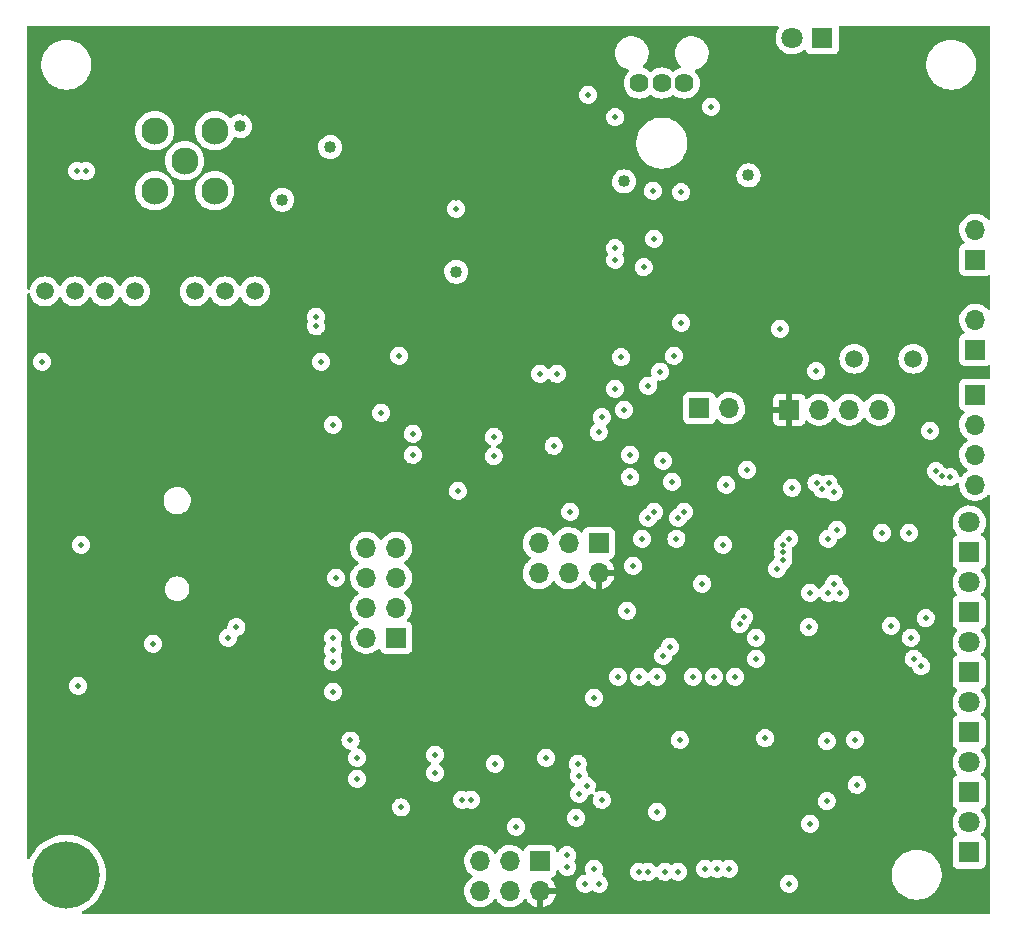
<source format=gbr>
G04 #@! TF.GenerationSoftware,KiCad,Pcbnew,(6.0.7)*
G04 #@! TF.CreationDate,2022-09-05T18:06:52-05:00*
G04 #@! TF.ProjectId,control_pcb,636f6e74-726f-46c5-9f70-63622e6b6963,3.1*
G04 #@! TF.SameCoordinates,Original*
G04 #@! TF.FileFunction,Copper,L3,Inr*
G04 #@! TF.FilePolarity,Positive*
%FSLAX46Y46*%
G04 Gerber Fmt 4.6, Leading zero omitted, Abs format (unit mm)*
G04 Created by KiCad (PCBNEW (6.0.7)) date 2022-09-05 18:06:52*
%MOMM*%
%LPD*%
G01*
G04 APERTURE LIST*
G04 #@! TA.AperFunction,ComponentPad*
%ADD10O,1.700000X1.700000*%
G04 #@! TD*
G04 #@! TA.AperFunction,ComponentPad*
%ADD11R,1.700000X1.700000*%
G04 #@! TD*
G04 #@! TA.AperFunction,ComponentPad*
%ADD12C,2.300000*%
G04 #@! TD*
G04 #@! TA.AperFunction,ComponentPad*
%ADD13C,1.500000*%
G04 #@! TD*
G04 #@! TA.AperFunction,ComponentPad*
%ADD14C,1.620000*%
G04 #@! TD*
G04 #@! TA.AperFunction,ComponentPad*
%ADD15C,5.700000*%
G04 #@! TD*
G04 #@! TA.AperFunction,ComponentPad*
%ADD16R,1.800000X1.800000*%
G04 #@! TD*
G04 #@! TA.AperFunction,ComponentPad*
%ADD17C,1.800000*%
G04 #@! TD*
G04 #@! TA.AperFunction,ComponentPad*
%ADD18C,1.509000*%
G04 #@! TD*
G04 #@! TA.AperFunction,ViaPad*
%ADD19C,0.508000*%
G04 #@! TD*
G04 #@! TA.AperFunction,ViaPad*
%ADD20C,1.016000*%
G04 #@! TD*
G04 APERTURE END LIST*
D10*
X154432000Y-135890000D03*
X154432000Y-133350000D03*
X154432000Y-130810000D03*
D11*
X154432000Y-128270000D03*
D12*
X84963000Y-105918000D03*
X90043000Y-105918000D03*
X84963000Y-110998000D03*
X90043000Y-110998000D03*
X87503000Y-108458000D03*
D13*
X144185000Y-125222000D03*
X149185000Y-125222000D03*
D10*
X133604000Y-129413000D03*
D11*
X131064000Y-129413000D03*
X138684000Y-129540000D03*
D10*
X141224000Y-129540000D03*
X143764000Y-129540000D03*
X146304000Y-129540000D03*
D14*
X129797001Y-101887001D03*
X127892001Y-101887001D03*
X125987001Y-101887001D03*
D15*
X77470000Y-168910000D03*
D11*
X122555000Y-140843000D03*
D10*
X122555000Y-143383000D03*
X120015000Y-140843000D03*
X120015000Y-143383000D03*
X117475000Y-140843000D03*
X117475000Y-143383000D03*
X112522000Y-170307000D03*
X112522000Y-167767000D03*
X115062000Y-170307000D03*
X115062000Y-167767000D03*
X117602000Y-170307000D03*
D11*
X117602000Y-167767000D03*
X154432000Y-124460000D03*
D10*
X154432000Y-121920000D03*
X154432000Y-114300000D03*
D11*
X154432000Y-116840000D03*
X105410000Y-148844000D03*
D10*
X102870000Y-148844000D03*
X105410000Y-146304000D03*
X102870000Y-146304000D03*
X105410000Y-143764000D03*
X102870000Y-143764000D03*
X105410000Y-141224000D03*
X102870000Y-141224000D03*
D16*
X153924000Y-141605000D03*
D17*
X153924000Y-139065000D03*
X153924000Y-144145000D03*
D16*
X153924000Y-146685000D03*
X141478000Y-98044000D03*
D17*
X138938000Y-98044000D03*
D16*
X153924000Y-156845000D03*
D17*
X153924000Y-154305000D03*
X153924000Y-149225000D03*
D16*
X153924000Y-151765000D03*
X153924000Y-167005000D03*
D17*
X153924000Y-164465000D03*
X153924000Y-159385000D03*
D16*
X153924000Y-161925000D03*
D18*
X93446000Y-119533200D03*
X90906000Y-119533200D03*
X88366000Y-119533200D03*
X83286000Y-119533200D03*
X80746000Y-119533200D03*
X78206000Y-119533200D03*
X75666000Y-119533200D03*
D19*
X129540000Y-111125000D03*
D20*
X110490000Y-117856000D03*
X95758000Y-111760000D03*
X99822000Y-107315000D03*
X92202000Y-105537000D03*
D19*
X128143000Y-168656000D03*
X129413000Y-157480000D03*
X136652000Y-157353000D03*
X122555000Y-169672000D03*
X138684000Y-169672000D03*
X146558000Y-139954000D03*
X137668000Y-143002000D03*
X140462000Y-164592000D03*
X127127000Y-110998000D03*
X125222000Y-133350000D03*
X125222000Y-135255000D03*
X110617000Y-136398000D03*
X113665000Y-133477000D03*
X113665000Y-131826000D03*
X118745000Y-132588000D03*
X106807000Y-131572000D03*
X106807000Y-133350000D03*
X108712000Y-158750000D03*
X108712000Y-160274000D03*
X102108000Y-160782000D03*
X102108000Y-159004000D03*
X105813868Y-163217868D03*
X120904000Y-160528000D03*
X120904000Y-162052000D03*
X113792000Y-159512000D03*
X121666000Y-102870000D03*
X126365000Y-117475000D03*
X129540000Y-122174000D03*
X124460000Y-125095000D03*
X128905000Y-124968000D03*
X148844000Y-139954000D03*
X131318000Y-144272000D03*
X140335000Y-147955000D03*
X147320000Y-147828000D03*
X100076000Y-150876000D03*
X91186000Y-148844000D03*
X91877000Y-147957000D03*
X84836000Y-149352000D03*
X78486000Y-152908000D03*
X135128000Y-134620000D03*
X133096000Y-140970000D03*
X140970000Y-126263400D03*
X75438000Y-125476000D03*
X99060000Y-125476000D03*
X100076000Y-130810000D03*
X143002000Y-145034000D03*
X138938000Y-136144000D03*
X100076000Y-153416000D03*
X98602800Y-122478800D03*
X79146400Y-109321600D03*
X78384400Y-109321600D03*
X98602800Y-121666000D03*
X110490000Y-112522000D03*
X125476000Y-142748000D03*
X124714000Y-129540000D03*
D20*
X110490000Y-111379000D03*
X110490000Y-109855000D03*
D19*
X112014000Y-114173000D03*
X134239000Y-104013000D03*
X117602000Y-124714000D03*
X118745000Y-135001000D03*
X113792000Y-151892000D03*
X113792000Y-162052000D03*
X128524000Y-123190000D03*
X128905000Y-126314199D03*
X145542000Y-138938000D03*
X144018000Y-147955000D03*
X137922000Y-136144000D03*
X145796000Y-100584000D03*
X131572000Y-154178000D03*
X129032000Y-152400000D03*
X123190000Y-155194000D03*
X109982000Y-159512000D03*
X109982000Y-161036000D03*
X130556000Y-168656000D03*
X114808000Y-132588000D03*
X114808000Y-134112000D03*
X134112000Y-145542000D03*
X92456000Y-104394000D03*
X139573000Y-152908000D03*
X150495000Y-153924000D03*
D20*
X124694599Y-110216599D03*
X135235600Y-109708600D03*
D19*
X150622000Y-131318000D03*
X142448600Y-136525000D03*
X142009750Y-135786750D03*
X152273000Y-135255000D03*
X141478000Y-136271000D03*
X151586388Y-135198676D03*
X140995400Y-135742678D03*
X151104600Y-134747000D03*
X133604000Y-168402000D03*
X134112000Y-152146000D03*
X140462000Y-145034000D03*
X137922000Y-122682000D03*
X124968000Y-146558000D03*
X132080000Y-103886000D03*
X138176000Y-140970000D03*
X129794000Y-138176000D03*
X127254000Y-138176000D03*
X127254000Y-115062000D03*
X138176000Y-141630403D03*
X129286000Y-138684000D03*
X126746000Y-138684000D03*
X123952000Y-116840000D03*
X126746000Y-127508000D03*
X123952000Y-127762000D03*
X138176000Y-142290806D03*
X129133600Y-140462000D03*
X126238000Y-140462000D03*
X123926600Y-115874801D03*
X135890000Y-148844000D03*
X148971000Y-148844000D03*
X135890000Y-150622000D03*
X149225000Y-150622000D03*
X134493000Y-147701000D03*
X149860000Y-151257000D03*
X134874000Y-147072600D03*
X150241000Y-147193000D03*
X101536500Y-157543500D03*
X105664000Y-124968000D03*
X104140000Y-129794000D03*
X100330000Y-143764000D03*
X78740000Y-140970000D03*
X120142000Y-138176000D03*
X117602000Y-126492000D03*
X125984000Y-168656000D03*
X124206000Y-152146000D03*
X126746000Y-168656000D03*
X125984000Y-152146000D03*
X129286000Y-168656000D03*
X127508000Y-163576000D03*
X127508000Y-152146000D03*
X115570000Y-164846000D03*
X131572000Y-168402000D03*
X130556000Y-152146000D03*
X119888000Y-167259000D03*
X119888000Y-168249600D03*
X132588000Y-168402000D03*
X132334000Y-152146000D03*
X110998000Y-162560000D03*
X120650000Y-164084000D03*
X111760000Y-162560000D03*
X118110000Y-159004000D03*
X122174000Y-153924000D03*
X122174000Y-168402000D03*
X121412000Y-169672000D03*
X133350000Y-135890000D03*
X141986000Y-145034000D03*
X141986000Y-140462000D03*
X138684000Y-140462000D03*
X128016000Y-150368000D03*
X128016000Y-133858000D03*
X127762000Y-126314199D03*
X142494000Y-144272000D03*
X142748000Y-139700000D03*
X128574800Y-149606000D03*
X128778000Y-135636000D03*
X118999000Y-126492000D03*
X120777000Y-159512000D03*
X123952000Y-104775000D03*
X100076000Y-148844000D03*
X100076000Y-149860000D03*
X122809000Y-130175000D03*
X121539000Y-161417000D03*
X144399000Y-161290000D03*
X144272000Y-157480000D03*
X122555000Y-131445000D03*
X122809000Y-162560000D03*
X141859000Y-162687000D03*
X141859000Y-157607000D03*
G04 #@! TA.AperFunction,Conductor*
G36*
X137755280Y-97048502D02*
G01*
X137801773Y-97102158D01*
X137811877Y-97172432D01*
X137791247Y-97225504D01*
X137709119Y-97345899D01*
X137611602Y-97555981D01*
X137549707Y-97779169D01*
X137525095Y-98009469D01*
X137525392Y-98014622D01*
X137525392Y-98014625D01*
X137530239Y-98098689D01*
X137538427Y-98240697D01*
X137539564Y-98245743D01*
X137539565Y-98245749D01*
X137552234Y-98301964D01*
X137589346Y-98466642D01*
X137591288Y-98471424D01*
X137591289Y-98471428D01*
X137643059Y-98598922D01*
X137676484Y-98681237D01*
X137797501Y-98878719D01*
X137949147Y-99053784D01*
X138127349Y-99201730D01*
X138327322Y-99318584D01*
X138543694Y-99401209D01*
X138548760Y-99402240D01*
X138548761Y-99402240D01*
X138601846Y-99413040D01*
X138770656Y-99447385D01*
X138900089Y-99452131D01*
X138996949Y-99455683D01*
X138996953Y-99455683D01*
X139002113Y-99455872D01*
X139007233Y-99455216D01*
X139007235Y-99455216D01*
X139081166Y-99445745D01*
X139231847Y-99426442D01*
X139236795Y-99424957D01*
X139236802Y-99424956D01*
X139448747Y-99361369D01*
X139453690Y-99359886D01*
X139458324Y-99357616D01*
X139657049Y-99260262D01*
X139657052Y-99260260D01*
X139661684Y-99257991D01*
X139850243Y-99123494D01*
X139895309Y-99078585D01*
X139957681Y-99044669D01*
X140028487Y-99049857D01*
X140085249Y-99092503D01*
X140102231Y-99123607D01*
X140120708Y-99172893D01*
X140127385Y-99190705D01*
X140214739Y-99307261D01*
X140331295Y-99394615D01*
X140467684Y-99445745D01*
X140529866Y-99452500D01*
X142426134Y-99452500D01*
X142488316Y-99445745D01*
X142624705Y-99394615D01*
X142741261Y-99307261D01*
X142828615Y-99190705D01*
X142879745Y-99054316D01*
X142886500Y-98992134D01*
X142886500Y-97154500D01*
X142906502Y-97086379D01*
X142960158Y-97039886D01*
X143012500Y-97028500D01*
X155575500Y-97028500D01*
X155643621Y-97048502D01*
X155690114Y-97102158D01*
X155701500Y-97154500D01*
X155701500Y-113350828D01*
X155681498Y-113418949D01*
X155627842Y-113465442D01*
X155557568Y-113475546D01*
X155492988Y-113446052D01*
X155482307Y-113435628D01*
X155365152Y-113306876D01*
X155365142Y-113306867D01*
X155361670Y-113303051D01*
X155357619Y-113299852D01*
X155357615Y-113299848D01*
X155190414Y-113167800D01*
X155190410Y-113167798D01*
X155186359Y-113164598D01*
X154990789Y-113056638D01*
X154985920Y-113054914D01*
X154985916Y-113054912D01*
X154785087Y-112983795D01*
X154785083Y-112983794D01*
X154780212Y-112982069D01*
X154775119Y-112981162D01*
X154775116Y-112981161D01*
X154565373Y-112943800D01*
X154565367Y-112943799D01*
X154560284Y-112942894D01*
X154486452Y-112941992D01*
X154342081Y-112940228D01*
X154342079Y-112940228D01*
X154336911Y-112940165D01*
X154116091Y-112973955D01*
X153903756Y-113043357D01*
X153873443Y-113059137D01*
X153762113Y-113117092D01*
X153705607Y-113146507D01*
X153701474Y-113149610D01*
X153701471Y-113149612D01*
X153536264Y-113273653D01*
X153526965Y-113280635D01*
X153372629Y-113442138D01*
X153369715Y-113446410D01*
X153369714Y-113446411D01*
X153284556Y-113571249D01*
X153246743Y-113626680D01*
X153152688Y-113829305D01*
X153092989Y-114044570D01*
X153069251Y-114266695D01*
X153069548Y-114271848D01*
X153069548Y-114271851D01*
X153080627Y-114463994D01*
X153082110Y-114489715D01*
X153083247Y-114494761D01*
X153083248Y-114494767D01*
X153101787Y-114577028D01*
X153131222Y-114707639D01*
X153139265Y-114727446D01*
X153201848Y-114881570D01*
X153215266Y-114914616D01*
X153217965Y-114919020D01*
X153316285Y-115079464D01*
X153331987Y-115105088D01*
X153478250Y-115273938D01*
X153482230Y-115277242D01*
X153486981Y-115281187D01*
X153526616Y-115340090D01*
X153528113Y-115411071D01*
X153490997Y-115471593D01*
X153450724Y-115496112D01*
X153335295Y-115539385D01*
X153218739Y-115626739D01*
X153131385Y-115743295D01*
X153080255Y-115879684D01*
X153073500Y-115941866D01*
X153073500Y-117738134D01*
X153080255Y-117800316D01*
X153131385Y-117936705D01*
X153218739Y-118053261D01*
X153335295Y-118140615D01*
X153471684Y-118191745D01*
X153533866Y-118198500D01*
X155330134Y-118198500D01*
X155392316Y-118191745D01*
X155528705Y-118140615D01*
X155529764Y-118143440D01*
X155584360Y-118131505D01*
X155650906Y-118156248D01*
X155693511Y-118213040D01*
X155701500Y-118257193D01*
X155701500Y-120970828D01*
X155681498Y-121038949D01*
X155627842Y-121085442D01*
X155557568Y-121095546D01*
X155492988Y-121066052D01*
X155482307Y-121055628D01*
X155365152Y-120926876D01*
X155365142Y-120926867D01*
X155361670Y-120923051D01*
X155357619Y-120919852D01*
X155357615Y-120919848D01*
X155190414Y-120787800D01*
X155190410Y-120787798D01*
X155186359Y-120784598D01*
X155181224Y-120781763D01*
X155134136Y-120755769D01*
X154990789Y-120676638D01*
X154985920Y-120674914D01*
X154985916Y-120674912D01*
X154785087Y-120603795D01*
X154785083Y-120603794D01*
X154780212Y-120602069D01*
X154775119Y-120601162D01*
X154775116Y-120601161D01*
X154565373Y-120563800D01*
X154565367Y-120563799D01*
X154560284Y-120562894D01*
X154486452Y-120561992D01*
X154342081Y-120560228D01*
X154342079Y-120560228D01*
X154336911Y-120560165D01*
X154116091Y-120593955D01*
X153903756Y-120663357D01*
X153705607Y-120766507D01*
X153701474Y-120769610D01*
X153701471Y-120769612D01*
X153531100Y-120897530D01*
X153526965Y-120900635D01*
X153372629Y-121062138D01*
X153369715Y-121066410D01*
X153369714Y-121066411D01*
X153294892Y-121176096D01*
X153246743Y-121246680D01*
X153213223Y-121318893D01*
X153163114Y-121426845D01*
X153152688Y-121449305D01*
X153092989Y-121664570D01*
X153069251Y-121886695D01*
X153069548Y-121891848D01*
X153069548Y-121891851D01*
X153080627Y-122083994D01*
X153082110Y-122109715D01*
X153083247Y-122114761D01*
X153083248Y-122114767D01*
X153101426Y-122195425D01*
X153131222Y-122327639D01*
X153139265Y-122347446D01*
X153201848Y-122501570D01*
X153215266Y-122534616D01*
X153217965Y-122539020D01*
X153316285Y-122699464D01*
X153331987Y-122725088D01*
X153478250Y-122893938D01*
X153482230Y-122897242D01*
X153486981Y-122901187D01*
X153526616Y-122960090D01*
X153528113Y-123031071D01*
X153490997Y-123091593D01*
X153450724Y-123116112D01*
X153335295Y-123159385D01*
X153218739Y-123246739D01*
X153131385Y-123363295D01*
X153080255Y-123499684D01*
X153073500Y-123561866D01*
X153073500Y-125358134D01*
X153080255Y-125420316D01*
X153131385Y-125556705D01*
X153218739Y-125673261D01*
X153335295Y-125760615D01*
X153471684Y-125811745D01*
X153533866Y-125818500D01*
X155330134Y-125818500D01*
X155392316Y-125811745D01*
X155528705Y-125760615D01*
X155529764Y-125763440D01*
X155584360Y-125751505D01*
X155650906Y-125776248D01*
X155693511Y-125833040D01*
X155701500Y-125877193D01*
X155701500Y-126852807D01*
X155681498Y-126920928D01*
X155627842Y-126967421D01*
X155557568Y-126977525D01*
X155529199Y-126968067D01*
X155528705Y-126969385D01*
X155392316Y-126918255D01*
X155330134Y-126911500D01*
X153533866Y-126911500D01*
X153471684Y-126918255D01*
X153335295Y-126969385D01*
X153218739Y-127056739D01*
X153131385Y-127173295D01*
X153080255Y-127309684D01*
X153073500Y-127371866D01*
X153073500Y-129168134D01*
X153080255Y-129230316D01*
X153131385Y-129366705D01*
X153218739Y-129483261D01*
X153335295Y-129570615D01*
X153343704Y-129573767D01*
X153343705Y-129573768D01*
X153452451Y-129614535D01*
X153509216Y-129657176D01*
X153533916Y-129723738D01*
X153518709Y-129793087D01*
X153499316Y-129819568D01*
X153403864Y-129919453D01*
X153372629Y-129952138D01*
X153369715Y-129956410D01*
X153369714Y-129956411D01*
X153348202Y-129987947D01*
X153246743Y-130136680D01*
X153217417Y-130199857D01*
X153154902Y-130334536D01*
X153152688Y-130339305D01*
X153092989Y-130554570D01*
X153069251Y-130776695D01*
X153069548Y-130781848D01*
X153069548Y-130781851D01*
X153080627Y-130973994D01*
X153082110Y-130999715D01*
X153083247Y-131004761D01*
X153083248Y-131004767D01*
X153101787Y-131087028D01*
X153131222Y-131217639D01*
X153179322Y-131336096D01*
X153205772Y-131401234D01*
X153215266Y-131424616D01*
X153227757Y-131445000D01*
X153325521Y-131604536D01*
X153331987Y-131615088D01*
X153478250Y-131783938D01*
X153650126Y-131926632D01*
X153660690Y-131932805D01*
X153723445Y-131969476D01*
X153772169Y-132021114D01*
X153785240Y-132090897D01*
X153758509Y-132156669D01*
X153718055Y-132190027D01*
X153705607Y-132196507D01*
X153701474Y-132199610D01*
X153701471Y-132199612D01*
X153536264Y-132323653D01*
X153526965Y-132330635D01*
X153461346Y-132399301D01*
X153436790Y-132424998D01*
X153372629Y-132492138D01*
X153369715Y-132496410D01*
X153369714Y-132496411D01*
X153303490Y-132593492D01*
X153246743Y-132676680D01*
X153217106Y-132740527D01*
X153157760Y-132868379D01*
X153152688Y-132879305D01*
X153092989Y-133094570D01*
X153069251Y-133316695D01*
X153069548Y-133321848D01*
X153069548Y-133321851D01*
X153078494Y-133477000D01*
X153082110Y-133539715D01*
X153083247Y-133544761D01*
X153083248Y-133544767D01*
X153102350Y-133629527D01*
X153131222Y-133757639D01*
X153180674Y-133879425D01*
X153205772Y-133941234D01*
X153215266Y-133964616D01*
X153243400Y-134010527D01*
X153328253Y-134148994D01*
X153331987Y-134155088D01*
X153478250Y-134323938D01*
X153581279Y-134409474D01*
X153629421Y-134449442D01*
X153650126Y-134466632D01*
X153687429Y-134488430D01*
X153723445Y-134509476D01*
X153772169Y-134561114D01*
X153785240Y-134630897D01*
X153758509Y-134696669D01*
X153718055Y-134730027D01*
X153705607Y-134736507D01*
X153701474Y-134739610D01*
X153701471Y-134739612D01*
X153531100Y-134867530D01*
X153526965Y-134870635D01*
X153499355Y-134899527D01*
X153405263Y-134997989D01*
X153372629Y-135032138D01*
X153369715Y-135036410D01*
X153369714Y-135036411D01*
X153257218Y-135201324D01*
X153202307Y-135246327D01*
X153131782Y-135254498D01*
X153068035Y-135223244D01*
X153031305Y-135162487D01*
X153027915Y-135144365D01*
X153022041Y-135091998D01*
X153021256Y-135085000D01*
X153015635Y-135068856D01*
X152967314Y-134930097D01*
X152967313Y-134930095D01*
X152964999Y-134923450D01*
X152874348Y-134778378D01*
X152861159Y-134765096D01*
X152758772Y-134661992D01*
X152753809Y-134656994D01*
X152678633Y-134609286D01*
X152615316Y-134569104D01*
X152615313Y-134569102D01*
X152609373Y-134565333D01*
X152597525Y-134561114D01*
X152454854Y-134510311D01*
X152454849Y-134510310D01*
X152448219Y-134507949D01*
X152441231Y-134507116D01*
X152441228Y-134507115D01*
X152307222Y-134491136D01*
X152278357Y-134487694D01*
X152271354Y-134488430D01*
X152271353Y-134488430D01*
X152226958Y-134493096D01*
X152108228Y-134505575D01*
X152098141Y-134509009D01*
X152041142Y-134528413D01*
X151970209Y-134531431D01*
X151933025Y-134515522D01*
X151928716Y-134512788D01*
X151928715Y-134512788D01*
X151922761Y-134509009D01*
X151872568Y-134491136D01*
X151815104Y-134449442D01*
X151801203Y-134426878D01*
X151798917Y-134422107D01*
X151796599Y-134415450D01*
X151783303Y-134394171D01*
X151709681Y-134276352D01*
X151705948Y-134270378D01*
X151692759Y-134257096D01*
X151609420Y-134173173D01*
X151585409Y-134148994D01*
X151510811Y-134101653D01*
X151446916Y-134061104D01*
X151446913Y-134061102D01*
X151440973Y-134057333D01*
X151434340Y-134054971D01*
X151286454Y-134002311D01*
X151286449Y-134002310D01*
X151279819Y-133999949D01*
X151272831Y-133999116D01*
X151272828Y-133999115D01*
X151157255Y-133985334D01*
X151109957Y-133979694D01*
X151102954Y-133980430D01*
X151102953Y-133980430D01*
X151058558Y-133985096D01*
X150939828Y-133997575D01*
X150929671Y-134001033D01*
X150784556Y-134050434D01*
X150784553Y-134050435D01*
X150777889Y-134052704D01*
X150632188Y-134142340D01*
X150627157Y-134147267D01*
X150627154Y-134147269D01*
X150588058Y-134185555D01*
X150509966Y-134262028D01*
X150506147Y-134267953D01*
X150506146Y-134267955D01*
X150500735Y-134276352D01*
X150417298Y-134405820D01*
X150414887Y-134412443D01*
X150414886Y-134412446D01*
X150361200Y-134559947D01*
X150361199Y-134559952D01*
X150358790Y-134566570D01*
X150337350Y-134736286D01*
X150354043Y-134906536D01*
X150408040Y-135068856D01*
X150411687Y-135074878D01*
X150411688Y-135074880D01*
X150493006Y-135209154D01*
X150493009Y-135209157D01*
X150496656Y-135215180D01*
X150615489Y-135338234D01*
X150657101Y-135365464D01*
X150722682Y-135408379D01*
X150758630Y-135431903D01*
X150765234Y-135434359D01*
X150765236Y-135434360D01*
X150819969Y-135454715D01*
X150876846Y-135497207D01*
X150888642Y-135516968D01*
X150889828Y-135520532D01*
X150905248Y-135545994D01*
X150974794Y-135660830D01*
X150974797Y-135660833D01*
X150978444Y-135666856D01*
X151097277Y-135789910D01*
X151160465Y-135831259D01*
X151233858Y-135879286D01*
X151240418Y-135883579D01*
X151247022Y-135886035D01*
X151247024Y-135886036D01*
X151394145Y-135940750D01*
X151394147Y-135940750D01*
X151400755Y-135943208D01*
X151479842Y-135953761D01*
X151563337Y-135964902D01*
X151563341Y-135964902D01*
X151570318Y-135965833D01*
X151577329Y-135965195D01*
X151577333Y-135965195D01*
X151733661Y-135950968D01*
X151733663Y-135950968D01*
X151740680Y-135950329D01*
X151747382Y-135948151D01*
X151747384Y-135948151D01*
X151818433Y-135925066D01*
X151889401Y-135923039D01*
X151914234Y-135934074D01*
X151914843Y-135932868D01*
X151921139Y-135936048D01*
X151927030Y-135939903D01*
X151933634Y-135942359D01*
X152080757Y-135997074D01*
X152080759Y-135997074D01*
X152087367Y-135999532D01*
X152166454Y-136010085D01*
X152249949Y-136021226D01*
X152249953Y-136021226D01*
X152256930Y-136022157D01*
X152263941Y-136021519D01*
X152263945Y-136021519D01*
X152420273Y-136007292D01*
X152420275Y-136007292D01*
X152427292Y-136006653D01*
X152433990Y-136004477D01*
X152433993Y-136004476D01*
X152583289Y-135955966D01*
X152583291Y-135955965D01*
X152589985Y-135953790D01*
X152644357Y-135921378D01*
X152730872Y-135869805D01*
X152730874Y-135869804D01*
X152736924Y-135866197D01*
X152857106Y-135751749D01*
X152920230Y-135719258D01*
X152990901Y-135726051D01*
X153046680Y-135769974D01*
X153069858Y-135837080D01*
X153069583Y-135846374D01*
X153069926Y-135846382D01*
X153069799Y-135851564D01*
X153069251Y-135856695D01*
X153069548Y-135861848D01*
X153069548Y-135861851D01*
X153078791Y-136022157D01*
X153082110Y-136079715D01*
X153083247Y-136084761D01*
X153083248Y-136084767D01*
X153100533Y-136161464D01*
X153131222Y-136297639D01*
X153180674Y-136419425D01*
X153205772Y-136481234D01*
X153215266Y-136504616D01*
X153331987Y-136695088D01*
X153478250Y-136863938D01*
X153650126Y-137006632D01*
X153843000Y-137119338D01*
X153847825Y-137121180D01*
X153847826Y-137121181D01*
X153916686Y-137147476D01*
X154051692Y-137199030D01*
X154056760Y-137200061D01*
X154056763Y-137200062D01*
X154164017Y-137221883D01*
X154270597Y-137243567D01*
X154275772Y-137243757D01*
X154275774Y-137243757D01*
X154488673Y-137251564D01*
X154488677Y-137251564D01*
X154493837Y-137251753D01*
X154498957Y-137251097D01*
X154498959Y-137251097D01*
X154710288Y-137224025D01*
X154710289Y-137224025D01*
X154715416Y-137223368D01*
X154726029Y-137220184D01*
X154924429Y-137160661D01*
X154924434Y-137160659D01*
X154929384Y-137159174D01*
X155129994Y-137060896D01*
X155311860Y-136931173D01*
X155322849Y-136920223D01*
X155414488Y-136828903D01*
X155470096Y-136773489D01*
X155473112Y-136769291D01*
X155473116Y-136769287D01*
X155473175Y-136769205D01*
X155473207Y-136769180D01*
X155476465Y-136765352D01*
X155477255Y-136766024D01*
X155529168Y-136725555D01*
X155599871Y-136719106D01*
X155662836Y-136751907D01*
X155698073Y-136813542D01*
X155701500Y-136842727D01*
X155701500Y-172085500D01*
X155681498Y-172153621D01*
X155627842Y-172200114D01*
X155575500Y-172211500D01*
X78904625Y-172211500D01*
X78836504Y-172191498D01*
X78790011Y-172137842D01*
X78779907Y-172067568D01*
X78809401Y-172002988D01*
X78852373Y-171970845D01*
X79025171Y-171892096D01*
X79028265Y-171890686D01*
X79072276Y-171864554D01*
X79338128Y-171706704D01*
X79338132Y-171706701D01*
X79341063Y-171704961D01*
X79631973Y-171486539D01*
X79897592Y-171237977D01*
X80134813Y-170962182D01*
X80249934Y-170794680D01*
X80338931Y-170665190D01*
X80338936Y-170665182D01*
X80340861Y-170662381D01*
X80342473Y-170659387D01*
X80342478Y-170659379D01*
X80496359Y-170373590D01*
X80513325Y-170342080D01*
X80541093Y-170273695D01*
X111159251Y-170273695D01*
X111159548Y-170278848D01*
X111159548Y-170278851D01*
X111168791Y-170439157D01*
X111172110Y-170496715D01*
X111173247Y-170501761D01*
X111173248Y-170501767D01*
X111186597Y-170561000D01*
X111221222Y-170714639D01*
X111305266Y-170921616D01*
X111353203Y-170999842D01*
X111419291Y-171107688D01*
X111421987Y-171112088D01*
X111568250Y-171280938D01*
X111740126Y-171423632D01*
X111933000Y-171536338D01*
X112141692Y-171616030D01*
X112146760Y-171617061D01*
X112146763Y-171617062D01*
X112241862Y-171636410D01*
X112360597Y-171660567D01*
X112365772Y-171660757D01*
X112365774Y-171660757D01*
X112578673Y-171668564D01*
X112578677Y-171668564D01*
X112583837Y-171668753D01*
X112588957Y-171668097D01*
X112588959Y-171668097D01*
X112800288Y-171641025D01*
X112800289Y-171641025D01*
X112805416Y-171640368D01*
X112810366Y-171638883D01*
X113014429Y-171577661D01*
X113014434Y-171577659D01*
X113019384Y-171576174D01*
X113219994Y-171477896D01*
X113401860Y-171348173D01*
X113560096Y-171190489D01*
X113619594Y-171107689D01*
X113690453Y-171009077D01*
X113691776Y-171010028D01*
X113738645Y-170966857D01*
X113808580Y-170954625D01*
X113874026Y-170982144D01*
X113901875Y-171013994D01*
X113961987Y-171112088D01*
X114108250Y-171280938D01*
X114280126Y-171423632D01*
X114473000Y-171536338D01*
X114681692Y-171616030D01*
X114686760Y-171617061D01*
X114686763Y-171617062D01*
X114781862Y-171636410D01*
X114900597Y-171660567D01*
X114905772Y-171660757D01*
X114905774Y-171660757D01*
X115118673Y-171668564D01*
X115118677Y-171668564D01*
X115123837Y-171668753D01*
X115128957Y-171668097D01*
X115128959Y-171668097D01*
X115340288Y-171641025D01*
X115340289Y-171641025D01*
X115345416Y-171640368D01*
X115350366Y-171638883D01*
X115554429Y-171577661D01*
X115554434Y-171577659D01*
X115559384Y-171576174D01*
X115759994Y-171477896D01*
X115941860Y-171348173D01*
X116100096Y-171190489D01*
X116159594Y-171107689D01*
X116230453Y-171009077D01*
X116231640Y-171009930D01*
X116278960Y-170966362D01*
X116348897Y-170954145D01*
X116414338Y-170981678D01*
X116442166Y-171013511D01*
X116499694Y-171107388D01*
X116505777Y-171115699D01*
X116645213Y-171276667D01*
X116652580Y-171283883D01*
X116816434Y-171419916D01*
X116824881Y-171425831D01*
X117008756Y-171533279D01*
X117018042Y-171537729D01*
X117217001Y-171613703D01*
X117226899Y-171616579D01*
X117330250Y-171637606D01*
X117344299Y-171636410D01*
X117348000Y-171626065D01*
X117348000Y-171625517D01*
X117856000Y-171625517D01*
X117860064Y-171639359D01*
X117873478Y-171641393D01*
X117880184Y-171640534D01*
X117890262Y-171638392D01*
X118094255Y-171577191D01*
X118103842Y-171573433D01*
X118295095Y-171479739D01*
X118303945Y-171474464D01*
X118477328Y-171350792D01*
X118485200Y-171344139D01*
X118636052Y-171193812D01*
X118642730Y-171185965D01*
X118767003Y-171013020D01*
X118772313Y-171004183D01*
X118866670Y-170813267D01*
X118870469Y-170803672D01*
X118932377Y-170599910D01*
X118934555Y-170589837D01*
X118935986Y-170578962D01*
X118933775Y-170564778D01*
X118920617Y-170561000D01*
X117874115Y-170561000D01*
X117858876Y-170565475D01*
X117857671Y-170566865D01*
X117856000Y-170574548D01*
X117856000Y-171625517D01*
X117348000Y-171625517D01*
X117348000Y-170179000D01*
X117368002Y-170110879D01*
X117421658Y-170064386D01*
X117474000Y-170053000D01*
X118920344Y-170053000D01*
X118933875Y-170049027D01*
X118935180Y-170039947D01*
X118893214Y-169872875D01*
X118889894Y-169863124D01*
X118804972Y-169667814D01*
X118801471Y-169661286D01*
X120644750Y-169661286D01*
X120661443Y-169831536D01*
X120715440Y-169993856D01*
X120719087Y-169999878D01*
X120719088Y-169999880D01*
X120800406Y-170134154D01*
X120800409Y-170134157D01*
X120804056Y-170140180D01*
X120922889Y-170263234D01*
X121066030Y-170356903D01*
X121072634Y-170359359D01*
X121072636Y-170359360D01*
X121219757Y-170414074D01*
X121219759Y-170414074D01*
X121226367Y-170416532D01*
X121305454Y-170427085D01*
X121388949Y-170438226D01*
X121388953Y-170438226D01*
X121395930Y-170439157D01*
X121402941Y-170438519D01*
X121402945Y-170438519D01*
X121559273Y-170424292D01*
X121559275Y-170424292D01*
X121566292Y-170423653D01*
X121572990Y-170421477D01*
X121572993Y-170421476D01*
X121722289Y-170372966D01*
X121722291Y-170372965D01*
X121728985Y-170370790D01*
X121772094Y-170345092D01*
X121869872Y-170286805D01*
X121869874Y-170286804D01*
X121875924Y-170283197D01*
X121895013Y-170265019D01*
X121958139Y-170232527D01*
X122028809Y-170239321D01*
X122061641Y-170258835D01*
X122065889Y-170263234D01*
X122071785Y-170267092D01*
X122071786Y-170267093D01*
X122096396Y-170283197D01*
X122209030Y-170356903D01*
X122215634Y-170359359D01*
X122215636Y-170359360D01*
X122362757Y-170414074D01*
X122362759Y-170414074D01*
X122369367Y-170416532D01*
X122448454Y-170427085D01*
X122531949Y-170438226D01*
X122531953Y-170438226D01*
X122538930Y-170439157D01*
X122545941Y-170438519D01*
X122545945Y-170438519D01*
X122702273Y-170424292D01*
X122702275Y-170424292D01*
X122709292Y-170423653D01*
X122715990Y-170421477D01*
X122715993Y-170421476D01*
X122865289Y-170372966D01*
X122865291Y-170372965D01*
X122871985Y-170370790D01*
X122915094Y-170345092D01*
X123012872Y-170286805D01*
X123012874Y-170286804D01*
X123018924Y-170283197D01*
X123142805Y-170165227D01*
X123156079Y-170145249D01*
X123221628Y-170046588D01*
X123237471Y-170022743D01*
X123286832Y-169892799D01*
X123295718Y-169869408D01*
X123295719Y-169869406D01*
X123298218Y-169862826D01*
X123322026Y-169693425D01*
X123322325Y-169672000D01*
X123321123Y-169661286D01*
X137916750Y-169661286D01*
X137933443Y-169831536D01*
X137987440Y-169993856D01*
X137991087Y-169999878D01*
X137991088Y-169999880D01*
X138072406Y-170134154D01*
X138072409Y-170134157D01*
X138076056Y-170140180D01*
X138194889Y-170263234D01*
X138338030Y-170356903D01*
X138344634Y-170359359D01*
X138344636Y-170359360D01*
X138491757Y-170414074D01*
X138491759Y-170414074D01*
X138498367Y-170416532D01*
X138577454Y-170427085D01*
X138660949Y-170438226D01*
X138660953Y-170438226D01*
X138667930Y-170439157D01*
X138674941Y-170438519D01*
X138674945Y-170438519D01*
X138831273Y-170424292D01*
X138831275Y-170424292D01*
X138838292Y-170423653D01*
X138844990Y-170421477D01*
X138844993Y-170421476D01*
X138994289Y-170372966D01*
X138994291Y-170372965D01*
X139000985Y-170370790D01*
X139044094Y-170345092D01*
X139141872Y-170286805D01*
X139141874Y-170286804D01*
X139147924Y-170283197D01*
X139271805Y-170165227D01*
X139285079Y-170145249D01*
X139350628Y-170046588D01*
X139366471Y-170022743D01*
X139415832Y-169892799D01*
X139424718Y-169869408D01*
X139424719Y-169869406D01*
X139427218Y-169862826D01*
X139451026Y-169693425D01*
X139451325Y-169672000D01*
X139432256Y-169502000D01*
X139422951Y-169475277D01*
X139378314Y-169347097D01*
X139378313Y-169347095D01*
X139375999Y-169340450D01*
X139330226Y-169267197D01*
X139289081Y-169201352D01*
X139285348Y-169195378D01*
X139272159Y-169182096D01*
X139208662Y-169118154D01*
X139164809Y-169073994D01*
X139115502Y-169042703D01*
X147369743Y-169042703D01*
X147370302Y-169046947D01*
X147370302Y-169046951D01*
X147385823Y-169164841D01*
X147407268Y-169327734D01*
X147408401Y-169331874D01*
X147408401Y-169331876D01*
X147409815Y-169337045D01*
X147483129Y-169605036D01*
X147484813Y-169608984D01*
X147593214Y-169863124D01*
X147595923Y-169869476D01*
X147607693Y-169889142D01*
X147740400Y-170110879D01*
X147743561Y-170116161D01*
X147923313Y-170340528D01*
X148010909Y-170423653D01*
X148093224Y-170501767D01*
X148131851Y-170538423D01*
X148365317Y-170706186D01*
X148369112Y-170708195D01*
X148369113Y-170708196D01*
X148390321Y-170719425D01*
X148619392Y-170840712D01*
X148643699Y-170849607D01*
X148867026Y-170931333D01*
X148889373Y-170939511D01*
X149170264Y-171000755D01*
X149198841Y-171003004D01*
X149393282Y-171018307D01*
X149393291Y-171018307D01*
X149395739Y-171018500D01*
X149551271Y-171018500D01*
X149553407Y-171018354D01*
X149553418Y-171018354D01*
X149761548Y-171004165D01*
X149761554Y-171004164D01*
X149765825Y-171003873D01*
X149770020Y-171003004D01*
X149770022Y-171003004D01*
X149906583Y-170974724D01*
X150047342Y-170945574D01*
X150318343Y-170849607D01*
X150573812Y-170717750D01*
X150577313Y-170715289D01*
X150577317Y-170715287D01*
X150777568Y-170574548D01*
X150809023Y-170552441D01*
X150930931Y-170439157D01*
X151016479Y-170359661D01*
X151016481Y-170359658D01*
X151019622Y-170356740D01*
X151201713Y-170134268D01*
X151351927Y-169889142D01*
X151361339Y-169867702D01*
X151465757Y-169629830D01*
X151467483Y-169625898D01*
X151473706Y-169604054D01*
X151516620Y-169453403D01*
X151546244Y-169349406D01*
X151585686Y-169072269D01*
X151586146Y-169069036D01*
X151586146Y-169069034D01*
X151586751Y-169064784D01*
X151586840Y-169047897D01*
X151588235Y-168781583D01*
X151588235Y-168781576D01*
X151588257Y-168777297D01*
X151585798Y-168758614D01*
X151569957Y-168638292D01*
X151550732Y-168492266D01*
X151474871Y-168214964D01*
X151410049Y-168062992D01*
X151363763Y-167954476D01*
X151363761Y-167954472D01*
X151362077Y-167950524D01*
X151273348Y-167802269D01*
X151216643Y-167707521D01*
X151216640Y-167707517D01*
X151214439Y-167703839D01*
X151034687Y-167479472D01*
X150826149Y-167281577D01*
X150592683Y-167113814D01*
X150570843Y-167102250D01*
X150498703Y-167064054D01*
X150338608Y-166979288D01*
X150183529Y-166922537D01*
X150072658Y-166881964D01*
X150072656Y-166881963D01*
X150068627Y-166880489D01*
X149787736Y-166819245D01*
X149756685Y-166816801D01*
X149564718Y-166801693D01*
X149564709Y-166801693D01*
X149562261Y-166801500D01*
X149406729Y-166801500D01*
X149404593Y-166801646D01*
X149404582Y-166801646D01*
X149196452Y-166815835D01*
X149196446Y-166815836D01*
X149192175Y-166816127D01*
X149187980Y-166816996D01*
X149187978Y-166816996D01*
X149051417Y-166845276D01*
X148910658Y-166874426D01*
X148639657Y-166970393D01*
X148635848Y-166972359D01*
X148409083Y-167089401D01*
X148384188Y-167102250D01*
X148380687Y-167104711D01*
X148380683Y-167104713D01*
X148370854Y-167111621D01*
X148148977Y-167267559D01*
X148135132Y-167280425D01*
X147945752Y-167456408D01*
X147938378Y-167463260D01*
X147756287Y-167685732D01*
X147606073Y-167930858D01*
X147604347Y-167934791D01*
X147604346Y-167934792D01*
X147541879Y-168077097D01*
X147490517Y-168194102D01*
X147489342Y-168198229D01*
X147489341Y-168198230D01*
X147468605Y-168271025D01*
X147411756Y-168470594D01*
X147387446Y-168641410D01*
X147372539Y-168746155D01*
X147371249Y-168755216D01*
X147371227Y-168759505D01*
X147371226Y-168759512D01*
X147369839Y-169024353D01*
X147369743Y-169042703D01*
X139115502Y-169042703D01*
X139073150Y-169015826D01*
X139026316Y-168986104D01*
X139026313Y-168986102D01*
X139020373Y-168982333D01*
X139007800Y-168977856D01*
X138865854Y-168927311D01*
X138865849Y-168927310D01*
X138859219Y-168924949D01*
X138852231Y-168924116D01*
X138852228Y-168924115D01*
X138733854Y-168910000D01*
X138689357Y-168904694D01*
X138682354Y-168905430D01*
X138682353Y-168905430D01*
X138652136Y-168908606D01*
X138519228Y-168922575D01*
X138511970Y-168925046D01*
X138363956Y-168975434D01*
X138363953Y-168975435D01*
X138357289Y-168977704D01*
X138211588Y-169067340D01*
X138206557Y-169072267D01*
X138206554Y-169072269D01*
X138167111Y-169110895D01*
X138089366Y-169187028D01*
X138085547Y-169192953D01*
X138085546Y-169192955D01*
X138080135Y-169201352D01*
X137996698Y-169330820D01*
X137994287Y-169337443D01*
X137994286Y-169337446D01*
X137940600Y-169484947D01*
X137940599Y-169484952D01*
X137938190Y-169491570D01*
X137916750Y-169661286D01*
X123321123Y-169661286D01*
X123303256Y-169502000D01*
X123293951Y-169475277D01*
X123249314Y-169347097D01*
X123249313Y-169347095D01*
X123246999Y-169340450D01*
X123201226Y-169267197D01*
X123160081Y-169201352D01*
X123156348Y-169195378D01*
X123143159Y-169182096D01*
X123079662Y-169118154D01*
X123035809Y-169073994D01*
X122891373Y-168982333D01*
X122884735Y-168979969D01*
X122878731Y-168977041D01*
X122826273Y-168929201D01*
X122808006Y-168860595D01*
X122829017Y-168794065D01*
X122842980Y-168773049D01*
X122856471Y-168752743D01*
X122897290Y-168645286D01*
X125216750Y-168645286D01*
X125233443Y-168815536D01*
X125287440Y-168977856D01*
X125291087Y-168983878D01*
X125291088Y-168983880D01*
X125372406Y-169118154D01*
X125372409Y-169118157D01*
X125376056Y-169124180D01*
X125494889Y-169247234D01*
X125517972Y-169262339D01*
X125622622Y-169330820D01*
X125638030Y-169340903D01*
X125644634Y-169343359D01*
X125644636Y-169343360D01*
X125791757Y-169398074D01*
X125791759Y-169398074D01*
X125798367Y-169400532D01*
X125877454Y-169411085D01*
X125960949Y-169422226D01*
X125960953Y-169422226D01*
X125967930Y-169423157D01*
X125974941Y-169422519D01*
X125974945Y-169422519D01*
X126131273Y-169408292D01*
X126131275Y-169408292D01*
X126138292Y-169407653D01*
X126144990Y-169405477D01*
X126144993Y-169405476D01*
X126294289Y-169356966D01*
X126294291Y-169356965D01*
X126300985Y-169354790D01*
X126307031Y-169351186D01*
X126313452Y-169348273D01*
X126314725Y-169351078D01*
X126370231Y-169336765D01*
X126409965Y-169344598D01*
X126422894Y-169349406D01*
X126553757Y-169398074D01*
X126553759Y-169398074D01*
X126560367Y-169400532D01*
X126639454Y-169411085D01*
X126722949Y-169422226D01*
X126722953Y-169422226D01*
X126729930Y-169423157D01*
X126736941Y-169422519D01*
X126736945Y-169422519D01*
X126893273Y-169408292D01*
X126893275Y-169408292D01*
X126900292Y-169407653D01*
X126906990Y-169405477D01*
X126906993Y-169405476D01*
X127056289Y-169356966D01*
X127056291Y-169356965D01*
X127062985Y-169354790D01*
X127155014Y-169299930D01*
X127203872Y-169270805D01*
X127203874Y-169270804D01*
X127209924Y-169267197D01*
X127333805Y-169149227D01*
X127339018Y-169141381D01*
X127340187Y-169140399D01*
X127342230Y-169137964D01*
X127342658Y-169138323D01*
X127393377Y-169095713D01*
X127463797Y-169086684D01*
X127527920Y-169117160D01*
X127534732Y-169124492D01*
X127535056Y-169124180D01*
X127653889Y-169247234D01*
X127676972Y-169262339D01*
X127781622Y-169330820D01*
X127797030Y-169340903D01*
X127803634Y-169343359D01*
X127803636Y-169343360D01*
X127950757Y-169398074D01*
X127950759Y-169398074D01*
X127957367Y-169400532D01*
X128036454Y-169411085D01*
X128119949Y-169422226D01*
X128119953Y-169422226D01*
X128126930Y-169423157D01*
X128133941Y-169422519D01*
X128133945Y-169422519D01*
X128290273Y-169408292D01*
X128290275Y-169408292D01*
X128297292Y-169407653D01*
X128303990Y-169405477D01*
X128303993Y-169405476D01*
X128453289Y-169356966D01*
X128453291Y-169356965D01*
X128459985Y-169354790D01*
X128552014Y-169299930D01*
X128600872Y-169270805D01*
X128600874Y-169270804D01*
X128606924Y-169267197D01*
X128626013Y-169249019D01*
X128689139Y-169216527D01*
X128759809Y-169223321D01*
X128792641Y-169242835D01*
X128796889Y-169247234D01*
X128802785Y-169251092D01*
X128802786Y-169251093D01*
X128924622Y-169330820D01*
X128940030Y-169340903D01*
X128946634Y-169343359D01*
X128946636Y-169343360D01*
X129093757Y-169398074D01*
X129093759Y-169398074D01*
X129100367Y-169400532D01*
X129179454Y-169411085D01*
X129262949Y-169422226D01*
X129262953Y-169422226D01*
X129269930Y-169423157D01*
X129276941Y-169422519D01*
X129276945Y-169422519D01*
X129433273Y-169408292D01*
X129433275Y-169408292D01*
X129440292Y-169407653D01*
X129446990Y-169405477D01*
X129446993Y-169405476D01*
X129596289Y-169356966D01*
X129596291Y-169356965D01*
X129602985Y-169354790D01*
X129695014Y-169299930D01*
X129743872Y-169270805D01*
X129743874Y-169270804D01*
X129749924Y-169267197D01*
X129873805Y-169149227D01*
X129879671Y-169140399D01*
X129928028Y-169067615D01*
X129968471Y-169006743D01*
X130020347Y-168870180D01*
X130026718Y-168853408D01*
X130026719Y-168853406D01*
X130029218Y-168846826D01*
X130034601Y-168808527D01*
X130052475Y-168681347D01*
X130052475Y-168681344D01*
X130053026Y-168677425D01*
X130053325Y-168656000D01*
X130034256Y-168486000D01*
X130030076Y-168473994D01*
X130001274Y-168391286D01*
X130804750Y-168391286D01*
X130821443Y-168561536D01*
X130875440Y-168723856D01*
X130879087Y-168729878D01*
X130879088Y-168729880D01*
X130960406Y-168864154D01*
X130960409Y-168864157D01*
X130964056Y-168870180D01*
X131082889Y-168993234D01*
X131103533Y-169006743D01*
X131213941Y-169078992D01*
X131226030Y-169086903D01*
X131232634Y-169089359D01*
X131232636Y-169089360D01*
X131379757Y-169144074D01*
X131379759Y-169144074D01*
X131386367Y-169146532D01*
X131461912Y-169156612D01*
X131548949Y-169168226D01*
X131548953Y-169168226D01*
X131555930Y-169169157D01*
X131562941Y-169168519D01*
X131562945Y-169168519D01*
X131719273Y-169154292D01*
X131719275Y-169154292D01*
X131726292Y-169153653D01*
X131732990Y-169151477D01*
X131732993Y-169151476D01*
X131882289Y-169102966D01*
X131882291Y-169102965D01*
X131888985Y-169100790D01*
X132017210Y-169024353D01*
X132085963Y-169006653D01*
X132150716Y-169027149D01*
X132242030Y-169086903D01*
X132248634Y-169089359D01*
X132248636Y-169089360D01*
X132395757Y-169144074D01*
X132395759Y-169144074D01*
X132402367Y-169146532D01*
X132477912Y-169156612D01*
X132564949Y-169168226D01*
X132564953Y-169168226D01*
X132571930Y-169169157D01*
X132578941Y-169168519D01*
X132578945Y-169168519D01*
X132735273Y-169154292D01*
X132735275Y-169154292D01*
X132742292Y-169153653D01*
X132748990Y-169151477D01*
X132748993Y-169151476D01*
X132898289Y-169102966D01*
X132898291Y-169102965D01*
X132904985Y-169100790D01*
X133033210Y-169024353D01*
X133101963Y-169006653D01*
X133166716Y-169027149D01*
X133258030Y-169086903D01*
X133264634Y-169089359D01*
X133264636Y-169089360D01*
X133411757Y-169144074D01*
X133411759Y-169144074D01*
X133418367Y-169146532D01*
X133493912Y-169156612D01*
X133580949Y-169168226D01*
X133580953Y-169168226D01*
X133587930Y-169169157D01*
X133594941Y-169168519D01*
X133594945Y-169168519D01*
X133751273Y-169154292D01*
X133751275Y-169154292D01*
X133758292Y-169153653D01*
X133764990Y-169151477D01*
X133764993Y-169151476D01*
X133914289Y-169102966D01*
X133914291Y-169102965D01*
X133920985Y-169100790D01*
X133985672Y-169062229D01*
X134061872Y-169016805D01*
X134061874Y-169016804D01*
X134067924Y-169013197D01*
X134191805Y-168895227D01*
X134205079Y-168875249D01*
X134249643Y-168808173D01*
X134286471Y-168752743D01*
X134329947Y-168638292D01*
X134344718Y-168599408D01*
X134344719Y-168599406D01*
X134347218Y-168592826D01*
X134350133Y-168572088D01*
X134370475Y-168427347D01*
X134370475Y-168427344D01*
X134371026Y-168423425D01*
X134371173Y-168412878D01*
X134371270Y-168405962D01*
X134371270Y-168405957D01*
X134371325Y-168402000D01*
X134352256Y-168232000D01*
X134340497Y-168198230D01*
X134298314Y-168077097D01*
X134298313Y-168077095D01*
X134295999Y-168070450D01*
X134261548Y-168015316D01*
X134209081Y-167931352D01*
X134205348Y-167925378D01*
X134192159Y-167912096D01*
X134114638Y-167834032D01*
X134084809Y-167803994D01*
X134003311Y-167752274D01*
X133946316Y-167716104D01*
X133946313Y-167716102D01*
X133940373Y-167712333D01*
X133933740Y-167709971D01*
X133785854Y-167657311D01*
X133785849Y-167657310D01*
X133779219Y-167654949D01*
X133772231Y-167654116D01*
X133772228Y-167654115D01*
X133656655Y-167640334D01*
X133609357Y-167634694D01*
X133602354Y-167635430D01*
X133602353Y-167635430D01*
X133557958Y-167640096D01*
X133439228Y-167652575D01*
X133429071Y-167656033D01*
X133283956Y-167705434D01*
X133283953Y-167705435D01*
X133277289Y-167707704D01*
X133204918Y-167752227D01*
X133161446Y-167778971D01*
X133092945Y-167797629D01*
X133027910Y-167778039D01*
X132930316Y-167716104D01*
X132930313Y-167716102D01*
X132924373Y-167712333D01*
X132917740Y-167709971D01*
X132769854Y-167657311D01*
X132769849Y-167657310D01*
X132763219Y-167654949D01*
X132756231Y-167654116D01*
X132756228Y-167654115D01*
X132640655Y-167640334D01*
X132593357Y-167634694D01*
X132586354Y-167635430D01*
X132586353Y-167635430D01*
X132541958Y-167640096D01*
X132423228Y-167652575D01*
X132413071Y-167656033D01*
X132267956Y-167705434D01*
X132267953Y-167705435D01*
X132261289Y-167707704D01*
X132188918Y-167752227D01*
X132145446Y-167778971D01*
X132076945Y-167797629D01*
X132011910Y-167778039D01*
X131914316Y-167716104D01*
X131914313Y-167716102D01*
X131908373Y-167712333D01*
X131901740Y-167709971D01*
X131753854Y-167657311D01*
X131753849Y-167657310D01*
X131747219Y-167654949D01*
X131740231Y-167654116D01*
X131740228Y-167654115D01*
X131624655Y-167640334D01*
X131577357Y-167634694D01*
X131570354Y-167635430D01*
X131570353Y-167635430D01*
X131525958Y-167640096D01*
X131407228Y-167652575D01*
X131397071Y-167656033D01*
X131251956Y-167705434D01*
X131251953Y-167705435D01*
X131245289Y-167707704D01*
X131099588Y-167797340D01*
X131094557Y-167802267D01*
X131094554Y-167802269D01*
X131062119Y-167834032D01*
X130977366Y-167917028D01*
X130973547Y-167922953D01*
X130973546Y-167922955D01*
X130947113Y-167963971D01*
X130884698Y-168060820D01*
X130882287Y-168067443D01*
X130882286Y-168067446D01*
X130828600Y-168214947D01*
X130828599Y-168214952D01*
X130826190Y-168221570D01*
X130804750Y-168391286D01*
X130001274Y-168391286D01*
X129980314Y-168331097D01*
X129980313Y-168331095D01*
X129977999Y-168324450D01*
X129956624Y-168290242D01*
X129891081Y-168185352D01*
X129887348Y-168179378D01*
X129874162Y-168166099D01*
X129795214Y-168086598D01*
X129766809Y-168057994D01*
X129699559Y-168015316D01*
X129628316Y-167970104D01*
X129628313Y-167970102D01*
X129622373Y-167966333D01*
X129609550Y-167961767D01*
X129467854Y-167911311D01*
X129467849Y-167911310D01*
X129461219Y-167908949D01*
X129454231Y-167908116D01*
X129454228Y-167908115D01*
X129338655Y-167894334D01*
X129291357Y-167888694D01*
X129284354Y-167889430D01*
X129284353Y-167889430D01*
X129239958Y-167894096D01*
X129121228Y-167906575D01*
X129111071Y-167910033D01*
X128965956Y-167959434D01*
X128965953Y-167959435D01*
X128959289Y-167961704D01*
X128813588Y-168051340D01*
X128808555Y-168056269D01*
X128808554Y-168056270D01*
X128803419Y-168061298D01*
X128740754Y-168094668D01*
X128669995Y-168088861D01*
X128635242Y-168066183D01*
X128634259Y-168067405D01*
X128628778Y-168062998D01*
X128623809Y-168057994D01*
X128556559Y-168015316D01*
X128485316Y-167970104D01*
X128485313Y-167970102D01*
X128479373Y-167966333D01*
X128466550Y-167961767D01*
X128324854Y-167911311D01*
X128324849Y-167911310D01*
X128318219Y-167908949D01*
X128311231Y-167908116D01*
X128311228Y-167908115D01*
X128195655Y-167894334D01*
X128148357Y-167888694D01*
X128141354Y-167889430D01*
X128141353Y-167889430D01*
X128096958Y-167894096D01*
X127978228Y-167906575D01*
X127968071Y-167910033D01*
X127822956Y-167959434D01*
X127822953Y-167959435D01*
X127816289Y-167961704D01*
X127670588Y-168051340D01*
X127665557Y-168056267D01*
X127665554Y-168056269D01*
X127568098Y-168151705D01*
X127548366Y-168171028D01*
X127544549Y-168176951D01*
X127542103Y-168179950D01*
X127483549Y-168220099D01*
X127412584Y-168222218D01*
X127351739Y-168185633D01*
X127349943Y-168183530D01*
X127347348Y-168179378D01*
X127334162Y-168166099D01*
X127255214Y-168086598D01*
X127226809Y-168057994D01*
X127159559Y-168015316D01*
X127088316Y-167970104D01*
X127088313Y-167970102D01*
X127082373Y-167966333D01*
X127069550Y-167961767D01*
X126927854Y-167911311D01*
X126927849Y-167911310D01*
X126921219Y-167908949D01*
X126914231Y-167908116D01*
X126914228Y-167908115D01*
X126798655Y-167894334D01*
X126751357Y-167888694D01*
X126744354Y-167889430D01*
X126744353Y-167889430D01*
X126699958Y-167894096D01*
X126581228Y-167906575D01*
X126571267Y-167909966D01*
X126425953Y-167959435D01*
X126425950Y-167959436D01*
X126419289Y-167961704D01*
X126417021Y-167963099D01*
X126348580Y-167973741D01*
X126320724Y-167965347D01*
X126320373Y-167966333D01*
X126165854Y-167911311D01*
X126165849Y-167911310D01*
X126159219Y-167908949D01*
X126152231Y-167908116D01*
X126152228Y-167908115D01*
X126036655Y-167894334D01*
X125989357Y-167888694D01*
X125982354Y-167889430D01*
X125982353Y-167889430D01*
X125937958Y-167894096D01*
X125819228Y-167906575D01*
X125809071Y-167910033D01*
X125663956Y-167959434D01*
X125663953Y-167959435D01*
X125657289Y-167961704D01*
X125511588Y-168051340D01*
X125506557Y-168056267D01*
X125506554Y-168056269D01*
X125447573Y-168114028D01*
X125389366Y-168171028D01*
X125385547Y-168176953D01*
X125385546Y-168176955D01*
X125378588Y-168187752D01*
X125296698Y-168314820D01*
X125294287Y-168321443D01*
X125294286Y-168321446D01*
X125240600Y-168468947D01*
X125240599Y-168468952D01*
X125238190Y-168475570D01*
X125216750Y-168645286D01*
X122897290Y-168645286D01*
X122899947Y-168638292D01*
X122914718Y-168599408D01*
X122914719Y-168599406D01*
X122917218Y-168592826D01*
X122920133Y-168572088D01*
X122940475Y-168427347D01*
X122940475Y-168427344D01*
X122941026Y-168423425D01*
X122941173Y-168412878D01*
X122941270Y-168405962D01*
X122941270Y-168405957D01*
X122941325Y-168402000D01*
X122922256Y-168232000D01*
X122910497Y-168198230D01*
X122868314Y-168077097D01*
X122868313Y-168077095D01*
X122865999Y-168070450D01*
X122831548Y-168015316D01*
X122779081Y-167931352D01*
X122775348Y-167925378D01*
X122762159Y-167912096D01*
X122684638Y-167834032D01*
X122654809Y-167803994D01*
X122573311Y-167752274D01*
X122516316Y-167716104D01*
X122516313Y-167716102D01*
X122510373Y-167712333D01*
X122503740Y-167709971D01*
X122355854Y-167657311D01*
X122355849Y-167657310D01*
X122349219Y-167654949D01*
X122342231Y-167654116D01*
X122342228Y-167654115D01*
X122226655Y-167640334D01*
X122179357Y-167634694D01*
X122172354Y-167635430D01*
X122172353Y-167635430D01*
X122127958Y-167640096D01*
X122009228Y-167652575D01*
X121999071Y-167656033D01*
X121853956Y-167705434D01*
X121853953Y-167705435D01*
X121847289Y-167707704D01*
X121701588Y-167797340D01*
X121696557Y-167802267D01*
X121696554Y-167802269D01*
X121664119Y-167834032D01*
X121579366Y-167917028D01*
X121575547Y-167922953D01*
X121575546Y-167922955D01*
X121549113Y-167963971D01*
X121486698Y-168060820D01*
X121484287Y-168067443D01*
X121484286Y-168067446D01*
X121430600Y-168214947D01*
X121430599Y-168214952D01*
X121428190Y-168221570D01*
X121406750Y-168391286D01*
X121423443Y-168561536D01*
X121425667Y-168568221D01*
X121475215Y-168717169D01*
X121475217Y-168717173D01*
X121477440Y-168723856D01*
X121481091Y-168729885D01*
X121481350Y-168730445D01*
X121491766Y-168800673D01*
X121462560Y-168865384D01*
X121403006Y-168904033D01*
X121380144Y-168908605D01*
X121247228Y-168922575D01*
X121239970Y-168925046D01*
X121091956Y-168975434D01*
X121091953Y-168975435D01*
X121085289Y-168977704D01*
X120939588Y-169067340D01*
X120934557Y-169072267D01*
X120934554Y-169072269D01*
X120895111Y-169110895D01*
X120817366Y-169187028D01*
X120813547Y-169192953D01*
X120813546Y-169192955D01*
X120808135Y-169201352D01*
X120724698Y-169330820D01*
X120722287Y-169337443D01*
X120722286Y-169337446D01*
X120668600Y-169484947D01*
X120668599Y-169484952D01*
X120666190Y-169491570D01*
X120644750Y-169661286D01*
X118801471Y-169661286D01*
X118800105Y-169658739D01*
X118684426Y-169479926D01*
X118678136Y-169471757D01*
X118534293Y-169313677D01*
X118503241Y-169249831D01*
X118511635Y-169179333D01*
X118556812Y-169124564D01*
X118583256Y-169110895D01*
X118690297Y-169070767D01*
X118698705Y-169067615D01*
X118815261Y-168980261D01*
X118902615Y-168863705D01*
X118953745Y-168727316D01*
X118960500Y-168665134D01*
X118960500Y-168641410D01*
X118980502Y-168573289D01*
X119034158Y-168526796D01*
X119104432Y-168516692D01*
X119169012Y-168546186D01*
X119194276Y-168576139D01*
X119276406Y-168711754D01*
X119276409Y-168711757D01*
X119280056Y-168717780D01*
X119398889Y-168840834D01*
X119434526Y-168864154D01*
X119533928Y-168929201D01*
X119542030Y-168934503D01*
X119548634Y-168936959D01*
X119548636Y-168936960D01*
X119695757Y-168991674D01*
X119695759Y-168991674D01*
X119702367Y-168994132D01*
X119781454Y-169004685D01*
X119864949Y-169015826D01*
X119864953Y-169015826D01*
X119871930Y-169016757D01*
X119878941Y-169016119D01*
X119878945Y-169016119D01*
X120035273Y-169001892D01*
X120035275Y-169001892D01*
X120042292Y-169001253D01*
X120048990Y-168999077D01*
X120048993Y-168999076D01*
X120198289Y-168950566D01*
X120198291Y-168950565D01*
X120204985Y-168948390D01*
X120269385Y-168910000D01*
X120345872Y-168864405D01*
X120345874Y-168864404D01*
X120351924Y-168860797D01*
X120475805Y-168742827D01*
X120486111Y-168727316D01*
X120534730Y-168654137D01*
X120570471Y-168600343D01*
X120619973Y-168470028D01*
X120628718Y-168447008D01*
X120628719Y-168447006D01*
X120631218Y-168440426D01*
X120633125Y-168426857D01*
X120654475Y-168274947D01*
X120654475Y-168274944D01*
X120655026Y-168271025D01*
X120655325Y-168249600D01*
X120636256Y-168079600D01*
X120632010Y-168067405D01*
X120582314Y-167924697D01*
X120582313Y-167924695D01*
X120579999Y-167918050D01*
X120519132Y-167820642D01*
X120499996Y-167752274D01*
X120521038Y-167684146D01*
X120540990Y-167654115D01*
X120570471Y-167609743D01*
X120618687Y-167482814D01*
X120628718Y-167456408D01*
X120628719Y-167456406D01*
X120631218Y-167449826D01*
X120653454Y-167291610D01*
X120654475Y-167284347D01*
X120654475Y-167284344D01*
X120655026Y-167280425D01*
X120655325Y-167259000D01*
X120636256Y-167089000D01*
X120596440Y-166974661D01*
X120582314Y-166934097D01*
X120582313Y-166934095D01*
X120579999Y-166927450D01*
X120572298Y-166915125D01*
X120493081Y-166788352D01*
X120489348Y-166782378D01*
X120476159Y-166769096D01*
X120373772Y-166665992D01*
X120368809Y-166660994D01*
X120303539Y-166619573D01*
X120230316Y-166573104D01*
X120230313Y-166573102D01*
X120224373Y-166569333D01*
X120217740Y-166566971D01*
X120069854Y-166514311D01*
X120069849Y-166514310D01*
X120063219Y-166511949D01*
X120056231Y-166511116D01*
X120056228Y-166511115D01*
X119940655Y-166497334D01*
X119893357Y-166491694D01*
X119886354Y-166492430D01*
X119886353Y-166492430D01*
X119841958Y-166497096D01*
X119723228Y-166509575D01*
X119713910Y-166512747D01*
X119567956Y-166562434D01*
X119567953Y-166562435D01*
X119561289Y-166564704D01*
X119415588Y-166654340D01*
X119410557Y-166659267D01*
X119410554Y-166659269D01*
X119406633Y-166663109D01*
X119293366Y-166774028D01*
X119289547Y-166779953D01*
X119289546Y-166779955D01*
X119208702Y-166905401D01*
X119200698Y-166917820D01*
X119198817Y-166922988D01*
X119151031Y-166974661D01*
X119082299Y-166992450D01*
X119014860Y-166970256D01*
X118970127Y-166915125D01*
X118960558Y-166873333D01*
X118960500Y-166872262D01*
X118960500Y-166868866D01*
X118953745Y-166806684D01*
X118902615Y-166670295D01*
X118815261Y-166553739D01*
X118698705Y-166466385D01*
X118562316Y-166415255D01*
X118500134Y-166408500D01*
X116703866Y-166408500D01*
X116641684Y-166415255D01*
X116505295Y-166466385D01*
X116388739Y-166553739D01*
X116301385Y-166670295D01*
X116298233Y-166678703D01*
X116256919Y-166788907D01*
X116214277Y-166845671D01*
X116147716Y-166870371D01*
X116078367Y-166855163D01*
X116045743Y-166829476D01*
X115995151Y-166773875D01*
X115995142Y-166773866D01*
X115991670Y-166770051D01*
X115987619Y-166766852D01*
X115987615Y-166766848D01*
X115820414Y-166634800D01*
X115820410Y-166634798D01*
X115816359Y-166631598D01*
X115620789Y-166523638D01*
X115615920Y-166521914D01*
X115615916Y-166521912D01*
X115415087Y-166450795D01*
X115415083Y-166450794D01*
X115410212Y-166449069D01*
X115405119Y-166448162D01*
X115405116Y-166448161D01*
X115195373Y-166410800D01*
X115195367Y-166410799D01*
X115190284Y-166409894D01*
X115116452Y-166408992D01*
X114972081Y-166407228D01*
X114972079Y-166407228D01*
X114966911Y-166407165D01*
X114746091Y-166440955D01*
X114533756Y-166510357D01*
X114503443Y-166526137D01*
X114374805Y-166593102D01*
X114335607Y-166613507D01*
X114331474Y-166616610D01*
X114331471Y-166616612D01*
X114161100Y-166744530D01*
X114156965Y-166747635D01*
X114131743Y-166774028D01*
X114031151Y-166879292D01*
X114002629Y-166909138D01*
X113895201Y-167066621D01*
X113840293Y-167111621D01*
X113769768Y-167119792D01*
X113706021Y-167088538D01*
X113685324Y-167064054D01*
X113604822Y-166939617D01*
X113604820Y-166939614D01*
X113602014Y-166935277D01*
X113451670Y-166770051D01*
X113447619Y-166766852D01*
X113447615Y-166766848D01*
X113280414Y-166634800D01*
X113280410Y-166634798D01*
X113276359Y-166631598D01*
X113080789Y-166523638D01*
X113075920Y-166521914D01*
X113075916Y-166521912D01*
X112875087Y-166450795D01*
X112875083Y-166450794D01*
X112870212Y-166449069D01*
X112865119Y-166448162D01*
X112865116Y-166448161D01*
X112655373Y-166410800D01*
X112655367Y-166410799D01*
X112650284Y-166409894D01*
X112576452Y-166408992D01*
X112432081Y-166407228D01*
X112432079Y-166407228D01*
X112426911Y-166407165D01*
X112206091Y-166440955D01*
X111993756Y-166510357D01*
X111963443Y-166526137D01*
X111834805Y-166593102D01*
X111795607Y-166613507D01*
X111791474Y-166616610D01*
X111791471Y-166616612D01*
X111621100Y-166744530D01*
X111616965Y-166747635D01*
X111591743Y-166774028D01*
X111491151Y-166879292D01*
X111462629Y-166909138D01*
X111459720Y-166913403D01*
X111459714Y-166913411D01*
X111417932Y-166974661D01*
X111336743Y-167093680D01*
X111303713Y-167164837D01*
X111248239Y-167284347D01*
X111242688Y-167296305D01*
X111182989Y-167511570D01*
X111159251Y-167733695D01*
X111159548Y-167738848D01*
X111159548Y-167738851D01*
X111171753Y-167950524D01*
X111172110Y-167956715D01*
X111173247Y-167961761D01*
X111173248Y-167961767D01*
X111195571Y-168060820D01*
X111221222Y-168174639D01*
X111278143Y-168314820D01*
X111284753Y-168331097D01*
X111305266Y-168381616D01*
X111342685Y-168442678D01*
X111419291Y-168567688D01*
X111421987Y-168572088D01*
X111568250Y-168740938D01*
X111740126Y-168883632D01*
X111782864Y-168908606D01*
X111813445Y-168926476D01*
X111862169Y-168978114D01*
X111875240Y-169047897D01*
X111848509Y-169113669D01*
X111808055Y-169147027D01*
X111795607Y-169153507D01*
X111791474Y-169156610D01*
X111791471Y-169156612D01*
X111639380Y-169270805D01*
X111616965Y-169287635D01*
X111462629Y-169449138D01*
X111336743Y-169633680D01*
X111307190Y-169697347D01*
X111244902Y-169831536D01*
X111242688Y-169836305D01*
X111182989Y-170051570D01*
X111159251Y-170273695D01*
X80541093Y-170273695D01*
X80650188Y-170005027D01*
X80749850Y-169655164D01*
X80754254Y-169629401D01*
X80810571Y-169299930D01*
X80810571Y-169299928D01*
X80811143Y-169296583D01*
X80811691Y-169287635D01*
X80830161Y-168985642D01*
X80833351Y-168933481D01*
X80833433Y-168910000D01*
X80813760Y-168546751D01*
X80754972Y-168187752D01*
X80657756Y-167837202D01*
X80653331Y-167826081D01*
X80524508Y-167502365D01*
X80523249Y-167499201D01*
X80405316Y-167276464D01*
X80354624Y-167180723D01*
X80354620Y-167180716D01*
X80353025Y-167177704D01*
X80351118Y-167174888D01*
X80351113Y-167174879D01*
X80150985Y-166879292D01*
X80149075Y-166876471D01*
X79913785Y-166599027D01*
X79715435Y-166410800D01*
X79652375Y-166350958D01*
X79652374Y-166350957D01*
X79649908Y-166348617D01*
X79360530Y-166128170D01*
X79357618Y-166126413D01*
X79357613Y-166126410D01*
X79051951Y-165942023D01*
X79051945Y-165942020D01*
X79049036Y-165940265D01*
X78719071Y-165787100D01*
X78374494Y-165670467D01*
X78365234Y-165668414D01*
X78287730Y-165651232D01*
X78019336Y-165591731D01*
X77890217Y-165577476D01*
X77661133Y-165552184D01*
X77661128Y-165552184D01*
X77657752Y-165551811D01*
X77654353Y-165551805D01*
X77654352Y-165551805D01*
X77482763Y-165551506D01*
X77293972Y-165551176D01*
X77158831Y-165565618D01*
X76935634Y-165589471D01*
X76935628Y-165589472D01*
X76932250Y-165589833D01*
X76576820Y-165667330D01*
X76231838Y-165782759D01*
X75901340Y-165934771D01*
X75589192Y-166121588D01*
X75299046Y-166341023D01*
X75034296Y-166590511D01*
X74798040Y-166867132D01*
X74796112Y-166869959D01*
X74796110Y-166869961D01*
X74793810Y-166873333D01*
X74593040Y-167167651D01*
X74541009Y-167265096D01*
X74424758Y-167482814D01*
X74421694Y-167488552D01*
X74411406Y-167514145D01*
X74367441Y-167569887D01*
X74300316Y-167593012D01*
X74231345Y-167576175D01*
X74182425Y-167524723D01*
X74168500Y-167467146D01*
X74168500Y-164835286D01*
X114802750Y-164835286D01*
X114819443Y-165005536D01*
X114873440Y-165167856D01*
X114877087Y-165173878D01*
X114877088Y-165173880D01*
X114958406Y-165308154D01*
X114958409Y-165308157D01*
X114962056Y-165314180D01*
X115080889Y-165437234D01*
X115224030Y-165530903D01*
X115230634Y-165533359D01*
X115230636Y-165533360D01*
X115377757Y-165588074D01*
X115377759Y-165588074D01*
X115384367Y-165590532D01*
X115463454Y-165601085D01*
X115546949Y-165612226D01*
X115546953Y-165612226D01*
X115553930Y-165613157D01*
X115560941Y-165612519D01*
X115560945Y-165612519D01*
X115717273Y-165598292D01*
X115717275Y-165598292D01*
X115724292Y-165597653D01*
X115730990Y-165595477D01*
X115730993Y-165595476D01*
X115880289Y-165546966D01*
X115880291Y-165546965D01*
X115886985Y-165544790D01*
X115973238Y-165493373D01*
X116027872Y-165460805D01*
X116027874Y-165460804D01*
X116033924Y-165457197D01*
X116157805Y-165339227D01*
X116171079Y-165319249D01*
X116248570Y-165202614D01*
X116252471Y-165196743D01*
X116313218Y-165036826D01*
X116319810Y-164989922D01*
X116336475Y-164871347D01*
X116336475Y-164871344D01*
X116337026Y-164867425D01*
X116337325Y-164846000D01*
X116318256Y-164676000D01*
X116315035Y-164666749D01*
X116264314Y-164521097D01*
X116264313Y-164521095D01*
X116261999Y-164514450D01*
X116197713Y-164411570D01*
X116175081Y-164375352D01*
X116171348Y-164369378D01*
X116158159Y-164356096D01*
X116077418Y-164274790D01*
X116050809Y-164247994D01*
X115975448Y-164200169D01*
X115912316Y-164160104D01*
X115912313Y-164160102D01*
X115906373Y-164156333D01*
X115899740Y-164153971D01*
X115751854Y-164101311D01*
X115751849Y-164101310D01*
X115745219Y-164098949D01*
X115738231Y-164098116D01*
X115738228Y-164098115D01*
X115619854Y-164084000D01*
X115575357Y-164078694D01*
X115568354Y-164079430D01*
X115568353Y-164079430D01*
X115524873Y-164084000D01*
X115405228Y-164096575D01*
X115395071Y-164100033D01*
X115249956Y-164149434D01*
X115249953Y-164149435D01*
X115243289Y-164151704D01*
X115097588Y-164241340D01*
X115092557Y-164246267D01*
X115092554Y-164246269D01*
X115033573Y-164304028D01*
X114975366Y-164361028D01*
X114971547Y-164366953D01*
X114971546Y-164366955D01*
X114966135Y-164375352D01*
X114882698Y-164504820D01*
X114880287Y-164511443D01*
X114880286Y-164511446D01*
X114826600Y-164658947D01*
X114826599Y-164658952D01*
X114824190Y-164665570D01*
X114802750Y-164835286D01*
X74168500Y-164835286D01*
X74168500Y-164073286D01*
X119882750Y-164073286D01*
X119899443Y-164243536D01*
X119953440Y-164405856D01*
X119957087Y-164411878D01*
X119957088Y-164411880D01*
X120038406Y-164546154D01*
X120038409Y-164546157D01*
X120042056Y-164552180D01*
X120160889Y-164675234D01*
X120166785Y-164679092D01*
X120296035Y-164763671D01*
X120304030Y-164768903D01*
X120310634Y-164771359D01*
X120310636Y-164771360D01*
X120457757Y-164826074D01*
X120457759Y-164826074D01*
X120464367Y-164828532D01*
X120543454Y-164839085D01*
X120626949Y-164850226D01*
X120626953Y-164850226D01*
X120633930Y-164851157D01*
X120640941Y-164850519D01*
X120640945Y-164850519D01*
X120797273Y-164836292D01*
X120797275Y-164836292D01*
X120804292Y-164835653D01*
X120810990Y-164833477D01*
X120810993Y-164833476D01*
X120960289Y-164784966D01*
X120960291Y-164784965D01*
X120966985Y-164782790D01*
X121113924Y-164695197D01*
X121233543Y-164581286D01*
X139694750Y-164581286D01*
X139711443Y-164751536D01*
X139765440Y-164913856D01*
X139769087Y-164919878D01*
X139769088Y-164919880D01*
X139850406Y-165054154D01*
X139850409Y-165054157D01*
X139854056Y-165060180D01*
X139972889Y-165183234D01*
X140116030Y-165276903D01*
X140122634Y-165279359D01*
X140122636Y-165279360D01*
X140269757Y-165334074D01*
X140269759Y-165334074D01*
X140276367Y-165336532D01*
X140355454Y-165347085D01*
X140438949Y-165358226D01*
X140438953Y-165358226D01*
X140445930Y-165359157D01*
X140452941Y-165358519D01*
X140452945Y-165358519D01*
X140609273Y-165344292D01*
X140609275Y-165344292D01*
X140616292Y-165343653D01*
X140622990Y-165341477D01*
X140622993Y-165341476D01*
X140772289Y-165292966D01*
X140772291Y-165292965D01*
X140778985Y-165290790D01*
X140925924Y-165203197D01*
X141049805Y-165085227D01*
X141063079Y-165065249D01*
X141113125Y-164989922D01*
X141144471Y-164942743D01*
X141205218Y-164782826D01*
X141206198Y-164775854D01*
X141228475Y-164617347D01*
X141228475Y-164617344D01*
X141229026Y-164613425D01*
X141229325Y-164592000D01*
X141211206Y-164430469D01*
X152511095Y-164430469D01*
X152511392Y-164435622D01*
X152511392Y-164435625D01*
X152518405Y-164557249D01*
X152524427Y-164661697D01*
X152525564Y-164666743D01*
X152525565Y-164666749D01*
X152551725Y-164782826D01*
X152575346Y-164887642D01*
X152577288Y-164892424D01*
X152577289Y-164892428D01*
X152653193Y-165079356D01*
X152662484Y-165102237D01*
X152665183Y-165106641D01*
X152775820Y-165287184D01*
X152783501Y-165299719D01*
X152812638Y-165333356D01*
X152895304Y-165428788D01*
X152924786Y-165493373D01*
X152914671Y-165563646D01*
X152868170Y-165617294D01*
X152844296Y-165629267D01*
X152788515Y-165650179D01*
X152777295Y-165654385D01*
X152660739Y-165741739D01*
X152573385Y-165858295D01*
X152522255Y-165994684D01*
X152515500Y-166056866D01*
X152515500Y-167953134D01*
X152522255Y-168015316D01*
X152573385Y-168151705D01*
X152660739Y-168268261D01*
X152777295Y-168355615D01*
X152913684Y-168406745D01*
X152975866Y-168413500D01*
X154872134Y-168413500D01*
X154934316Y-168406745D01*
X155070705Y-168355615D01*
X155187261Y-168268261D01*
X155274615Y-168151705D01*
X155325745Y-168015316D01*
X155332500Y-167953134D01*
X155332500Y-166056866D01*
X155325745Y-165994684D01*
X155274615Y-165858295D01*
X155187261Y-165741739D01*
X155070705Y-165654385D01*
X155062296Y-165651233D01*
X155062295Y-165651232D01*
X155003804Y-165629305D01*
X154947039Y-165586664D01*
X154922339Y-165520103D01*
X154937546Y-165450754D01*
X154959093Y-165422073D01*
X154996636Y-165384660D01*
X154996640Y-165384655D01*
X155000303Y-165381005D01*
X155135458Y-165192917D01*
X155182641Y-165097450D01*
X155235784Y-164989922D01*
X155235785Y-164989920D01*
X155238078Y-164985280D01*
X155305408Y-164763671D01*
X155335640Y-164534041D01*
X155337327Y-164465000D01*
X155328779Y-164361028D01*
X155318773Y-164239318D01*
X155318772Y-164239312D01*
X155318349Y-164234167D01*
X155287256Y-164110379D01*
X155263184Y-164014544D01*
X155263183Y-164014540D01*
X155261925Y-164009533D01*
X155257342Y-163998992D01*
X155171630Y-163801868D01*
X155171628Y-163801865D01*
X155169570Y-163797131D01*
X155043764Y-163602665D01*
X155016133Y-163572299D01*
X154953848Y-163503848D01*
X154922796Y-163440002D01*
X154931192Y-163369504D01*
X154976369Y-163314736D01*
X155002812Y-163301067D01*
X155062297Y-163278767D01*
X155070705Y-163275615D01*
X155187261Y-163188261D01*
X155274615Y-163071705D01*
X155325745Y-162935316D01*
X155332500Y-162873134D01*
X155332500Y-160976866D01*
X155325745Y-160914684D01*
X155274615Y-160778295D01*
X155187261Y-160661739D01*
X155070705Y-160574385D01*
X155062296Y-160571233D01*
X155062295Y-160571232D01*
X155003804Y-160549305D01*
X154947039Y-160506664D01*
X154922339Y-160440103D01*
X154937546Y-160370754D01*
X154959093Y-160342073D01*
X154996636Y-160304660D01*
X154996640Y-160304655D01*
X155000303Y-160301005D01*
X155135458Y-160112917D01*
X155143768Y-160096104D01*
X155235784Y-159909922D01*
X155235785Y-159909920D01*
X155238078Y-159905280D01*
X155305408Y-159683671D01*
X155335640Y-159454041D01*
X155337327Y-159385000D01*
X155325671Y-159243227D01*
X155318773Y-159159318D01*
X155318772Y-159159312D01*
X155318349Y-159154167D01*
X155287256Y-159030379D01*
X155263184Y-158934544D01*
X155263183Y-158934540D01*
X155261925Y-158929533D01*
X155256137Y-158916221D01*
X155171630Y-158721868D01*
X155171628Y-158721865D01*
X155169570Y-158717131D01*
X155043764Y-158522665D01*
X155035967Y-158514096D01*
X154953848Y-158423848D01*
X154922796Y-158360002D01*
X154931192Y-158289504D01*
X154976369Y-158234736D01*
X155002812Y-158221067D01*
X155062297Y-158198767D01*
X155070705Y-158195615D01*
X155187261Y-158108261D01*
X155274615Y-157991705D01*
X155325745Y-157855316D01*
X155332500Y-157793134D01*
X155332500Y-155896866D01*
X155325745Y-155834684D01*
X155274615Y-155698295D01*
X155187261Y-155581739D01*
X155070705Y-155494385D01*
X155062296Y-155491233D01*
X155062295Y-155491232D01*
X155003804Y-155469305D01*
X154947039Y-155426664D01*
X154922339Y-155360103D01*
X154937546Y-155290754D01*
X154959093Y-155262073D01*
X154996636Y-155224660D01*
X154996640Y-155224655D01*
X155000303Y-155221005D01*
X155135458Y-155032917D01*
X155182641Y-154937450D01*
X155235784Y-154829922D01*
X155235785Y-154829920D01*
X155238078Y-154825280D01*
X155305408Y-154603671D01*
X155335640Y-154374041D01*
X155337327Y-154305000D01*
X155325450Y-154160532D01*
X155318773Y-154079318D01*
X155318772Y-154079312D01*
X155318349Y-154074167D01*
X155290137Y-153961850D01*
X155263184Y-153854544D01*
X155263183Y-153854540D01*
X155261925Y-153849533D01*
X155259866Y-153844797D01*
X155171630Y-153641868D01*
X155171628Y-153641865D01*
X155169570Y-153637131D01*
X155043764Y-153442665D01*
X155016133Y-153412299D01*
X154953848Y-153343848D01*
X154922796Y-153280002D01*
X154931192Y-153209504D01*
X154976369Y-153154736D01*
X155002812Y-153141067D01*
X155062297Y-153118767D01*
X155070705Y-153115615D01*
X155187261Y-153028261D01*
X155274615Y-152911705D01*
X155325745Y-152775316D01*
X155332500Y-152713134D01*
X155332500Y-150816866D01*
X155325745Y-150754684D01*
X155274615Y-150618295D01*
X155187261Y-150501739D01*
X155070705Y-150414385D01*
X155062296Y-150411233D01*
X155062295Y-150411232D01*
X155003804Y-150389305D01*
X154947039Y-150346664D01*
X154922339Y-150280103D01*
X154937546Y-150210754D01*
X154959093Y-150182073D01*
X154996636Y-150144660D01*
X154996640Y-150144655D01*
X155000303Y-150141005D01*
X155135458Y-149952917D01*
X155143768Y-149936104D01*
X155235784Y-149749922D01*
X155235785Y-149749920D01*
X155238078Y-149745280D01*
X155305408Y-149523671D01*
X155335640Y-149294041D01*
X155335722Y-149290691D01*
X155337245Y-149228365D01*
X155337245Y-149228361D01*
X155337327Y-149225000D01*
X155328779Y-149121028D01*
X155318773Y-148999318D01*
X155318772Y-148999312D01*
X155318349Y-148994167D01*
X155287256Y-148870379D01*
X155263184Y-148774544D01*
X155263183Y-148774540D01*
X155261925Y-148769533D01*
X155257342Y-148758992D01*
X155171630Y-148561868D01*
X155171628Y-148561865D01*
X155169570Y-148557131D01*
X155043764Y-148362665D01*
X155010480Y-148326086D01*
X154953848Y-148263848D01*
X154922796Y-148200002D01*
X154931192Y-148129504D01*
X154976369Y-148074736D01*
X155002812Y-148061067D01*
X155062297Y-148038767D01*
X155070705Y-148035615D01*
X155187261Y-147948261D01*
X155274615Y-147831705D01*
X155325745Y-147695316D01*
X155332500Y-147633134D01*
X155332500Y-145736866D01*
X155325745Y-145674684D01*
X155274615Y-145538295D01*
X155187261Y-145421739D01*
X155070705Y-145334385D01*
X155062296Y-145331233D01*
X155062295Y-145331232D01*
X155003804Y-145309305D01*
X154947039Y-145266664D01*
X154922339Y-145200103D01*
X154937546Y-145130754D01*
X154959093Y-145102073D01*
X154996636Y-145064660D01*
X154996640Y-145064655D01*
X155000303Y-145061005D01*
X155135458Y-144872917D01*
X155167458Y-144808171D01*
X155235784Y-144669922D01*
X155235785Y-144669920D01*
X155238078Y-144665280D01*
X155305408Y-144443671D01*
X155335640Y-144214041D01*
X155336676Y-144171639D01*
X155337245Y-144148365D01*
X155337245Y-144148361D01*
X155337327Y-144145000D01*
X155324816Y-143992829D01*
X155318773Y-143919318D01*
X155318772Y-143919312D01*
X155318349Y-143914167D01*
X155287256Y-143790379D01*
X155263184Y-143694544D01*
X155263183Y-143694540D01*
X155261925Y-143689533D01*
X155257342Y-143678992D01*
X155171630Y-143481868D01*
X155171628Y-143481865D01*
X155169570Y-143477131D01*
X155043764Y-143282665D01*
X155010480Y-143246086D01*
X154953848Y-143183848D01*
X154922796Y-143120002D01*
X154931192Y-143049504D01*
X154976369Y-142994736D01*
X155002812Y-142981067D01*
X155062297Y-142958767D01*
X155070705Y-142955615D01*
X155187261Y-142868261D01*
X155274615Y-142751705D01*
X155325745Y-142615316D01*
X155332500Y-142553134D01*
X155332500Y-140656866D01*
X155325745Y-140594684D01*
X155274615Y-140458295D01*
X155187261Y-140341739D01*
X155070705Y-140254385D01*
X155062296Y-140251233D01*
X155062295Y-140251232D01*
X155003804Y-140229305D01*
X154947039Y-140186664D01*
X154922339Y-140120103D01*
X154937546Y-140050754D01*
X154959093Y-140022073D01*
X154996636Y-139984660D01*
X154996640Y-139984655D01*
X155000303Y-139981005D01*
X155135458Y-139792917D01*
X155143768Y-139776104D01*
X155235784Y-139589922D01*
X155235785Y-139589920D01*
X155238078Y-139585280D01*
X155305408Y-139363671D01*
X155335640Y-139134041D01*
X155337327Y-139065000D01*
X155326510Y-138933430D01*
X155318773Y-138839318D01*
X155318772Y-138839312D01*
X155318349Y-138834167D01*
X155276182Y-138666292D01*
X155263184Y-138614544D01*
X155263183Y-138614540D01*
X155261925Y-138609533D01*
X155259866Y-138604797D01*
X155171630Y-138401868D01*
X155171628Y-138401865D01*
X155169570Y-138397131D01*
X155043764Y-138202665D01*
X155015918Y-138172062D01*
X154994134Y-138148122D01*
X154887887Y-138031358D01*
X154883836Y-138028159D01*
X154883832Y-138028155D01*
X154710177Y-137891011D01*
X154710172Y-137891008D01*
X154706123Y-137887810D01*
X154701607Y-137885317D01*
X154701604Y-137885315D01*
X154507879Y-137778373D01*
X154507875Y-137778371D01*
X154503355Y-137775876D01*
X154498486Y-137774152D01*
X154498482Y-137774150D01*
X154289903Y-137700288D01*
X154289899Y-137700287D01*
X154285028Y-137698562D01*
X154279935Y-137697655D01*
X154279932Y-137697654D01*
X154062095Y-137658851D01*
X154062089Y-137658850D01*
X154057006Y-137657945D01*
X153984096Y-137657054D01*
X153830581Y-137655179D01*
X153830579Y-137655179D01*
X153825411Y-137655116D01*
X153596464Y-137690150D01*
X153376314Y-137762106D01*
X153371726Y-137764494D01*
X153371722Y-137764496D01*
X153218132Y-137844450D01*
X153170872Y-137869052D01*
X153166739Y-137872155D01*
X153166736Y-137872157D01*
X152989790Y-138005012D01*
X152985655Y-138008117D01*
X152982083Y-138011855D01*
X152905001Y-138092517D01*
X152825639Y-138175564D01*
X152822725Y-138179836D01*
X152822724Y-138179837D01*
X152809633Y-138199028D01*
X152695119Y-138366899D01*
X152597602Y-138576981D01*
X152535707Y-138800169D01*
X152511095Y-139030469D01*
X152511392Y-139035622D01*
X152511392Y-139035625D01*
X152521452Y-139210096D01*
X152524427Y-139261697D01*
X152525564Y-139266743D01*
X152525565Y-139266749D01*
X152552207Y-139384966D01*
X152575346Y-139487642D01*
X152577288Y-139492424D01*
X152577289Y-139492428D01*
X152660540Y-139697450D01*
X152662484Y-139702237D01*
X152704864Y-139771395D01*
X152761714Y-139864165D01*
X152783501Y-139899719D01*
X152827315Y-139950299D01*
X152895304Y-140028788D01*
X152924786Y-140093373D01*
X152914671Y-140163646D01*
X152868170Y-140217294D01*
X152844296Y-140229267D01*
X152788515Y-140250179D01*
X152777295Y-140254385D01*
X152660739Y-140341739D01*
X152573385Y-140458295D01*
X152522255Y-140594684D01*
X152515500Y-140656866D01*
X152515500Y-142553134D01*
X152522255Y-142615316D01*
X152573385Y-142751705D01*
X152660739Y-142868261D01*
X152777295Y-142955615D01*
X152785704Y-142958767D01*
X152785705Y-142958768D01*
X152845164Y-142981058D01*
X152901929Y-143023699D01*
X152926629Y-143090261D01*
X152911422Y-143159609D01*
X152892029Y-143186091D01*
X152825639Y-143255564D01*
X152822725Y-143259836D01*
X152822724Y-143259837D01*
X152799894Y-143293305D01*
X152695119Y-143446899D01*
X152597602Y-143656981D01*
X152535707Y-143880169D01*
X152511095Y-144110469D01*
X152511392Y-144115622D01*
X152511392Y-144115625D01*
X152521415Y-144289464D01*
X152524427Y-144341697D01*
X152525564Y-144346743D01*
X152525565Y-144346749D01*
X152551725Y-144462826D01*
X152575346Y-144567642D01*
X152577288Y-144572424D01*
X152577289Y-144572428D01*
X152653193Y-144759356D01*
X152662484Y-144782237D01*
X152724352Y-144883197D01*
X152775820Y-144967184D01*
X152783501Y-144979719D01*
X152827315Y-145030299D01*
X152895304Y-145108788D01*
X152924786Y-145173373D01*
X152914671Y-145243646D01*
X152868170Y-145297294D01*
X152844296Y-145309267D01*
X152788515Y-145330179D01*
X152777295Y-145334385D01*
X152660739Y-145421739D01*
X152573385Y-145538295D01*
X152522255Y-145674684D01*
X152515500Y-145736866D01*
X152515500Y-147633134D01*
X152522255Y-147695316D01*
X152573385Y-147831705D01*
X152660739Y-147948261D01*
X152777295Y-148035615D01*
X152785704Y-148038767D01*
X152785705Y-148038768D01*
X152845164Y-148061058D01*
X152901929Y-148103699D01*
X152926629Y-148170261D01*
X152911422Y-148239609D01*
X152892029Y-148266091D01*
X152825639Y-148335564D01*
X152822725Y-148339836D01*
X152822724Y-148339837D01*
X152758259Y-148434339D01*
X152695119Y-148526899D01*
X152597602Y-148736981D01*
X152535707Y-148960169D01*
X152511095Y-149190469D01*
X152511392Y-149195622D01*
X152511392Y-149195625D01*
X152518405Y-149317249D01*
X152524427Y-149421697D01*
X152525564Y-149426743D01*
X152525565Y-149426749D01*
X152551725Y-149542826D01*
X152575346Y-149647642D01*
X152577288Y-149652424D01*
X152577289Y-149652428D01*
X152660073Y-149856299D01*
X152662484Y-149862237D01*
X152723995Y-149962614D01*
X152775820Y-150047184D01*
X152783501Y-150059719D01*
X152865223Y-150154062D01*
X152895304Y-150188788D01*
X152924786Y-150253373D01*
X152914671Y-150323646D01*
X152868170Y-150377294D01*
X152844296Y-150389267D01*
X152817326Y-150399378D01*
X152777295Y-150414385D01*
X152660739Y-150501739D01*
X152573385Y-150618295D01*
X152522255Y-150754684D01*
X152515500Y-150816866D01*
X152515500Y-152713134D01*
X152522255Y-152775316D01*
X152573385Y-152911705D01*
X152660739Y-153028261D01*
X152777295Y-153115615D01*
X152785704Y-153118767D01*
X152785705Y-153118768D01*
X152845164Y-153141058D01*
X152901929Y-153183699D01*
X152926629Y-153250261D01*
X152911422Y-153319609D01*
X152892029Y-153346091D01*
X152825639Y-153415564D01*
X152822725Y-153419836D01*
X152822724Y-153419837D01*
X152809633Y-153439028D01*
X152695119Y-153606899D01*
X152597602Y-153816981D01*
X152535707Y-154040169D01*
X152511095Y-154270469D01*
X152511392Y-154275622D01*
X152511392Y-154275625D01*
X152518405Y-154397249D01*
X152524427Y-154501697D01*
X152525564Y-154506743D01*
X152525565Y-154506749D01*
X152552207Y-154624966D01*
X152575346Y-154727642D01*
X152577288Y-154732424D01*
X152577289Y-154732428D01*
X152660540Y-154937450D01*
X152662484Y-154942237D01*
X152783501Y-155139719D01*
X152786882Y-155143622D01*
X152895304Y-155268788D01*
X152924786Y-155333373D01*
X152914671Y-155403646D01*
X152868170Y-155457294D01*
X152844296Y-155469267D01*
X152788515Y-155490179D01*
X152777295Y-155494385D01*
X152660739Y-155581739D01*
X152573385Y-155698295D01*
X152522255Y-155834684D01*
X152515500Y-155896866D01*
X152515500Y-157793134D01*
X152522255Y-157855316D01*
X152573385Y-157991705D01*
X152660739Y-158108261D01*
X152777295Y-158195615D01*
X152785704Y-158198767D01*
X152785705Y-158198768D01*
X152845164Y-158221058D01*
X152901929Y-158263699D01*
X152926629Y-158330261D01*
X152911422Y-158399609D01*
X152892029Y-158426091D01*
X152825639Y-158495564D01*
X152822725Y-158499836D01*
X152822724Y-158499837D01*
X152809633Y-158519028D01*
X152695119Y-158686899D01*
X152597602Y-158896981D01*
X152535707Y-159120169D01*
X152511095Y-159350469D01*
X152511392Y-159355622D01*
X152511392Y-159355625D01*
X152518405Y-159477249D01*
X152524427Y-159581697D01*
X152525564Y-159586743D01*
X152525565Y-159586749D01*
X152551725Y-159702826D01*
X152575346Y-159807642D01*
X152577288Y-159812424D01*
X152577289Y-159812428D01*
X152653193Y-159999356D01*
X152662484Y-160022237D01*
X152704864Y-160091395D01*
X152775820Y-160207184D01*
X152783501Y-160219719D01*
X152827315Y-160270299D01*
X152895304Y-160348788D01*
X152924786Y-160413373D01*
X152914671Y-160483646D01*
X152868170Y-160537294D01*
X152844296Y-160549267D01*
X152788515Y-160570179D01*
X152777295Y-160574385D01*
X152660739Y-160661739D01*
X152573385Y-160778295D01*
X152522255Y-160914684D01*
X152515500Y-160976866D01*
X152515500Y-162873134D01*
X152522255Y-162935316D01*
X152573385Y-163071705D01*
X152660739Y-163188261D01*
X152777295Y-163275615D01*
X152785704Y-163278767D01*
X152785705Y-163278768D01*
X152845164Y-163301058D01*
X152901929Y-163343699D01*
X152926629Y-163410261D01*
X152911422Y-163479609D01*
X152892029Y-163506091D01*
X152825639Y-163575564D01*
X152822725Y-163579836D01*
X152822724Y-163579837D01*
X152809633Y-163599028D01*
X152695119Y-163766899D01*
X152597602Y-163976981D01*
X152535707Y-164200169D01*
X152511095Y-164430469D01*
X141211206Y-164430469D01*
X141210256Y-164422000D01*
X141204635Y-164405856D01*
X141156314Y-164267097D01*
X141156313Y-164267095D01*
X141153999Y-164260450D01*
X141108226Y-164187197D01*
X141067081Y-164121352D01*
X141063348Y-164115378D01*
X141050159Y-164102096D01*
X140947772Y-163998992D01*
X140942809Y-163993994D01*
X140846089Y-163932614D01*
X140804316Y-163906104D01*
X140804313Y-163906102D01*
X140798373Y-163902333D01*
X140791740Y-163899971D01*
X140643854Y-163847311D01*
X140643849Y-163847310D01*
X140637219Y-163844949D01*
X140630231Y-163844116D01*
X140630228Y-163844115D01*
X140504013Y-163829065D01*
X140467357Y-163824694D01*
X140460354Y-163825430D01*
X140460353Y-163825430D01*
X140425769Y-163829065D01*
X140297228Y-163842575D01*
X140287071Y-163846033D01*
X140141956Y-163895434D01*
X140141953Y-163895435D01*
X140135289Y-163897704D01*
X139989588Y-163987340D01*
X139984557Y-163992267D01*
X139984554Y-163992269D01*
X139977689Y-163998992D01*
X139867366Y-164107028D01*
X139863547Y-164112953D01*
X139863546Y-164112955D01*
X139858135Y-164121352D01*
X139774698Y-164250820D01*
X139772287Y-164257443D01*
X139772286Y-164257446D01*
X139718600Y-164404947D01*
X139718599Y-164404952D01*
X139716190Y-164411570D01*
X139694750Y-164581286D01*
X121233543Y-164581286D01*
X121237805Y-164577227D01*
X121251079Y-164557249D01*
X121289850Y-164498893D01*
X121332471Y-164434743D01*
X121393218Y-164274826D01*
X121394304Y-164267097D01*
X121416475Y-164109347D01*
X121416475Y-164109344D01*
X121417026Y-164105425D01*
X121417325Y-164084000D01*
X121398256Y-163914000D01*
X121395507Y-163906104D01*
X121344314Y-163759097D01*
X121344313Y-163759095D01*
X121341999Y-163752450D01*
X121300507Y-163686048D01*
X121255081Y-163613352D01*
X121251348Y-163607378D01*
X121242868Y-163598838D01*
X121209549Y-163565286D01*
X126740750Y-163565286D01*
X126757443Y-163735536D01*
X126811440Y-163897856D01*
X126815087Y-163903878D01*
X126815088Y-163903880D01*
X126896406Y-164038154D01*
X126896409Y-164038157D01*
X126900056Y-164044180D01*
X127018889Y-164167234D01*
X127024785Y-164171092D01*
X127149941Y-164252992D01*
X127162030Y-164260903D01*
X127168634Y-164263359D01*
X127168636Y-164263360D01*
X127315757Y-164318074D01*
X127315759Y-164318074D01*
X127322367Y-164320532D01*
X127401454Y-164331085D01*
X127484949Y-164342226D01*
X127484953Y-164342226D01*
X127491930Y-164343157D01*
X127498941Y-164342519D01*
X127498945Y-164342519D01*
X127655273Y-164328292D01*
X127655275Y-164328292D01*
X127662292Y-164327653D01*
X127668990Y-164325477D01*
X127668993Y-164325476D01*
X127818289Y-164276966D01*
X127818291Y-164276965D01*
X127824985Y-164274790D01*
X127901537Y-164229156D01*
X127965872Y-164190805D01*
X127965874Y-164190804D01*
X127971924Y-164187197D01*
X128095805Y-164069227D01*
X128109079Y-164049249D01*
X128148296Y-163990221D01*
X128190471Y-163926743D01*
X128251218Y-163766826D01*
X128252304Y-163759097D01*
X128274475Y-163601347D01*
X128274475Y-163601344D01*
X128275026Y-163597425D01*
X128275325Y-163576000D01*
X128258824Y-163428893D01*
X128257041Y-163412998D01*
X128256256Y-163406000D01*
X128253507Y-163398104D01*
X128202314Y-163251097D01*
X128202313Y-163251095D01*
X128199999Y-163244450D01*
X128194302Y-163235332D01*
X128113081Y-163105352D01*
X128109348Y-163099378D01*
X128096159Y-163086096D01*
X127993772Y-162982992D01*
X127988809Y-162977994D01*
X127921559Y-162935316D01*
X127850316Y-162890104D01*
X127850313Y-162890102D01*
X127844373Y-162886333D01*
X127831800Y-162881856D01*
X127689854Y-162831311D01*
X127689849Y-162831310D01*
X127683219Y-162828949D01*
X127676231Y-162828116D01*
X127676228Y-162828115D01*
X127560655Y-162814334D01*
X127513357Y-162808694D01*
X127506354Y-162809430D01*
X127506353Y-162809430D01*
X127461958Y-162814096D01*
X127343228Y-162826575D01*
X127333071Y-162830033D01*
X127187956Y-162879434D01*
X127187953Y-162879435D01*
X127181289Y-162881704D01*
X127035588Y-162971340D01*
X127030557Y-162976267D01*
X127030554Y-162976269D01*
X126991126Y-163014880D01*
X126913366Y-163091028D01*
X126909547Y-163096953D01*
X126909546Y-163096955D01*
X126904135Y-163105352D01*
X126820698Y-163234820D01*
X126818287Y-163241443D01*
X126818286Y-163241446D01*
X126764600Y-163388947D01*
X126764599Y-163388952D01*
X126762190Y-163395570D01*
X126740750Y-163565286D01*
X121209549Y-163565286D01*
X121135772Y-163490992D01*
X121130809Y-163485994D01*
X121056211Y-163438653D01*
X120992316Y-163398104D01*
X120992313Y-163398102D01*
X120986373Y-163394333D01*
X120979740Y-163391971D01*
X120831854Y-163339311D01*
X120831849Y-163339310D01*
X120825219Y-163336949D01*
X120818231Y-163336116D01*
X120818228Y-163336115D01*
X120702655Y-163322334D01*
X120655357Y-163316694D01*
X120648354Y-163317430D01*
X120648353Y-163317430D01*
X120603958Y-163322096D01*
X120485228Y-163334575D01*
X120475071Y-163338033D01*
X120329956Y-163387434D01*
X120329953Y-163387435D01*
X120323289Y-163389704D01*
X120177588Y-163479340D01*
X120172557Y-163484267D01*
X120172554Y-163484269D01*
X120122750Y-163533041D01*
X120055366Y-163599028D01*
X120051547Y-163604953D01*
X120051546Y-163604955D01*
X120046135Y-163613352D01*
X119962698Y-163742820D01*
X119960287Y-163749443D01*
X119960286Y-163749446D01*
X119906600Y-163896947D01*
X119906599Y-163896952D01*
X119904190Y-163903570D01*
X119882750Y-164073286D01*
X74168500Y-164073286D01*
X74168500Y-163207154D01*
X105046618Y-163207154D01*
X105063311Y-163377404D01*
X105117308Y-163539724D01*
X105120955Y-163545746D01*
X105120956Y-163545748D01*
X105202274Y-163680022D01*
X105202277Y-163680025D01*
X105205924Y-163686048D01*
X105324757Y-163809102D01*
X105330653Y-163812960D01*
X105460155Y-163897704D01*
X105467898Y-163902771D01*
X105474502Y-163905227D01*
X105474504Y-163905228D01*
X105621625Y-163959942D01*
X105621627Y-163959942D01*
X105628235Y-163962400D01*
X105702438Y-163972301D01*
X105790817Y-163984094D01*
X105790821Y-163984094D01*
X105797798Y-163985025D01*
X105804809Y-163984387D01*
X105804813Y-163984387D01*
X105961141Y-163970160D01*
X105961143Y-163970160D01*
X105968160Y-163969521D01*
X105974858Y-163967345D01*
X105974861Y-163967344D01*
X106124157Y-163918834D01*
X106124159Y-163918833D01*
X106130853Y-163916658D01*
X106247184Y-163847311D01*
X106271740Y-163832673D01*
X106271742Y-163832672D01*
X106277792Y-163829065D01*
X106401673Y-163711095D01*
X106414947Y-163691117D01*
X106472192Y-163604955D01*
X106496339Y-163568611D01*
X106548477Y-163431358D01*
X106554586Y-163415276D01*
X106554587Y-163415274D01*
X106557086Y-163408694D01*
X106558574Y-163398104D01*
X106580343Y-163243215D01*
X106580343Y-163243212D01*
X106580894Y-163239293D01*
X106581193Y-163217868D01*
X106562124Y-163047868D01*
X106558599Y-163037743D01*
X106508182Y-162892965D01*
X106508181Y-162892963D01*
X106505867Y-162886318D01*
X106481009Y-162846536D01*
X106418949Y-162747220D01*
X106415216Y-162741246D01*
X106402027Y-162727964D01*
X106317886Y-162643234D01*
X106294677Y-162619862D01*
X106194517Y-162556299D01*
X106183466Y-162549286D01*
X110230750Y-162549286D01*
X110247443Y-162719536D01*
X110301440Y-162881856D01*
X110305087Y-162887878D01*
X110305088Y-162887880D01*
X110386406Y-163022154D01*
X110386409Y-163022157D01*
X110390056Y-163028180D01*
X110508889Y-163151234D01*
X110531972Y-163166339D01*
X110636622Y-163234820D01*
X110652030Y-163244903D01*
X110658634Y-163247359D01*
X110658636Y-163247360D01*
X110805757Y-163302074D01*
X110805759Y-163302074D01*
X110812367Y-163304532D01*
X110888841Y-163314736D01*
X110974949Y-163326226D01*
X110974953Y-163326226D01*
X110981930Y-163327157D01*
X110988941Y-163326519D01*
X110988945Y-163326519D01*
X111145273Y-163312292D01*
X111145275Y-163312292D01*
X111152292Y-163311653D01*
X111158990Y-163309477D01*
X111158993Y-163309476D01*
X111308289Y-163260966D01*
X111308291Y-163260965D01*
X111314985Y-163258790D01*
X111321031Y-163255186D01*
X111327452Y-163252273D01*
X111328725Y-163255078D01*
X111384231Y-163240765D01*
X111423965Y-163248598D01*
X111441390Y-163255078D01*
X111567757Y-163302074D01*
X111567759Y-163302074D01*
X111574367Y-163304532D01*
X111650841Y-163314736D01*
X111736949Y-163326226D01*
X111736953Y-163326226D01*
X111743930Y-163327157D01*
X111750941Y-163326519D01*
X111750945Y-163326519D01*
X111907273Y-163312292D01*
X111907275Y-163312292D01*
X111914292Y-163311653D01*
X111920990Y-163309477D01*
X111920993Y-163309476D01*
X112070289Y-163260966D01*
X112070291Y-163260965D01*
X112076985Y-163258790D01*
X112139921Y-163221273D01*
X112217872Y-163174805D01*
X112217874Y-163174804D01*
X112223924Y-163171197D01*
X112347805Y-163053227D01*
X112361079Y-163033249D01*
X112400296Y-162974221D01*
X112442471Y-162910743D01*
X112503218Y-162750826D01*
X112504198Y-162743854D01*
X112526475Y-162585347D01*
X112526475Y-162585344D01*
X112527026Y-162581425D01*
X112527325Y-162560000D01*
X112508256Y-162390000D01*
X112502635Y-162373856D01*
X112454314Y-162235097D01*
X112454313Y-162235095D01*
X112451999Y-162228450D01*
X112445774Y-162218487D01*
X112365081Y-162089352D01*
X112361348Y-162083378D01*
X112348159Y-162070096D01*
X112275902Y-161997333D01*
X112240809Y-161961994D01*
X112160499Y-161911028D01*
X112102316Y-161874104D01*
X112102313Y-161874102D01*
X112096373Y-161870333D01*
X112086544Y-161866833D01*
X111941854Y-161815311D01*
X111941849Y-161815310D01*
X111935219Y-161812949D01*
X111928231Y-161812116D01*
X111928228Y-161812115D01*
X111812655Y-161798334D01*
X111765357Y-161792694D01*
X111758354Y-161793430D01*
X111758353Y-161793430D01*
X111713958Y-161798096D01*
X111595228Y-161810575D01*
X111585267Y-161813966D01*
X111439953Y-161863435D01*
X111439950Y-161863436D01*
X111433289Y-161865704D01*
X111431021Y-161867099D01*
X111362580Y-161877741D01*
X111334724Y-161869347D01*
X111334373Y-161870333D01*
X111179854Y-161815311D01*
X111179849Y-161815310D01*
X111173219Y-161812949D01*
X111166231Y-161812116D01*
X111166228Y-161812115D01*
X111050655Y-161798334D01*
X111003357Y-161792694D01*
X110996354Y-161793430D01*
X110996353Y-161793430D01*
X110951958Y-161798096D01*
X110833228Y-161810575D01*
X110823071Y-161814033D01*
X110677956Y-161863434D01*
X110677953Y-161863435D01*
X110671289Y-161865704D01*
X110525588Y-161955340D01*
X110520557Y-161960267D01*
X110520554Y-161960269D01*
X110487433Y-161992704D01*
X110403366Y-162075028D01*
X110399547Y-162080953D01*
X110399546Y-162080955D01*
X110375694Y-162117966D01*
X110310698Y-162218820D01*
X110308287Y-162225443D01*
X110308286Y-162225446D01*
X110254600Y-162372947D01*
X110254599Y-162372952D01*
X110252190Y-162379570D01*
X110230750Y-162549286D01*
X106183466Y-162549286D01*
X106156184Y-162531972D01*
X106156181Y-162531970D01*
X106150241Y-162528201D01*
X106138438Y-162523998D01*
X105995722Y-162473179D01*
X105995717Y-162473178D01*
X105989087Y-162470817D01*
X105982099Y-162469984D01*
X105982096Y-162469983D01*
X105866523Y-162456202D01*
X105819225Y-162450562D01*
X105812222Y-162451298D01*
X105812221Y-162451298D01*
X105767826Y-162455964D01*
X105649096Y-162468443D01*
X105638939Y-162471901D01*
X105493824Y-162521302D01*
X105493821Y-162521303D01*
X105487157Y-162523572D01*
X105341456Y-162613208D01*
X105336425Y-162618135D01*
X105336422Y-162618137D01*
X105295369Y-162658339D01*
X105219234Y-162732896D01*
X105215415Y-162738821D01*
X105215414Y-162738823D01*
X105203437Y-162757408D01*
X105126566Y-162876688D01*
X105124155Y-162883311D01*
X105124154Y-162883314D01*
X105070468Y-163030815D01*
X105070467Y-163030820D01*
X105068058Y-163037438D01*
X105046618Y-163207154D01*
X74168500Y-163207154D01*
X74168500Y-160771286D01*
X101340750Y-160771286D01*
X101357443Y-160941536D01*
X101411440Y-161103856D01*
X101415087Y-161109878D01*
X101415088Y-161109880D01*
X101496406Y-161244154D01*
X101496409Y-161244157D01*
X101500056Y-161250180D01*
X101618889Y-161373234D01*
X101685770Y-161417000D01*
X101732135Y-161447340D01*
X101762030Y-161466903D01*
X101768634Y-161469359D01*
X101768636Y-161469360D01*
X101915757Y-161524074D01*
X101915759Y-161524074D01*
X101922367Y-161526532D01*
X102001454Y-161537085D01*
X102084949Y-161548226D01*
X102084953Y-161548226D01*
X102091930Y-161549157D01*
X102098941Y-161548519D01*
X102098945Y-161548519D01*
X102255273Y-161534292D01*
X102255275Y-161534292D01*
X102262292Y-161533653D01*
X102268990Y-161531477D01*
X102268993Y-161531476D01*
X102418289Y-161482966D01*
X102418291Y-161482965D01*
X102424985Y-161480790D01*
X102538600Y-161413062D01*
X102565872Y-161396805D01*
X102565874Y-161396804D01*
X102571924Y-161393197D01*
X102695805Y-161275227D01*
X102709079Y-161255249D01*
X102786570Y-161138614D01*
X102790471Y-161132743D01*
X102844636Y-160990154D01*
X102848718Y-160979408D01*
X102848719Y-160979406D01*
X102851218Y-160972826D01*
X102852304Y-160965097D01*
X102874475Y-160807347D01*
X102874475Y-160807344D01*
X102875026Y-160803425D01*
X102875173Y-160792878D01*
X102875270Y-160785962D01*
X102875270Y-160785957D01*
X102875325Y-160782000D01*
X102856256Y-160612000D01*
X102853507Y-160604104D01*
X102802314Y-160457097D01*
X102802313Y-160457095D01*
X102799999Y-160450450D01*
X102793534Y-160440103D01*
X102713081Y-160311352D01*
X102709348Y-160305378D01*
X102696159Y-160292096D01*
X102667549Y-160263286D01*
X107944750Y-160263286D01*
X107961443Y-160433536D01*
X108015440Y-160595856D01*
X108019087Y-160601878D01*
X108019088Y-160601880D01*
X108100406Y-160736154D01*
X108100409Y-160736157D01*
X108104056Y-160742180D01*
X108222889Y-160865234D01*
X108228785Y-160869092D01*
X108350622Y-160948820D01*
X108366030Y-160958903D01*
X108372634Y-160961359D01*
X108372636Y-160961360D01*
X108519757Y-161016074D01*
X108519759Y-161016074D01*
X108526367Y-161018532D01*
X108605454Y-161029085D01*
X108688949Y-161040226D01*
X108688953Y-161040226D01*
X108695930Y-161041157D01*
X108702941Y-161040519D01*
X108702945Y-161040519D01*
X108859273Y-161026292D01*
X108859275Y-161026292D01*
X108866292Y-161025653D01*
X108872990Y-161023477D01*
X108872993Y-161023476D01*
X109022289Y-160974966D01*
X109022291Y-160974965D01*
X109028985Y-160972790D01*
X109093172Y-160934527D01*
X109169872Y-160888805D01*
X109169874Y-160888804D01*
X109175924Y-160885197D01*
X109299805Y-160767227D01*
X109313079Y-160747249D01*
X109352751Y-160687536D01*
X109394471Y-160624743D01*
X109455218Y-160464826D01*
X109456304Y-160457097D01*
X109478475Y-160299347D01*
X109478475Y-160299344D01*
X109479026Y-160295425D01*
X109479325Y-160274000D01*
X109460256Y-160104000D01*
X109457507Y-160096104D01*
X109406314Y-159949097D01*
X109406313Y-159949095D01*
X109403999Y-159942450D01*
X109313348Y-159797378D01*
X109300159Y-159784096D01*
X109219418Y-159702790D01*
X109192809Y-159675994D01*
X109125154Y-159633059D01*
X109101779Y-159618225D01*
X109054980Y-159564835D01*
X109045472Y-159501286D01*
X113024750Y-159501286D01*
X113041443Y-159671536D01*
X113095440Y-159833856D01*
X113099087Y-159839878D01*
X113099088Y-159839880D01*
X113180406Y-159974154D01*
X113180409Y-159974157D01*
X113184056Y-159980180D01*
X113302889Y-160103234D01*
X113308785Y-160107092D01*
X113433941Y-160188992D01*
X113446030Y-160196903D01*
X113452634Y-160199359D01*
X113452636Y-160199360D01*
X113599757Y-160254074D01*
X113599759Y-160254074D01*
X113606367Y-160256532D01*
X113685454Y-160267085D01*
X113768949Y-160278226D01*
X113768953Y-160278226D01*
X113775930Y-160279157D01*
X113782941Y-160278519D01*
X113782945Y-160278519D01*
X113939273Y-160264292D01*
X113939275Y-160264292D01*
X113946292Y-160263653D01*
X113952990Y-160261477D01*
X113952993Y-160261476D01*
X114102289Y-160212966D01*
X114102291Y-160212965D01*
X114108985Y-160210790D01*
X114171290Y-160173649D01*
X114249872Y-160126805D01*
X114249874Y-160126804D01*
X114255924Y-160123197D01*
X114379805Y-160005227D01*
X114393079Y-159985249D01*
X114443125Y-159909922D01*
X114474471Y-159862743D01*
X114535218Y-159702826D01*
X114536198Y-159695854D01*
X114558475Y-159537347D01*
X114558475Y-159537344D01*
X114559026Y-159533425D01*
X114559325Y-159512000D01*
X114540256Y-159342000D01*
X114534635Y-159325856D01*
X114486314Y-159187097D01*
X114486313Y-159187095D01*
X114483999Y-159180450D01*
X114393348Y-159035378D01*
X114380159Y-159022096D01*
X114351549Y-158993286D01*
X117342750Y-158993286D01*
X117359443Y-159163536D01*
X117413440Y-159325856D01*
X117417087Y-159331878D01*
X117417088Y-159331880D01*
X117498406Y-159466154D01*
X117498409Y-159466157D01*
X117502056Y-159472180D01*
X117620889Y-159595234D01*
X117626785Y-159599092D01*
X117756035Y-159683671D01*
X117764030Y-159688903D01*
X117770634Y-159691359D01*
X117770636Y-159691360D01*
X117917757Y-159746074D01*
X117917759Y-159746074D01*
X117924367Y-159748532D01*
X118003454Y-159759085D01*
X118086949Y-159770226D01*
X118086953Y-159770226D01*
X118093930Y-159771157D01*
X118100941Y-159770519D01*
X118100945Y-159770519D01*
X118257273Y-159756292D01*
X118257275Y-159756292D01*
X118264292Y-159755653D01*
X118270990Y-159753477D01*
X118270993Y-159753476D01*
X118420289Y-159704966D01*
X118420291Y-159704965D01*
X118426985Y-159702790D01*
X118491172Y-159664527D01*
X118567872Y-159618805D01*
X118567874Y-159618804D01*
X118573924Y-159615197D01*
X118693543Y-159501286D01*
X120009750Y-159501286D01*
X120026443Y-159671536D01*
X120080440Y-159833856D01*
X120084087Y-159839878D01*
X120084088Y-159839880D01*
X120165406Y-159974154D01*
X120165409Y-159974157D01*
X120169056Y-159980180D01*
X120208128Y-160020640D01*
X120241059Y-160083532D01*
X120234760Y-160154248D01*
X120223401Y-160176419D01*
X120216698Y-160186820D01*
X120214287Y-160193443D01*
X120214286Y-160193446D01*
X120160600Y-160340947D01*
X120160599Y-160340952D01*
X120158190Y-160347570D01*
X120136750Y-160517286D01*
X120153443Y-160687536D01*
X120207440Y-160849856D01*
X120211087Y-160855878D01*
X120211088Y-160855880D01*
X120292406Y-160990154D01*
X120292409Y-160990157D01*
X120296056Y-160996180D01*
X120414889Y-161119234D01*
X120426754Y-161126998D01*
X120515281Y-161184929D01*
X120561330Y-161238966D01*
X120570853Y-161309321D01*
X120540828Y-161373657D01*
X120512311Y-161397678D01*
X120437590Y-161443647D01*
X120437587Y-161443650D01*
X120431588Y-161447340D01*
X120426557Y-161452267D01*
X120426554Y-161452269D01*
X120367573Y-161510028D01*
X120309366Y-161567028D01*
X120305547Y-161572953D01*
X120305546Y-161572955D01*
X120284783Y-161605173D01*
X120216698Y-161710820D01*
X120214287Y-161717443D01*
X120214286Y-161717446D01*
X120160600Y-161864947D01*
X120160599Y-161864952D01*
X120158190Y-161871570D01*
X120136750Y-162041286D01*
X120153443Y-162211536D01*
X120207440Y-162373856D01*
X120211087Y-162379878D01*
X120211088Y-162379880D01*
X120292406Y-162514154D01*
X120292409Y-162514157D01*
X120296056Y-162520180D01*
X120414889Y-162643234D01*
X120476115Y-162683299D01*
X120551907Y-162732896D01*
X120558030Y-162736903D01*
X120564634Y-162739359D01*
X120564636Y-162739360D01*
X120711757Y-162794074D01*
X120711759Y-162794074D01*
X120718367Y-162796532D01*
X120797454Y-162807085D01*
X120880949Y-162818226D01*
X120880953Y-162818226D01*
X120887930Y-162819157D01*
X120894941Y-162818519D01*
X120894945Y-162818519D01*
X121051273Y-162804292D01*
X121051275Y-162804292D01*
X121058292Y-162803653D01*
X121064990Y-162801477D01*
X121064993Y-162801476D01*
X121214289Y-162752966D01*
X121214291Y-162752965D01*
X121220985Y-162750790D01*
X121327994Y-162687000D01*
X121361872Y-162666805D01*
X121361874Y-162666804D01*
X121367924Y-162663197D01*
X121491805Y-162545227D01*
X121504687Y-162525839D01*
X121582570Y-162408614D01*
X121586471Y-162402743D01*
X121647218Y-162242826D01*
X121647326Y-162242867D01*
X121682008Y-162184607D01*
X121728796Y-162157117D01*
X121849289Y-162117966D01*
X121849291Y-162117965D01*
X121855985Y-162115790D01*
X121924364Y-162075028D01*
X121939529Y-162065988D01*
X122008284Y-162048288D01*
X122075693Y-162070570D01*
X122120355Y-162125759D01*
X122128090Y-162196333D01*
X122120783Y-162218487D01*
X122121698Y-162218820D01*
X122065600Y-162372947D01*
X122065599Y-162372952D01*
X122063190Y-162379570D01*
X122041750Y-162549286D01*
X122058443Y-162719536D01*
X122112440Y-162881856D01*
X122116087Y-162887878D01*
X122116088Y-162887880D01*
X122197406Y-163022154D01*
X122197409Y-163022157D01*
X122201056Y-163028180D01*
X122319889Y-163151234D01*
X122342972Y-163166339D01*
X122447622Y-163234820D01*
X122463030Y-163244903D01*
X122469634Y-163247359D01*
X122469636Y-163247360D01*
X122616757Y-163302074D01*
X122616759Y-163302074D01*
X122623367Y-163304532D01*
X122699841Y-163314736D01*
X122785949Y-163326226D01*
X122785953Y-163326226D01*
X122792930Y-163327157D01*
X122799941Y-163326519D01*
X122799945Y-163326519D01*
X122956273Y-163312292D01*
X122956275Y-163312292D01*
X122963292Y-163311653D01*
X122969990Y-163309477D01*
X122969993Y-163309476D01*
X123119289Y-163260966D01*
X123119291Y-163260965D01*
X123125985Y-163258790D01*
X123188921Y-163221273D01*
X123266872Y-163174805D01*
X123266874Y-163174804D01*
X123272924Y-163171197D01*
X123396805Y-163053227D01*
X123410079Y-163033249D01*
X123449296Y-162974221D01*
X123491471Y-162910743D01*
X123552218Y-162750826D01*
X123553198Y-162743854D01*
X123562694Y-162676286D01*
X141091750Y-162676286D01*
X141108443Y-162846536D01*
X141162440Y-163008856D01*
X141166087Y-163014878D01*
X141166088Y-163014880D01*
X141247406Y-163149154D01*
X141247409Y-163149157D01*
X141251056Y-163155180D01*
X141369889Y-163278234D01*
X141513030Y-163371903D01*
X141519634Y-163374359D01*
X141519636Y-163374360D01*
X141666757Y-163429074D01*
X141666759Y-163429074D01*
X141673367Y-163431532D01*
X141752454Y-163442085D01*
X141835949Y-163453226D01*
X141835953Y-163453226D01*
X141842930Y-163454157D01*
X141849941Y-163453519D01*
X141849945Y-163453519D01*
X142006273Y-163439292D01*
X142006275Y-163439292D01*
X142013292Y-163438653D01*
X142019990Y-163436477D01*
X142019993Y-163436476D01*
X142169289Y-163387966D01*
X142169291Y-163387965D01*
X142175985Y-163385790D01*
X142211369Y-163364697D01*
X142316872Y-163301805D01*
X142316874Y-163301804D01*
X142322924Y-163298197D01*
X142446805Y-163180227D01*
X142460079Y-163160249D01*
X142503842Y-163094379D01*
X142541471Y-163037743D01*
X142598399Y-162887880D01*
X142599718Y-162884408D01*
X142599719Y-162884406D01*
X142602218Y-162877826D01*
X142609102Y-162828845D01*
X142625475Y-162712347D01*
X142625475Y-162712344D01*
X142626026Y-162708425D01*
X142626325Y-162687000D01*
X142608407Y-162527263D01*
X142608041Y-162523998D01*
X142607256Y-162517000D01*
X142591138Y-162470713D01*
X142553314Y-162362097D01*
X142553313Y-162362095D01*
X142550999Y-162355450D01*
X142460348Y-162210378D01*
X142447159Y-162197096D01*
X142366418Y-162115790D01*
X142339809Y-162088994D01*
X142264633Y-162041286D01*
X142201316Y-162001104D01*
X142201313Y-162001102D01*
X142195373Y-161997333D01*
X142188740Y-161994971D01*
X142040854Y-161942311D01*
X142040849Y-161942310D01*
X142034219Y-161939949D01*
X142027231Y-161939116D01*
X142027228Y-161939115D01*
X141911655Y-161925334D01*
X141864357Y-161919694D01*
X141857354Y-161920430D01*
X141857353Y-161920430D01*
X141812958Y-161925096D01*
X141694228Y-161937575D01*
X141684071Y-161941033D01*
X141538956Y-161990434D01*
X141538953Y-161990435D01*
X141532289Y-161992704D01*
X141386588Y-162082340D01*
X141381557Y-162087267D01*
X141381554Y-162087269D01*
X141342250Y-162125759D01*
X141264366Y-162202028D01*
X141260547Y-162207953D01*
X141260546Y-162207955D01*
X141258238Y-162211536D01*
X141171698Y-162345820D01*
X141169287Y-162352443D01*
X141169286Y-162352446D01*
X141115600Y-162499947D01*
X141115599Y-162499952D01*
X141113190Y-162506570D01*
X141091750Y-162676286D01*
X123562694Y-162676286D01*
X123575475Y-162585347D01*
X123575475Y-162585344D01*
X123576026Y-162581425D01*
X123576325Y-162560000D01*
X123557256Y-162390000D01*
X123551635Y-162373856D01*
X123503314Y-162235097D01*
X123503313Y-162235095D01*
X123500999Y-162228450D01*
X123494774Y-162218487D01*
X123414081Y-162089352D01*
X123410348Y-162083378D01*
X123397159Y-162070096D01*
X123324902Y-161997333D01*
X123289809Y-161961994D01*
X123209499Y-161911028D01*
X123151316Y-161874104D01*
X123151313Y-161874102D01*
X123145373Y-161870333D01*
X123135544Y-161866833D01*
X122990854Y-161815311D01*
X122990849Y-161815310D01*
X122984219Y-161812949D01*
X122977231Y-161812116D01*
X122977228Y-161812115D01*
X122861655Y-161798334D01*
X122814357Y-161792694D01*
X122807354Y-161793430D01*
X122807353Y-161793430D01*
X122762958Y-161798096D01*
X122644228Y-161810575D01*
X122634071Y-161814033D01*
X122488956Y-161863434D01*
X122488953Y-161863435D01*
X122482289Y-161865704D01*
X122450774Y-161885092D01*
X122408616Y-161911028D01*
X122340115Y-161929687D01*
X122272401Y-161908349D01*
X122226972Y-161853789D01*
X122218252Y-161783330D01*
X122224805Y-161758968D01*
X122279717Y-161614412D01*
X122279719Y-161614406D01*
X122282218Y-161607826D01*
X122288645Y-161562096D01*
X122305475Y-161442347D01*
X122305475Y-161442344D01*
X122306026Y-161438425D01*
X122306325Y-161417000D01*
X122290878Y-161279286D01*
X143631750Y-161279286D01*
X143648443Y-161449536D01*
X143702440Y-161611856D01*
X143706087Y-161617878D01*
X143706088Y-161617880D01*
X143787406Y-161752154D01*
X143787409Y-161752157D01*
X143791056Y-161758180D01*
X143909889Y-161881234D01*
X143915785Y-161885092D01*
X144040941Y-161966992D01*
X144053030Y-161974903D01*
X144059634Y-161977359D01*
X144059636Y-161977360D01*
X144206757Y-162032074D01*
X144206759Y-162032074D01*
X144213367Y-162034532D01*
X144292454Y-162045085D01*
X144375949Y-162056226D01*
X144375953Y-162056226D01*
X144382930Y-162057157D01*
X144389941Y-162056519D01*
X144389945Y-162056519D01*
X144546273Y-162042292D01*
X144546275Y-162042292D01*
X144553292Y-162041653D01*
X144559990Y-162039477D01*
X144559993Y-162039476D01*
X144709289Y-161990966D01*
X144709291Y-161990965D01*
X144715985Y-161988790D01*
X144778290Y-161951649D01*
X144856872Y-161904805D01*
X144856874Y-161904804D01*
X144862924Y-161901197D01*
X144986805Y-161783227D01*
X145000079Y-161763249D01*
X145077570Y-161646614D01*
X145081471Y-161640743D01*
X145142218Y-161480826D01*
X145143198Y-161473854D01*
X145165475Y-161315347D01*
X145165475Y-161315344D01*
X145166026Y-161311425D01*
X145166325Y-161290000D01*
X145147256Y-161120000D01*
X145141635Y-161103856D01*
X145093314Y-160965097D01*
X145093313Y-160965095D01*
X145090999Y-160958450D01*
X145045226Y-160885197D01*
X145004081Y-160819352D01*
X145000348Y-160813378D01*
X144987159Y-160800096D01*
X144884772Y-160696992D01*
X144879809Y-160691994D01*
X144783089Y-160630614D01*
X144741316Y-160604104D01*
X144741313Y-160604102D01*
X144735373Y-160600333D01*
X144722800Y-160595856D01*
X144580854Y-160545311D01*
X144580849Y-160545310D01*
X144574219Y-160542949D01*
X144567231Y-160542116D01*
X144567228Y-160542115D01*
X144448854Y-160528000D01*
X144404357Y-160522694D01*
X144397354Y-160523430D01*
X144397353Y-160523430D01*
X144353873Y-160528000D01*
X144234228Y-160540575D01*
X144224071Y-160544033D01*
X144078956Y-160593434D01*
X144078953Y-160593435D01*
X144072289Y-160595704D01*
X143926588Y-160685340D01*
X143921557Y-160690267D01*
X143921554Y-160690269D01*
X143914689Y-160696992D01*
X143804366Y-160805028D01*
X143800547Y-160810953D01*
X143800546Y-160810955D01*
X143797797Y-160815221D01*
X143711698Y-160948820D01*
X143709287Y-160955443D01*
X143709286Y-160955446D01*
X143655600Y-161102947D01*
X143655599Y-161102952D01*
X143653190Y-161109570D01*
X143631750Y-161279286D01*
X122290878Y-161279286D01*
X122287256Y-161247000D01*
X122284459Y-161238966D01*
X122233314Y-161092097D01*
X122233313Y-161092095D01*
X122230999Y-161085450D01*
X122171452Y-160990154D01*
X122144081Y-160946352D01*
X122140348Y-160940378D01*
X122019809Y-160818994D01*
X121944354Y-160771109D01*
X121881316Y-160731104D01*
X121881313Y-160731102D01*
X121875373Y-160727333D01*
X121753662Y-160683994D01*
X121696198Y-160642300D01*
X121670397Y-160576158D01*
X121670299Y-160555627D01*
X121670474Y-160553353D01*
X121671026Y-160549425D01*
X121671325Y-160528000D01*
X121652256Y-160358000D01*
X121633932Y-160305378D01*
X121598314Y-160203097D01*
X121598313Y-160203095D01*
X121595999Y-160196450D01*
X121550226Y-160123197D01*
X121509081Y-160057352D01*
X121505348Y-160051378D01*
X121475157Y-160020976D01*
X121441350Y-159958546D01*
X121446661Y-159887749D01*
X121452495Y-159874600D01*
X121455574Y-159868609D01*
X121459471Y-159862743D01*
X121500978Y-159753476D01*
X121517718Y-159709408D01*
X121517719Y-159709406D01*
X121520218Y-159702826D01*
X121521198Y-159695854D01*
X121543475Y-159537347D01*
X121543475Y-159537344D01*
X121544026Y-159533425D01*
X121544325Y-159512000D01*
X121525256Y-159342000D01*
X121519635Y-159325856D01*
X121471314Y-159187097D01*
X121471313Y-159187095D01*
X121468999Y-159180450D01*
X121378348Y-159035378D01*
X121365159Y-159022096D01*
X121262772Y-158918992D01*
X121257809Y-158913994D01*
X121142785Y-158840998D01*
X121119316Y-158826104D01*
X121119313Y-158826102D01*
X121113373Y-158822333D01*
X121106740Y-158819971D01*
X120958854Y-158767311D01*
X120958849Y-158767310D01*
X120952219Y-158764949D01*
X120945231Y-158764116D01*
X120945228Y-158764115D01*
X120826854Y-158750000D01*
X120782357Y-158744694D01*
X120775354Y-158745430D01*
X120775353Y-158745430D01*
X120731873Y-158750000D01*
X120612228Y-158762575D01*
X120602071Y-158766033D01*
X120456956Y-158815434D01*
X120456953Y-158815435D01*
X120450289Y-158817704D01*
X120304588Y-158907340D01*
X120299557Y-158912267D01*
X120299554Y-158912269D01*
X120240573Y-158970028D01*
X120182366Y-159027028D01*
X120178547Y-159032953D01*
X120178546Y-159032955D01*
X120173135Y-159041352D01*
X120089698Y-159170820D01*
X120087287Y-159177443D01*
X120087286Y-159177446D01*
X120033600Y-159324947D01*
X120033599Y-159324952D01*
X120031190Y-159331570D01*
X120009750Y-159501286D01*
X118693543Y-159501286D01*
X118697805Y-159497227D01*
X118711079Y-159477249D01*
X118760004Y-159403610D01*
X118792471Y-159354743D01*
X118853218Y-159194826D01*
X118854304Y-159187097D01*
X118876475Y-159029347D01*
X118876475Y-159029344D01*
X118877026Y-159025425D01*
X118877325Y-159004000D01*
X118858256Y-158834000D01*
X118855507Y-158826104D01*
X118804314Y-158679097D01*
X118804313Y-158679095D01*
X118801999Y-158672450D01*
X118737713Y-158569570D01*
X118715081Y-158533352D01*
X118711348Y-158527378D01*
X118702868Y-158518838D01*
X118595772Y-158410992D01*
X118590809Y-158405994D01*
X118516211Y-158358653D01*
X118452316Y-158318104D01*
X118452313Y-158318102D01*
X118446373Y-158314333D01*
X118436050Y-158310657D01*
X118291854Y-158259311D01*
X118291849Y-158259310D01*
X118285219Y-158256949D01*
X118278231Y-158256116D01*
X118278228Y-158256115D01*
X118162286Y-158242290D01*
X118115357Y-158236694D01*
X118108354Y-158237430D01*
X118108353Y-158237430D01*
X118063958Y-158242096D01*
X117945228Y-158254575D01*
X117935071Y-158258033D01*
X117789956Y-158307434D01*
X117789953Y-158307435D01*
X117783289Y-158309704D01*
X117637588Y-158399340D01*
X117632557Y-158404267D01*
X117632554Y-158404269D01*
X117575839Y-158459809D01*
X117515366Y-158519028D01*
X117511547Y-158524953D01*
X117511546Y-158524955D01*
X117506135Y-158533352D01*
X117422698Y-158662820D01*
X117420287Y-158669443D01*
X117420286Y-158669446D01*
X117366600Y-158816947D01*
X117366599Y-158816952D01*
X117364190Y-158823570D01*
X117342750Y-158993286D01*
X114351549Y-158993286D01*
X114277772Y-158918992D01*
X114272809Y-158913994D01*
X114157785Y-158840998D01*
X114134316Y-158826104D01*
X114134313Y-158826102D01*
X114128373Y-158822333D01*
X114121740Y-158819971D01*
X113973854Y-158767311D01*
X113973849Y-158767310D01*
X113967219Y-158764949D01*
X113960231Y-158764116D01*
X113960228Y-158764115D01*
X113841854Y-158750000D01*
X113797357Y-158744694D01*
X113790354Y-158745430D01*
X113790353Y-158745430D01*
X113746873Y-158750000D01*
X113627228Y-158762575D01*
X113617071Y-158766033D01*
X113471956Y-158815434D01*
X113471953Y-158815435D01*
X113465289Y-158817704D01*
X113319588Y-158907340D01*
X113314557Y-158912267D01*
X113314554Y-158912269D01*
X113255573Y-158970028D01*
X113197366Y-159027028D01*
X113193547Y-159032953D01*
X113193546Y-159032955D01*
X113188135Y-159041352D01*
X113104698Y-159170820D01*
X113102287Y-159177443D01*
X113102286Y-159177446D01*
X113048600Y-159324947D01*
X113048599Y-159324952D01*
X113046190Y-159331570D01*
X113024750Y-159501286D01*
X109045472Y-159501286D01*
X109044475Y-159494620D01*
X109073599Y-159429872D01*
X109104775Y-159403610D01*
X109175924Y-159361197D01*
X109299805Y-159243227D01*
X109313079Y-159223249D01*
X109358976Y-159154167D01*
X109394471Y-159100743D01*
X109455218Y-158940826D01*
X109458989Y-158913994D01*
X109478475Y-158775347D01*
X109478475Y-158775344D01*
X109479026Y-158771425D01*
X109479325Y-158750000D01*
X109460256Y-158580000D01*
X109441932Y-158527378D01*
X109406314Y-158425097D01*
X109406313Y-158425095D01*
X109403999Y-158418450D01*
X109336643Y-158310657D01*
X109317081Y-158279352D01*
X109313348Y-158273378D01*
X109303737Y-158263699D01*
X109219418Y-158178790D01*
X109192809Y-158151994D01*
X109118211Y-158104653D01*
X109054316Y-158064104D01*
X109054313Y-158064102D01*
X109048373Y-158060333D01*
X109041740Y-158057971D01*
X108893854Y-158005311D01*
X108893849Y-158005310D01*
X108887219Y-158002949D01*
X108880231Y-158002116D01*
X108880228Y-158002115D01*
X108764655Y-157988334D01*
X108717357Y-157982694D01*
X108710354Y-157983430D01*
X108710353Y-157983430D01*
X108665958Y-157988096D01*
X108547228Y-158000575D01*
X108537071Y-158004033D01*
X108391956Y-158053434D01*
X108391953Y-158053435D01*
X108385289Y-158055704D01*
X108239588Y-158145340D01*
X108234557Y-158150267D01*
X108234554Y-158150269D01*
X108185574Y-158198234D01*
X108117366Y-158265028D01*
X108113547Y-158270953D01*
X108113546Y-158270955D01*
X108090037Y-158307434D01*
X108024698Y-158408820D01*
X108022287Y-158415443D01*
X108022286Y-158415446D01*
X107968600Y-158562947D01*
X107968599Y-158562952D01*
X107966190Y-158569570D01*
X107944750Y-158739286D01*
X107961443Y-158909536D01*
X108015440Y-159071856D01*
X108019087Y-159077878D01*
X108019088Y-159077880D01*
X108100406Y-159212154D01*
X108100409Y-159212157D01*
X108104056Y-159218180D01*
X108222889Y-159341234D01*
X108234754Y-159348998D01*
X108323281Y-159406929D01*
X108369330Y-159460966D01*
X108378853Y-159531321D01*
X108348828Y-159595657D01*
X108320311Y-159619678D01*
X108245590Y-159665647D01*
X108245587Y-159665650D01*
X108239588Y-159669340D01*
X108234557Y-159674267D01*
X108234554Y-159674269D01*
X108175573Y-159732028D01*
X108117366Y-159789028D01*
X108113547Y-159794953D01*
X108113546Y-159794955D01*
X108092783Y-159827173D01*
X108024698Y-159932820D01*
X108022287Y-159939443D01*
X108022286Y-159939446D01*
X107968600Y-160086947D01*
X107968599Y-160086952D01*
X107966190Y-160093570D01*
X107944750Y-160263286D01*
X102667549Y-160263286D01*
X102615418Y-160210790D01*
X102588809Y-160183994D01*
X102498693Y-160126805D01*
X102450316Y-160096104D01*
X102450313Y-160096102D01*
X102444373Y-160092333D01*
X102437740Y-160089971D01*
X102289854Y-160037311D01*
X102289849Y-160037310D01*
X102283219Y-160034949D01*
X102276231Y-160034116D01*
X102276228Y-160034115D01*
X102136137Y-160017410D01*
X102105298Y-160004215D01*
X102071471Y-160019096D01*
X102001964Y-160026402D01*
X101943228Y-160032575D01*
X101933071Y-160036033D01*
X101787956Y-160085434D01*
X101787953Y-160085435D01*
X101781289Y-160087704D01*
X101635588Y-160177340D01*
X101630557Y-160182267D01*
X101630554Y-160182269D01*
X101596806Y-160215318D01*
X101513366Y-160297028D01*
X101509547Y-160302953D01*
X101509546Y-160302955D01*
X101504135Y-160311352D01*
X101420698Y-160440820D01*
X101418287Y-160447443D01*
X101418286Y-160447446D01*
X101364600Y-160594947D01*
X101364599Y-160594952D01*
X101362190Y-160601570D01*
X101340750Y-160771286D01*
X74168500Y-160771286D01*
X74168500Y-157532786D01*
X100769250Y-157532786D01*
X100785943Y-157703036D01*
X100839940Y-157865356D01*
X100843587Y-157871378D01*
X100843588Y-157871380D01*
X100924906Y-158005654D01*
X100924909Y-158005657D01*
X100928556Y-158011680D01*
X101047389Y-158134734D01*
X101093492Y-158164903D01*
X101184615Y-158224532D01*
X101190530Y-158228403D01*
X101197134Y-158230859D01*
X101197136Y-158230860D01*
X101344257Y-158285574D01*
X101344259Y-158285574D01*
X101350867Y-158288032D01*
X101357852Y-158288964D01*
X101357856Y-158288965D01*
X101445410Y-158300647D01*
X101510287Y-158329483D01*
X101549275Y-158388816D01*
X101549996Y-158459809D01*
X101521615Y-158507629D01*
X101522853Y-158508639D01*
X101518402Y-158514096D01*
X101513366Y-158519028D01*
X101509547Y-158524953D01*
X101509546Y-158524955D01*
X101504135Y-158533352D01*
X101420698Y-158662820D01*
X101418287Y-158669443D01*
X101418286Y-158669446D01*
X101364600Y-158816947D01*
X101364599Y-158816952D01*
X101362190Y-158823570D01*
X101340750Y-158993286D01*
X101357443Y-159163536D01*
X101411440Y-159325856D01*
X101415087Y-159331878D01*
X101415088Y-159331880D01*
X101496406Y-159466154D01*
X101496409Y-159466157D01*
X101500056Y-159472180D01*
X101618889Y-159595234D01*
X101624785Y-159599092D01*
X101754035Y-159683671D01*
X101762030Y-159688903D01*
X101768634Y-159691359D01*
X101768636Y-159691360D01*
X101915757Y-159746074D01*
X101915759Y-159746074D01*
X101922367Y-159748532D01*
X101929352Y-159749464D01*
X101929356Y-159749465D01*
X102029221Y-159762790D01*
X102074965Y-159768893D01*
X102102870Y-159781296D01*
X102130122Y-159768047D01*
X102139627Y-159766816D01*
X102223922Y-159759145D01*
X102255272Y-159756292D01*
X102255273Y-159756292D01*
X102262292Y-159755653D01*
X102268990Y-159753477D01*
X102268993Y-159753476D01*
X102418289Y-159704966D01*
X102418291Y-159704965D01*
X102424985Y-159702790D01*
X102489172Y-159664527D01*
X102565872Y-159618805D01*
X102565874Y-159618804D01*
X102571924Y-159615197D01*
X102695805Y-159497227D01*
X102709079Y-159477249D01*
X102758004Y-159403610D01*
X102790471Y-159354743D01*
X102851218Y-159194826D01*
X102852304Y-159187097D01*
X102874475Y-159029347D01*
X102874475Y-159029344D01*
X102875026Y-159025425D01*
X102875325Y-159004000D01*
X102856256Y-158834000D01*
X102853507Y-158826104D01*
X102802314Y-158679097D01*
X102802313Y-158679095D01*
X102799999Y-158672450D01*
X102735713Y-158569570D01*
X102713081Y-158533352D01*
X102709348Y-158527378D01*
X102700868Y-158518838D01*
X102593772Y-158410992D01*
X102588809Y-158405994D01*
X102514211Y-158358653D01*
X102450316Y-158318104D01*
X102450313Y-158318102D01*
X102444373Y-158314333D01*
X102434050Y-158310657D01*
X102289854Y-158259311D01*
X102289849Y-158259310D01*
X102283219Y-158256949D01*
X102233506Y-158251021D01*
X102201239Y-158247173D01*
X102135966Y-158219245D01*
X102096154Y-158160462D01*
X102094442Y-158089486D01*
X102119529Y-158041275D01*
X102124305Y-158036727D01*
X102218971Y-157894243D01*
X102279718Y-157734326D01*
X102285101Y-157696027D01*
X102302975Y-157568847D01*
X102302975Y-157568844D01*
X102303526Y-157564925D01*
X102303825Y-157543500D01*
X102295500Y-157469286D01*
X128645750Y-157469286D01*
X128662443Y-157639536D01*
X128716440Y-157801856D01*
X128720087Y-157807878D01*
X128720088Y-157807880D01*
X128801406Y-157942154D01*
X128801409Y-157942157D01*
X128805056Y-157948180D01*
X128923889Y-158071234D01*
X128965501Y-158098464D01*
X129054941Y-158156992D01*
X129067030Y-158164903D01*
X129073634Y-158167359D01*
X129073636Y-158167360D01*
X129220757Y-158222074D01*
X129220759Y-158222074D01*
X129227367Y-158224532D01*
X129303841Y-158234736D01*
X129389949Y-158246226D01*
X129389953Y-158246226D01*
X129396930Y-158247157D01*
X129403941Y-158246519D01*
X129403945Y-158246519D01*
X129560273Y-158232292D01*
X129560275Y-158232292D01*
X129567292Y-158231653D01*
X129573990Y-158229477D01*
X129573993Y-158229476D01*
X129723289Y-158180966D01*
X129723291Y-158180965D01*
X129729985Y-158178790D01*
X129766552Y-158156992D01*
X129870872Y-158094805D01*
X129870874Y-158094804D01*
X129876924Y-158091197D01*
X130000805Y-157973227D01*
X130014079Y-157953249D01*
X130091570Y-157836614D01*
X130095471Y-157830743D01*
X130156218Y-157670826D01*
X130162734Y-157624464D01*
X130179475Y-157505347D01*
X130179475Y-157505344D01*
X130180026Y-157501425D01*
X130180325Y-157480000D01*
X130164878Y-157342286D01*
X135884750Y-157342286D01*
X135901443Y-157512536D01*
X135955440Y-157674856D01*
X135959087Y-157680878D01*
X135959088Y-157680880D01*
X136040406Y-157815154D01*
X136040409Y-157815157D01*
X136044056Y-157821180D01*
X136162889Y-157944234D01*
X136183533Y-157957743D01*
X136295263Y-158030857D01*
X136306030Y-158037903D01*
X136312634Y-158040359D01*
X136312636Y-158040360D01*
X136459757Y-158095074D01*
X136459759Y-158095074D01*
X136466367Y-158097532D01*
X136545454Y-158108085D01*
X136628949Y-158119226D01*
X136628953Y-158119226D01*
X136635930Y-158120157D01*
X136642941Y-158119519D01*
X136642945Y-158119519D01*
X136799273Y-158105292D01*
X136799275Y-158105292D01*
X136806292Y-158104653D01*
X136812990Y-158102477D01*
X136812993Y-158102476D01*
X136962289Y-158053966D01*
X136962291Y-158053965D01*
X136968985Y-158051790D01*
X137046379Y-158005654D01*
X137109872Y-157967805D01*
X137109874Y-157967804D01*
X137115924Y-157964197D01*
X137239805Y-157846227D01*
X137253079Y-157826249D01*
X137330570Y-157709614D01*
X137334471Y-157703743D01*
X137375290Y-157596286D01*
X141091750Y-157596286D01*
X141108443Y-157766536D01*
X141162440Y-157928856D01*
X141166087Y-157934878D01*
X141166088Y-157934880D01*
X141247406Y-158069154D01*
X141247409Y-158069157D01*
X141251056Y-158075180D01*
X141369889Y-158198234D01*
X141411501Y-158225464D01*
X141507115Y-158288032D01*
X141513030Y-158291903D01*
X141519634Y-158294359D01*
X141519636Y-158294360D01*
X141666757Y-158349074D01*
X141666759Y-158349074D01*
X141673367Y-158351532D01*
X141752454Y-158362085D01*
X141835949Y-158373226D01*
X141835953Y-158373226D01*
X141842930Y-158374157D01*
X141849941Y-158373519D01*
X141849945Y-158373519D01*
X142006273Y-158359292D01*
X142006275Y-158359292D01*
X142013292Y-158358653D01*
X142019990Y-158356477D01*
X142019993Y-158356476D01*
X142169289Y-158307966D01*
X142169291Y-158307965D01*
X142175985Y-158305790D01*
X142230357Y-158273378D01*
X142316872Y-158221805D01*
X142316874Y-158221804D01*
X142322924Y-158218197D01*
X142446805Y-158100227D01*
X142453942Y-158089486D01*
X142511990Y-158002115D01*
X142541471Y-157957743D01*
X142602218Y-157797826D01*
X142607601Y-157759527D01*
X142625475Y-157632347D01*
X142625475Y-157632344D01*
X142626026Y-157628425D01*
X142626325Y-157607000D01*
X142610878Y-157469286D01*
X143504750Y-157469286D01*
X143521443Y-157639536D01*
X143575440Y-157801856D01*
X143579087Y-157807878D01*
X143579088Y-157807880D01*
X143660406Y-157942154D01*
X143660409Y-157942157D01*
X143664056Y-157948180D01*
X143782889Y-158071234D01*
X143824501Y-158098464D01*
X143913941Y-158156992D01*
X143926030Y-158164903D01*
X143932634Y-158167359D01*
X143932636Y-158167360D01*
X144079757Y-158222074D01*
X144079759Y-158222074D01*
X144086367Y-158224532D01*
X144162841Y-158234736D01*
X144248949Y-158246226D01*
X144248953Y-158246226D01*
X144255930Y-158247157D01*
X144262941Y-158246519D01*
X144262945Y-158246519D01*
X144419273Y-158232292D01*
X144419275Y-158232292D01*
X144426292Y-158231653D01*
X144432990Y-158229477D01*
X144432993Y-158229476D01*
X144582289Y-158180966D01*
X144582291Y-158180965D01*
X144588985Y-158178790D01*
X144625552Y-158156992D01*
X144729872Y-158094805D01*
X144729874Y-158094804D01*
X144735924Y-158091197D01*
X144859805Y-157973227D01*
X144873079Y-157953249D01*
X144950570Y-157836614D01*
X144954471Y-157830743D01*
X145015218Y-157670826D01*
X145021734Y-157624464D01*
X145038475Y-157505347D01*
X145038475Y-157505344D01*
X145039026Y-157501425D01*
X145039325Y-157480000D01*
X145020256Y-157310000D01*
X145010540Y-157282097D01*
X144966314Y-157155097D01*
X144966313Y-157155095D01*
X144963999Y-157148450D01*
X144909904Y-157061879D01*
X144877081Y-157009352D01*
X144873348Y-157003378D01*
X144860159Y-156990096D01*
X144787902Y-156917333D01*
X144752809Y-156881994D01*
X144686154Y-156839694D01*
X144614316Y-156794104D01*
X144614313Y-156794102D01*
X144608373Y-156790333D01*
X144601740Y-156787971D01*
X144453854Y-156735311D01*
X144453849Y-156735310D01*
X144447219Y-156732949D01*
X144440231Y-156732116D01*
X144440228Y-156732115D01*
X144324655Y-156718334D01*
X144277357Y-156712694D01*
X144270354Y-156713430D01*
X144270353Y-156713430D01*
X144225958Y-156718096D01*
X144107228Y-156730575D01*
X144097071Y-156734033D01*
X143951956Y-156783434D01*
X143951953Y-156783435D01*
X143945289Y-156785704D01*
X143799588Y-156875340D01*
X143794557Y-156880267D01*
X143794554Y-156880269D01*
X143787689Y-156886992D01*
X143677366Y-156995028D01*
X143673547Y-157000953D01*
X143673546Y-157000955D01*
X143670797Y-157005221D01*
X143584698Y-157138820D01*
X143582287Y-157145443D01*
X143582286Y-157145446D01*
X143528600Y-157292947D01*
X143528599Y-157292952D01*
X143526190Y-157299570D01*
X143504750Y-157469286D01*
X142610878Y-157469286D01*
X142607256Y-157437000D01*
X142587581Y-157380498D01*
X142553314Y-157282097D01*
X142553313Y-157282095D01*
X142550999Y-157275450D01*
X142486713Y-157172570D01*
X142464081Y-157136352D01*
X142460348Y-157130378D01*
X142447159Y-157117096D01*
X142388998Y-157058528D01*
X142339809Y-157008994D01*
X142223447Y-156935149D01*
X142201316Y-156921104D01*
X142201313Y-156921102D01*
X142195373Y-156917333D01*
X142188740Y-156914971D01*
X142040854Y-156862311D01*
X142040849Y-156862310D01*
X142034219Y-156859949D01*
X142027231Y-156859116D01*
X142027228Y-156859115D01*
X141911655Y-156845334D01*
X141864357Y-156839694D01*
X141857354Y-156840430D01*
X141857353Y-156840430D01*
X141812958Y-156845096D01*
X141694228Y-156857575D01*
X141684071Y-156861033D01*
X141538956Y-156910434D01*
X141538953Y-156910435D01*
X141532289Y-156912704D01*
X141386588Y-157002340D01*
X141381557Y-157007267D01*
X141381554Y-157007269D01*
X141334247Y-157053596D01*
X141264366Y-157122028D01*
X141260547Y-157127953D01*
X141260546Y-157127955D01*
X141257364Y-157132893D01*
X141171698Y-157265820D01*
X141169287Y-157272443D01*
X141169286Y-157272446D01*
X141115600Y-157419947D01*
X141115599Y-157419952D01*
X141113190Y-157426570D01*
X141091750Y-157596286D01*
X137375290Y-157596286D01*
X137377947Y-157589292D01*
X137392718Y-157550408D01*
X137392719Y-157550406D01*
X137395218Y-157543826D01*
X137401734Y-157497464D01*
X137418475Y-157378347D01*
X137418475Y-157378344D01*
X137419026Y-157374425D01*
X137419173Y-157363878D01*
X137419270Y-157356962D01*
X137419270Y-157356957D01*
X137419325Y-157353000D01*
X137400256Y-157183000D01*
X137390540Y-157155097D01*
X137346314Y-157028097D01*
X137346313Y-157028095D01*
X137343999Y-157021450D01*
X137296537Y-156945494D01*
X137257081Y-156882352D01*
X137253348Y-156876378D01*
X137240159Y-156863096D01*
X137167902Y-156790333D01*
X137132809Y-156754994D01*
X137066154Y-156712694D01*
X136994316Y-156667104D01*
X136994313Y-156667102D01*
X136988373Y-156663333D01*
X136981740Y-156660971D01*
X136833854Y-156608311D01*
X136833849Y-156608310D01*
X136827219Y-156605949D01*
X136820231Y-156605116D01*
X136820228Y-156605115D01*
X136704655Y-156591334D01*
X136657357Y-156585694D01*
X136650354Y-156586430D01*
X136650353Y-156586430D01*
X136605958Y-156591096D01*
X136487228Y-156603575D01*
X136477071Y-156607033D01*
X136331956Y-156656434D01*
X136331953Y-156656435D01*
X136325289Y-156658704D01*
X136179588Y-156748340D01*
X136174557Y-156753267D01*
X136174554Y-156753269D01*
X136130460Y-156796449D01*
X136057366Y-156868028D01*
X136053547Y-156873953D01*
X136053546Y-156873955D01*
X136050797Y-156878221D01*
X135964698Y-157011820D01*
X135962287Y-157018443D01*
X135962286Y-157018446D01*
X135908600Y-157165947D01*
X135908599Y-157165952D01*
X135906190Y-157172570D01*
X135884750Y-157342286D01*
X130164878Y-157342286D01*
X130161256Y-157310000D01*
X130151540Y-157282097D01*
X130107314Y-157155097D01*
X130107313Y-157155095D01*
X130104999Y-157148450D01*
X130050904Y-157061879D01*
X130018081Y-157009352D01*
X130014348Y-157003378D01*
X130001159Y-156990096D01*
X129928902Y-156917333D01*
X129893809Y-156881994D01*
X129827154Y-156839694D01*
X129755316Y-156794104D01*
X129755313Y-156794102D01*
X129749373Y-156790333D01*
X129742740Y-156787971D01*
X129594854Y-156735311D01*
X129594849Y-156735310D01*
X129588219Y-156732949D01*
X129581231Y-156732116D01*
X129581228Y-156732115D01*
X129465655Y-156718334D01*
X129418357Y-156712694D01*
X129411354Y-156713430D01*
X129411353Y-156713430D01*
X129366958Y-156718096D01*
X129248228Y-156730575D01*
X129238071Y-156734033D01*
X129092956Y-156783434D01*
X129092953Y-156783435D01*
X129086289Y-156785704D01*
X128940588Y-156875340D01*
X128935557Y-156880267D01*
X128935554Y-156880269D01*
X128928689Y-156886992D01*
X128818366Y-156995028D01*
X128814547Y-157000953D01*
X128814546Y-157000955D01*
X128811797Y-157005221D01*
X128725698Y-157138820D01*
X128723287Y-157145443D01*
X128723286Y-157145446D01*
X128669600Y-157292947D01*
X128669599Y-157292952D01*
X128667190Y-157299570D01*
X128645750Y-157469286D01*
X102295500Y-157469286D01*
X102284756Y-157373500D01*
X102277618Y-157353000D01*
X102230814Y-157218597D01*
X102230813Y-157218595D01*
X102228499Y-157211950D01*
X102174404Y-157125379D01*
X102141581Y-157072852D01*
X102137848Y-157066878D01*
X102124659Y-157053596D01*
X102066498Y-156995028D01*
X102017309Y-156945494D01*
X101925124Y-156886992D01*
X101878816Y-156857604D01*
X101878813Y-156857602D01*
X101872873Y-156853833D01*
X101866240Y-156851471D01*
X101718354Y-156798811D01*
X101718349Y-156798810D01*
X101711719Y-156796449D01*
X101704731Y-156795616D01*
X101704728Y-156795615D01*
X101589155Y-156781834D01*
X101541857Y-156776194D01*
X101534854Y-156776930D01*
X101534853Y-156776930D01*
X101490458Y-156781596D01*
X101371728Y-156794075D01*
X101361571Y-156797533D01*
X101216456Y-156846934D01*
X101216453Y-156846935D01*
X101209789Y-156849204D01*
X101064088Y-156938840D01*
X101059057Y-156943767D01*
X101059054Y-156943769D01*
X101052189Y-156950492D01*
X100941866Y-157058528D01*
X100938047Y-157064453D01*
X100938046Y-157064455D01*
X100932635Y-157072852D01*
X100849198Y-157202320D01*
X100846787Y-157208943D01*
X100846786Y-157208946D01*
X100793100Y-157356447D01*
X100793099Y-157356452D01*
X100790690Y-157363070D01*
X100769250Y-157532786D01*
X74168500Y-157532786D01*
X74168500Y-152897286D01*
X77718750Y-152897286D01*
X77735443Y-153067536D01*
X77789440Y-153229856D01*
X77793087Y-153235878D01*
X77793088Y-153235880D01*
X77874406Y-153370154D01*
X77874409Y-153370157D01*
X77878056Y-153376180D01*
X77996889Y-153499234D01*
X78002785Y-153503092D01*
X78124622Y-153582820D01*
X78140030Y-153592903D01*
X78146634Y-153595359D01*
X78146636Y-153595360D01*
X78293757Y-153650074D01*
X78293759Y-153650074D01*
X78300367Y-153652532D01*
X78379454Y-153663085D01*
X78462949Y-153674226D01*
X78462953Y-153674226D01*
X78469930Y-153675157D01*
X78476941Y-153674519D01*
X78476945Y-153674519D01*
X78633273Y-153660292D01*
X78633275Y-153660292D01*
X78640292Y-153659653D01*
X78646990Y-153657477D01*
X78646993Y-153657476D01*
X78796289Y-153608966D01*
X78796291Y-153608965D01*
X78802985Y-153606790D01*
X78949924Y-153519197D01*
X79069543Y-153405286D01*
X99308750Y-153405286D01*
X99325443Y-153575536D01*
X99379440Y-153737856D01*
X99383087Y-153743878D01*
X99383088Y-153743880D01*
X99464406Y-153878154D01*
X99464409Y-153878157D01*
X99468056Y-153884180D01*
X99586889Y-154007234D01*
X99592785Y-154011092D01*
X99692780Y-154076527D01*
X99730030Y-154100903D01*
X99736634Y-154103359D01*
X99736636Y-154103360D01*
X99883757Y-154158074D01*
X99883759Y-154158074D01*
X99890367Y-154160532D01*
X99969454Y-154171085D01*
X100052949Y-154182226D01*
X100052953Y-154182226D01*
X100059930Y-154183157D01*
X100066941Y-154182519D01*
X100066945Y-154182519D01*
X100223273Y-154168292D01*
X100223275Y-154168292D01*
X100230292Y-154167653D01*
X100236990Y-154165477D01*
X100236993Y-154165476D01*
X100386289Y-154116966D01*
X100386291Y-154116965D01*
X100392985Y-154114790D01*
X100469537Y-154069156D01*
X100533872Y-154030805D01*
X100533874Y-154030804D01*
X100539924Y-154027197D01*
X100659543Y-153913286D01*
X121406750Y-153913286D01*
X121423443Y-154083536D01*
X121477440Y-154245856D01*
X121481087Y-154251878D01*
X121481088Y-154251880D01*
X121562406Y-154386154D01*
X121562409Y-154386157D01*
X121566056Y-154392180D01*
X121684889Y-154515234D01*
X121690785Y-154519092D01*
X121820035Y-154603671D01*
X121828030Y-154608903D01*
X121834634Y-154611359D01*
X121834636Y-154611360D01*
X121981757Y-154666074D01*
X121981759Y-154666074D01*
X121988367Y-154668532D01*
X122067454Y-154679085D01*
X122150949Y-154690226D01*
X122150953Y-154690226D01*
X122157930Y-154691157D01*
X122164941Y-154690519D01*
X122164945Y-154690519D01*
X122321273Y-154676292D01*
X122321275Y-154676292D01*
X122328292Y-154675653D01*
X122334990Y-154673477D01*
X122334993Y-154673476D01*
X122484289Y-154624966D01*
X122484291Y-154624965D01*
X122490985Y-154622790D01*
X122637924Y-154535197D01*
X122761805Y-154417227D01*
X122775079Y-154397249D01*
X122809138Y-154345985D01*
X122856471Y-154274743D01*
X122917218Y-154114826D01*
X122918198Y-154107854D01*
X122940475Y-153949347D01*
X122940475Y-153949344D01*
X122941026Y-153945425D01*
X122941325Y-153924000D01*
X122922256Y-153754000D01*
X122916635Y-153737856D01*
X122868314Y-153599097D01*
X122868313Y-153599095D01*
X122865999Y-153592450D01*
X122820226Y-153519197D01*
X122779081Y-153453352D01*
X122775348Y-153447378D01*
X122766868Y-153438838D01*
X122659772Y-153330992D01*
X122654809Y-153325994D01*
X122558089Y-153264614D01*
X122516316Y-153238104D01*
X122516313Y-153238102D01*
X122510373Y-153234333D01*
X122497800Y-153229856D01*
X122355854Y-153179311D01*
X122355849Y-153179310D01*
X122349219Y-153176949D01*
X122342231Y-153176116D01*
X122342228Y-153176115D01*
X122226655Y-153162334D01*
X122179357Y-153156694D01*
X122172354Y-153157430D01*
X122172353Y-153157430D01*
X122127958Y-153162096D01*
X122009228Y-153174575D01*
X121999071Y-153178033D01*
X121853956Y-153227434D01*
X121853953Y-153227435D01*
X121847289Y-153229704D01*
X121701588Y-153319340D01*
X121696557Y-153324267D01*
X121696554Y-153324269D01*
X121649698Y-153370154D01*
X121579366Y-153439028D01*
X121575547Y-153444953D01*
X121575546Y-153444955D01*
X121570135Y-153453352D01*
X121486698Y-153582820D01*
X121484287Y-153589443D01*
X121484286Y-153589446D01*
X121430600Y-153736947D01*
X121430599Y-153736952D01*
X121428190Y-153743570D01*
X121406750Y-153913286D01*
X100659543Y-153913286D01*
X100663805Y-153909227D01*
X100677079Y-153889249D01*
X100754570Y-153772614D01*
X100758471Y-153766743D01*
X100819218Y-153606826D01*
X100820304Y-153599097D01*
X100842475Y-153441347D01*
X100842475Y-153441344D01*
X100843026Y-153437425D01*
X100843325Y-153416000D01*
X100824256Y-153246000D01*
X100821507Y-153238104D01*
X100770314Y-153091097D01*
X100770313Y-153091095D01*
X100767999Y-153084450D01*
X100677348Y-152939378D01*
X100664159Y-152926096D01*
X100583418Y-152844790D01*
X100556809Y-152817994D01*
X100489559Y-152775316D01*
X100418316Y-152730104D01*
X100418313Y-152730102D01*
X100412373Y-152726333D01*
X100405740Y-152723971D01*
X100257854Y-152671311D01*
X100257849Y-152671310D01*
X100251219Y-152668949D01*
X100244231Y-152668116D01*
X100244228Y-152668115D01*
X100128655Y-152654334D01*
X100081357Y-152648694D01*
X100074354Y-152649430D01*
X100074353Y-152649430D01*
X100029958Y-152654096D01*
X99911228Y-152666575D01*
X99901071Y-152670033D01*
X99755956Y-152719434D01*
X99755953Y-152719435D01*
X99749289Y-152721704D01*
X99603588Y-152811340D01*
X99598557Y-152816267D01*
X99598554Y-152816269D01*
X99539573Y-152874028D01*
X99481366Y-152931028D01*
X99477547Y-152936953D01*
X99477546Y-152936955D01*
X99472135Y-152945352D01*
X99388698Y-153074820D01*
X99386287Y-153081443D01*
X99386286Y-153081446D01*
X99332600Y-153228947D01*
X99332599Y-153228952D01*
X99330190Y-153235570D01*
X99308750Y-153405286D01*
X79069543Y-153405286D01*
X79073805Y-153401227D01*
X79087079Y-153381249D01*
X79128032Y-153319609D01*
X79168471Y-153258743D01*
X79221643Y-153118767D01*
X79226718Y-153105408D01*
X79226719Y-153105406D01*
X79229218Y-153098826D01*
X79230304Y-153091097D01*
X79252475Y-152933347D01*
X79252475Y-152933344D01*
X79253026Y-152929425D01*
X79253325Y-152908000D01*
X79234256Y-152738000D01*
X79231507Y-152730104D01*
X79180314Y-152583097D01*
X79180313Y-152583095D01*
X79177999Y-152576450D01*
X79087348Y-152431378D01*
X79074159Y-152418096D01*
X78971772Y-152314992D01*
X78966809Y-152309994D01*
X78901539Y-152268573D01*
X78828316Y-152222104D01*
X78828313Y-152222102D01*
X78822373Y-152218333D01*
X78815740Y-152215971D01*
X78667854Y-152163311D01*
X78667849Y-152163310D01*
X78661219Y-152160949D01*
X78654231Y-152160116D01*
X78654228Y-152160115D01*
X78535854Y-152146000D01*
X78491357Y-152140694D01*
X78484354Y-152141430D01*
X78484353Y-152141430D01*
X78440873Y-152146000D01*
X78321228Y-152158575D01*
X78311071Y-152162033D01*
X78165956Y-152211434D01*
X78165953Y-152211435D01*
X78159289Y-152213704D01*
X78013588Y-152303340D01*
X78008557Y-152308267D01*
X78008554Y-152308269D01*
X77949573Y-152366028D01*
X77891366Y-152423028D01*
X77887547Y-152428953D01*
X77887546Y-152428955D01*
X77882135Y-152437352D01*
X77798698Y-152566820D01*
X77796287Y-152573443D01*
X77796286Y-152573446D01*
X77742600Y-152720947D01*
X77742599Y-152720952D01*
X77740190Y-152727570D01*
X77718750Y-152897286D01*
X74168500Y-152897286D01*
X74168500Y-152135286D01*
X123438750Y-152135286D01*
X123455443Y-152305536D01*
X123509440Y-152467856D01*
X123513087Y-152473878D01*
X123513088Y-152473880D01*
X123594406Y-152608154D01*
X123594409Y-152608157D01*
X123598056Y-152614180D01*
X123716889Y-152737234D01*
X123722785Y-152741092D01*
X123847941Y-152822992D01*
X123860030Y-152830903D01*
X123866634Y-152833359D01*
X123866636Y-152833360D01*
X124013757Y-152888074D01*
X124013759Y-152888074D01*
X124020367Y-152890532D01*
X124099454Y-152901085D01*
X124182949Y-152912226D01*
X124182953Y-152912226D01*
X124189930Y-152913157D01*
X124196941Y-152912519D01*
X124196945Y-152912519D01*
X124353273Y-152898292D01*
X124353275Y-152898292D01*
X124360292Y-152897653D01*
X124366990Y-152895477D01*
X124366993Y-152895476D01*
X124516289Y-152846966D01*
X124516291Y-152846965D01*
X124522985Y-152844790D01*
X124669924Y-152757197D01*
X124793805Y-152639227D01*
X124807079Y-152619249D01*
X124863589Y-152534193D01*
X124888471Y-152496743D01*
X124949218Y-152336826D01*
X124953232Y-152308269D01*
X124968829Y-152197287D01*
X124971386Y-152179093D01*
X124985743Y-152147390D01*
X124985146Y-152146059D01*
X125205039Y-152146059D01*
X125221559Y-152184334D01*
X125233443Y-152305536D01*
X125287440Y-152467856D01*
X125291087Y-152473878D01*
X125291088Y-152473880D01*
X125372406Y-152608154D01*
X125372409Y-152608157D01*
X125376056Y-152614180D01*
X125494889Y-152737234D01*
X125500785Y-152741092D01*
X125625941Y-152822992D01*
X125638030Y-152830903D01*
X125644634Y-152833359D01*
X125644636Y-152833360D01*
X125791757Y-152888074D01*
X125791759Y-152888074D01*
X125798367Y-152890532D01*
X125877454Y-152901085D01*
X125960949Y-152912226D01*
X125960953Y-152912226D01*
X125967930Y-152913157D01*
X125974941Y-152912519D01*
X125974945Y-152912519D01*
X126131273Y-152898292D01*
X126131275Y-152898292D01*
X126138292Y-152897653D01*
X126144990Y-152895477D01*
X126144993Y-152895476D01*
X126294289Y-152846966D01*
X126294291Y-152846965D01*
X126300985Y-152844790D01*
X126447924Y-152757197D01*
X126571805Y-152639227D01*
X126641590Y-152534192D01*
X126695946Y-152488523D01*
X126766366Y-152479490D01*
X126830490Y-152509963D01*
X126854313Y-152538649D01*
X126871374Y-152566820D01*
X126900056Y-152614180D01*
X127018889Y-152737234D01*
X127024785Y-152741092D01*
X127149941Y-152822992D01*
X127162030Y-152830903D01*
X127168634Y-152833359D01*
X127168636Y-152833360D01*
X127315757Y-152888074D01*
X127315759Y-152888074D01*
X127322367Y-152890532D01*
X127401454Y-152901085D01*
X127484949Y-152912226D01*
X127484953Y-152912226D01*
X127491930Y-152913157D01*
X127498941Y-152912519D01*
X127498945Y-152912519D01*
X127655273Y-152898292D01*
X127655275Y-152898292D01*
X127662292Y-152897653D01*
X127668990Y-152895477D01*
X127668993Y-152895476D01*
X127818289Y-152846966D01*
X127818291Y-152846965D01*
X127824985Y-152844790D01*
X127971924Y-152757197D01*
X128095805Y-152639227D01*
X128109079Y-152619249D01*
X128165589Y-152534193D01*
X128190471Y-152496743D01*
X128251218Y-152336826D01*
X128254989Y-152309994D01*
X128274475Y-152171347D01*
X128274475Y-152171344D01*
X128275026Y-152167425D01*
X128275325Y-152146000D01*
X128274123Y-152135286D01*
X129788750Y-152135286D01*
X129805443Y-152305536D01*
X129859440Y-152467856D01*
X129863087Y-152473878D01*
X129863088Y-152473880D01*
X129944406Y-152608154D01*
X129944409Y-152608157D01*
X129948056Y-152614180D01*
X130066889Y-152737234D01*
X130072785Y-152741092D01*
X130197941Y-152822992D01*
X130210030Y-152830903D01*
X130216634Y-152833359D01*
X130216636Y-152833360D01*
X130363757Y-152888074D01*
X130363759Y-152888074D01*
X130370367Y-152890532D01*
X130449454Y-152901085D01*
X130532949Y-152912226D01*
X130532953Y-152912226D01*
X130539930Y-152913157D01*
X130546941Y-152912519D01*
X130546945Y-152912519D01*
X130703273Y-152898292D01*
X130703275Y-152898292D01*
X130710292Y-152897653D01*
X130716990Y-152895477D01*
X130716993Y-152895476D01*
X130866289Y-152846966D01*
X130866291Y-152846965D01*
X130872985Y-152844790D01*
X131019924Y-152757197D01*
X131143805Y-152639227D01*
X131157079Y-152619249D01*
X131213589Y-152534193D01*
X131238471Y-152496743D01*
X131299218Y-152336826D01*
X131303232Y-152308269D01*
X131318829Y-152197287D01*
X131321386Y-152179093D01*
X131335743Y-152147390D01*
X131335146Y-152146059D01*
X131555039Y-152146059D01*
X131571559Y-152184334D01*
X131583443Y-152305536D01*
X131637440Y-152467856D01*
X131641087Y-152473878D01*
X131641088Y-152473880D01*
X131722406Y-152608154D01*
X131722409Y-152608157D01*
X131726056Y-152614180D01*
X131844889Y-152737234D01*
X131850785Y-152741092D01*
X131975941Y-152822992D01*
X131988030Y-152830903D01*
X131994634Y-152833359D01*
X131994636Y-152833360D01*
X132141757Y-152888074D01*
X132141759Y-152888074D01*
X132148367Y-152890532D01*
X132227454Y-152901085D01*
X132310949Y-152912226D01*
X132310953Y-152912226D01*
X132317930Y-152913157D01*
X132324941Y-152912519D01*
X132324945Y-152912519D01*
X132481273Y-152898292D01*
X132481275Y-152898292D01*
X132488292Y-152897653D01*
X132494990Y-152895477D01*
X132494993Y-152895476D01*
X132644289Y-152846966D01*
X132644291Y-152846965D01*
X132650985Y-152844790D01*
X132797924Y-152757197D01*
X132921805Y-152639227D01*
X132935079Y-152619249D01*
X132991589Y-152534193D01*
X133016471Y-152496743D01*
X133077218Y-152336826D01*
X133081232Y-152308269D01*
X133096829Y-152197287D01*
X133099386Y-152179093D01*
X133113743Y-152147390D01*
X133113146Y-152146059D01*
X133333039Y-152146059D01*
X133349559Y-152184334D01*
X133361443Y-152305536D01*
X133415440Y-152467856D01*
X133419087Y-152473878D01*
X133419088Y-152473880D01*
X133500406Y-152608154D01*
X133500409Y-152608157D01*
X133504056Y-152614180D01*
X133622889Y-152737234D01*
X133628785Y-152741092D01*
X133753941Y-152822992D01*
X133766030Y-152830903D01*
X133772634Y-152833359D01*
X133772636Y-152833360D01*
X133919757Y-152888074D01*
X133919759Y-152888074D01*
X133926367Y-152890532D01*
X134005454Y-152901085D01*
X134088949Y-152912226D01*
X134088953Y-152912226D01*
X134095930Y-152913157D01*
X134102941Y-152912519D01*
X134102945Y-152912519D01*
X134259273Y-152898292D01*
X134259275Y-152898292D01*
X134266292Y-152897653D01*
X134272990Y-152895477D01*
X134272993Y-152895476D01*
X134422289Y-152846966D01*
X134422291Y-152846965D01*
X134428985Y-152844790D01*
X134575924Y-152757197D01*
X134699805Y-152639227D01*
X134713079Y-152619249D01*
X134769589Y-152534193D01*
X134794471Y-152496743D01*
X134855218Y-152336826D01*
X134858989Y-152309994D01*
X134878475Y-152171347D01*
X134878475Y-152171344D01*
X134879026Y-152167425D01*
X134879325Y-152146000D01*
X134860256Y-151976000D01*
X134853219Y-151955790D01*
X134806314Y-151821097D01*
X134806313Y-151821095D01*
X134803999Y-151814450D01*
X134744452Y-151719154D01*
X134717081Y-151675352D01*
X134713348Y-151669378D01*
X134700159Y-151656096D01*
X134616820Y-151572173D01*
X134592809Y-151547994D01*
X134502693Y-151490805D01*
X134454316Y-151460104D01*
X134454313Y-151460102D01*
X134448373Y-151456333D01*
X134441740Y-151453971D01*
X134293854Y-151401311D01*
X134293849Y-151401310D01*
X134287219Y-151398949D01*
X134280231Y-151398116D01*
X134280228Y-151398115D01*
X134164655Y-151384334D01*
X134117357Y-151378694D01*
X134110354Y-151379430D01*
X134110353Y-151379430D01*
X134065958Y-151384096D01*
X133947228Y-151396575D01*
X133939209Y-151399305D01*
X133791956Y-151449434D01*
X133791953Y-151449435D01*
X133785289Y-151451704D01*
X133639588Y-151541340D01*
X133634557Y-151546267D01*
X133634554Y-151546269D01*
X133595126Y-151584880D01*
X133517366Y-151661028D01*
X133513547Y-151666953D01*
X133513546Y-151666955D01*
X133508135Y-151675352D01*
X133424698Y-151804820D01*
X133422287Y-151811443D01*
X133422286Y-151811446D01*
X133368600Y-151958947D01*
X133368599Y-151958952D01*
X133366190Y-151965570D01*
X133360667Y-152009292D01*
X133347609Y-152112652D01*
X133333039Y-152146059D01*
X133113146Y-152146059D01*
X133097388Y-152110905D01*
X133095715Y-152095985D01*
X133085675Y-152006476D01*
X133083041Y-151982997D01*
X133083041Y-151982996D01*
X133082256Y-151976000D01*
X133075219Y-151955790D01*
X133028314Y-151821097D01*
X133028313Y-151821095D01*
X133025999Y-151814450D01*
X132966452Y-151719154D01*
X132939081Y-151675352D01*
X132935348Y-151669378D01*
X132922159Y-151656096D01*
X132838820Y-151572173D01*
X132814809Y-151547994D01*
X132724693Y-151490805D01*
X132676316Y-151460104D01*
X132676313Y-151460102D01*
X132670373Y-151456333D01*
X132663740Y-151453971D01*
X132515854Y-151401311D01*
X132515849Y-151401310D01*
X132509219Y-151398949D01*
X132502231Y-151398116D01*
X132502228Y-151398115D01*
X132386655Y-151384334D01*
X132339357Y-151378694D01*
X132332354Y-151379430D01*
X132332353Y-151379430D01*
X132287958Y-151384096D01*
X132169228Y-151396575D01*
X132161209Y-151399305D01*
X132013956Y-151449434D01*
X132013953Y-151449435D01*
X132007289Y-151451704D01*
X131861588Y-151541340D01*
X131856557Y-151546267D01*
X131856554Y-151546269D01*
X131817126Y-151584880D01*
X131739366Y-151661028D01*
X131735547Y-151666953D01*
X131735546Y-151666955D01*
X131730135Y-151675352D01*
X131646698Y-151804820D01*
X131644287Y-151811443D01*
X131644286Y-151811446D01*
X131590600Y-151958947D01*
X131590599Y-151958952D01*
X131588190Y-151965570D01*
X131582667Y-152009292D01*
X131569609Y-152112652D01*
X131555039Y-152146059D01*
X131335146Y-152146059D01*
X131319388Y-152110905D01*
X131317715Y-152095985D01*
X131307675Y-152006476D01*
X131305041Y-151982997D01*
X131305041Y-151982996D01*
X131304256Y-151976000D01*
X131297219Y-151955790D01*
X131250314Y-151821097D01*
X131250313Y-151821095D01*
X131247999Y-151814450D01*
X131188452Y-151719154D01*
X131161081Y-151675352D01*
X131157348Y-151669378D01*
X131144159Y-151656096D01*
X131060820Y-151572173D01*
X131036809Y-151547994D01*
X130946693Y-151490805D01*
X130898316Y-151460104D01*
X130898313Y-151460102D01*
X130892373Y-151456333D01*
X130885740Y-151453971D01*
X130737854Y-151401311D01*
X130737849Y-151401310D01*
X130731219Y-151398949D01*
X130724231Y-151398116D01*
X130724228Y-151398115D01*
X130608655Y-151384334D01*
X130561357Y-151378694D01*
X130554354Y-151379430D01*
X130554353Y-151379430D01*
X130509958Y-151384096D01*
X130391228Y-151396575D01*
X130383209Y-151399305D01*
X130235956Y-151449434D01*
X130235953Y-151449435D01*
X130229289Y-151451704D01*
X130083588Y-151541340D01*
X130078557Y-151546267D01*
X130078554Y-151546269D01*
X130039126Y-151584880D01*
X129961366Y-151661028D01*
X129957547Y-151666953D01*
X129957546Y-151666955D01*
X129952135Y-151675352D01*
X129868698Y-151804820D01*
X129866287Y-151811443D01*
X129866286Y-151811446D01*
X129812600Y-151958947D01*
X129812599Y-151958952D01*
X129810190Y-151965570D01*
X129788750Y-152135286D01*
X128274123Y-152135286D01*
X128256256Y-151976000D01*
X128249219Y-151955790D01*
X128202314Y-151821097D01*
X128202313Y-151821095D01*
X128199999Y-151814450D01*
X128140452Y-151719154D01*
X128113081Y-151675352D01*
X128109348Y-151669378D01*
X128096159Y-151656096D01*
X128012820Y-151572173D01*
X127988809Y-151547994D01*
X127898693Y-151490805D01*
X127850316Y-151460104D01*
X127850313Y-151460102D01*
X127844373Y-151456333D01*
X127837740Y-151453971D01*
X127689854Y-151401311D01*
X127689849Y-151401310D01*
X127683219Y-151398949D01*
X127676231Y-151398116D01*
X127676228Y-151398115D01*
X127560655Y-151384334D01*
X127513357Y-151378694D01*
X127506354Y-151379430D01*
X127506353Y-151379430D01*
X127461958Y-151384096D01*
X127343228Y-151396575D01*
X127335209Y-151399305D01*
X127187956Y-151449434D01*
X127187953Y-151449435D01*
X127181289Y-151451704D01*
X127035588Y-151541340D01*
X127030557Y-151546267D01*
X127030554Y-151546269D01*
X126991126Y-151584880D01*
X126913366Y-151661028D01*
X126909547Y-151666953D01*
X126909546Y-151666955D01*
X126851730Y-151756668D01*
X126798016Y-151803093D01*
X126727729Y-151813108D01*
X126663186Y-151783532D01*
X126638965Y-151755183D01*
X126589081Y-151675352D01*
X126585348Y-151669378D01*
X126572159Y-151656096D01*
X126488820Y-151572173D01*
X126464809Y-151547994D01*
X126374693Y-151490805D01*
X126326316Y-151460104D01*
X126326313Y-151460102D01*
X126320373Y-151456333D01*
X126313740Y-151453971D01*
X126165854Y-151401311D01*
X126165849Y-151401310D01*
X126159219Y-151398949D01*
X126152231Y-151398116D01*
X126152228Y-151398115D01*
X126036655Y-151384334D01*
X125989357Y-151378694D01*
X125982354Y-151379430D01*
X125982353Y-151379430D01*
X125937958Y-151384096D01*
X125819228Y-151396575D01*
X125811209Y-151399305D01*
X125663956Y-151449434D01*
X125663953Y-151449435D01*
X125657289Y-151451704D01*
X125511588Y-151541340D01*
X125506557Y-151546267D01*
X125506554Y-151546269D01*
X125467126Y-151584880D01*
X125389366Y-151661028D01*
X125385547Y-151666953D01*
X125385546Y-151666955D01*
X125380135Y-151675352D01*
X125296698Y-151804820D01*
X125294287Y-151811443D01*
X125294286Y-151811446D01*
X125240600Y-151958947D01*
X125240599Y-151958952D01*
X125238190Y-151965570D01*
X125232667Y-152009292D01*
X125219609Y-152112652D01*
X125205039Y-152146059D01*
X124985146Y-152146059D01*
X124969388Y-152110905D01*
X124967715Y-152095985D01*
X124957675Y-152006476D01*
X124955041Y-151982997D01*
X124955041Y-151982996D01*
X124954256Y-151976000D01*
X124947219Y-151955790D01*
X124900314Y-151821097D01*
X124900313Y-151821095D01*
X124897999Y-151814450D01*
X124838452Y-151719154D01*
X124811081Y-151675352D01*
X124807348Y-151669378D01*
X124794159Y-151656096D01*
X124710820Y-151572173D01*
X124686809Y-151547994D01*
X124596693Y-151490805D01*
X124548316Y-151460104D01*
X124548313Y-151460102D01*
X124542373Y-151456333D01*
X124535740Y-151453971D01*
X124387854Y-151401311D01*
X124387849Y-151401310D01*
X124381219Y-151398949D01*
X124374231Y-151398116D01*
X124374228Y-151398115D01*
X124258655Y-151384334D01*
X124211357Y-151378694D01*
X124204354Y-151379430D01*
X124204353Y-151379430D01*
X124159958Y-151384096D01*
X124041228Y-151396575D01*
X124033209Y-151399305D01*
X123885956Y-151449434D01*
X123885953Y-151449435D01*
X123879289Y-151451704D01*
X123733588Y-151541340D01*
X123728557Y-151546267D01*
X123728554Y-151546269D01*
X123689126Y-151584880D01*
X123611366Y-151661028D01*
X123607547Y-151666953D01*
X123607546Y-151666955D01*
X123602135Y-151675352D01*
X123518698Y-151804820D01*
X123516287Y-151811443D01*
X123516286Y-151811446D01*
X123462600Y-151958947D01*
X123462599Y-151958952D01*
X123460190Y-151965570D01*
X123438750Y-152135286D01*
X74168500Y-152135286D01*
X74168500Y-150865286D01*
X99308750Y-150865286D01*
X99325443Y-151035536D01*
X99379440Y-151197856D01*
X99383087Y-151203878D01*
X99383088Y-151203880D01*
X99464406Y-151338154D01*
X99464409Y-151338157D01*
X99468056Y-151344180D01*
X99586889Y-151467234D01*
X99592785Y-151471092D01*
X99717941Y-151552992D01*
X99730030Y-151560903D01*
X99736634Y-151563359D01*
X99736636Y-151563360D01*
X99883757Y-151618074D01*
X99883759Y-151618074D01*
X99890367Y-151620532D01*
X99969454Y-151631085D01*
X100052949Y-151642226D01*
X100052953Y-151642226D01*
X100059930Y-151643157D01*
X100066941Y-151642519D01*
X100066945Y-151642519D01*
X100223273Y-151628292D01*
X100223275Y-151628292D01*
X100230292Y-151627653D01*
X100236990Y-151625477D01*
X100236993Y-151625476D01*
X100386289Y-151576966D01*
X100386291Y-151576965D01*
X100392985Y-151574790D01*
X100539924Y-151487197D01*
X100663805Y-151369227D01*
X100677079Y-151349249D01*
X100754570Y-151232614D01*
X100758471Y-151226743D01*
X100812636Y-151084154D01*
X100816718Y-151073408D01*
X100816719Y-151073406D01*
X100819218Y-151066826D01*
X100820198Y-151059854D01*
X100842475Y-150901347D01*
X100842475Y-150901344D01*
X100843026Y-150897425D01*
X100843325Y-150876000D01*
X100824256Y-150706000D01*
X100818635Y-150689856D01*
X100770314Y-150551097D01*
X100770313Y-150551095D01*
X100767999Y-150544450D01*
X100748482Y-150513216D01*
X100698953Y-150433953D01*
X100679817Y-150365584D01*
X100682380Y-150357286D01*
X127248750Y-150357286D01*
X127265443Y-150527536D01*
X127319440Y-150689856D01*
X127323087Y-150695878D01*
X127323088Y-150695880D01*
X127404406Y-150830154D01*
X127404409Y-150830157D01*
X127408056Y-150836180D01*
X127526889Y-150959234D01*
X127547533Y-150972743D01*
X127632780Y-151028527D01*
X127670030Y-151052903D01*
X127676634Y-151055359D01*
X127676636Y-151055360D01*
X127823757Y-151110074D01*
X127823759Y-151110074D01*
X127830367Y-151112532D01*
X127909454Y-151123085D01*
X127992949Y-151134226D01*
X127992953Y-151134226D01*
X127999930Y-151135157D01*
X128006941Y-151134519D01*
X128006945Y-151134519D01*
X128163273Y-151120292D01*
X128163275Y-151120292D01*
X128170292Y-151119653D01*
X128176990Y-151117477D01*
X128176993Y-151117476D01*
X128326289Y-151068966D01*
X128326291Y-151068965D01*
X128332985Y-151066790D01*
X128479924Y-150979197D01*
X128603805Y-150861227D01*
X128617079Y-150841249D01*
X128694570Y-150724614D01*
X128698471Y-150718743D01*
X128739290Y-150611286D01*
X135122750Y-150611286D01*
X135139443Y-150781536D01*
X135193440Y-150943856D01*
X135197087Y-150949878D01*
X135197088Y-150949880D01*
X135278406Y-151084154D01*
X135278409Y-151084157D01*
X135282056Y-151090180D01*
X135400889Y-151213234D01*
X135467770Y-151257000D01*
X135506505Y-151282347D01*
X135544030Y-151306903D01*
X135550634Y-151309359D01*
X135550636Y-151309360D01*
X135697757Y-151364074D01*
X135697759Y-151364074D01*
X135704367Y-151366532D01*
X135783454Y-151377085D01*
X135866949Y-151388226D01*
X135866953Y-151388226D01*
X135873930Y-151389157D01*
X135880941Y-151388519D01*
X135880945Y-151388519D01*
X136037273Y-151374292D01*
X136037275Y-151374292D01*
X136044292Y-151373653D01*
X136050990Y-151371477D01*
X136050993Y-151371476D01*
X136200289Y-151322966D01*
X136200291Y-151322965D01*
X136206985Y-151320790D01*
X136353924Y-151233197D01*
X136477805Y-151115227D01*
X136491079Y-151095249D01*
X136568570Y-150978614D01*
X136572471Y-150972743D01*
X136626636Y-150830154D01*
X136630718Y-150819408D01*
X136630719Y-150819406D01*
X136633218Y-150812826D01*
X136640285Y-150762540D01*
X136656475Y-150647347D01*
X136656475Y-150647344D01*
X136657026Y-150643425D01*
X136657173Y-150632878D01*
X136657270Y-150625962D01*
X136657270Y-150625957D01*
X136657325Y-150622000D01*
X136656123Y-150611286D01*
X148457750Y-150611286D01*
X148474443Y-150781536D01*
X148528440Y-150943856D01*
X148532087Y-150949878D01*
X148532088Y-150949880D01*
X148613406Y-151084154D01*
X148613409Y-151084157D01*
X148617056Y-151090180D01*
X148735889Y-151213234D01*
X148802770Y-151257000D01*
X148841505Y-151282347D01*
X148879030Y-151306903D01*
X148885634Y-151309359D01*
X148885636Y-151309360D01*
X149039367Y-151366532D01*
X149038665Y-151368419D01*
X149091392Y-151399305D01*
X149119213Y-151445906D01*
X149163440Y-151578856D01*
X149167087Y-151584878D01*
X149167088Y-151584880D01*
X149248406Y-151719154D01*
X149248409Y-151719157D01*
X149252056Y-151725180D01*
X149370889Y-151848234D01*
X149514030Y-151941903D01*
X149520634Y-151944359D01*
X149520636Y-151944360D01*
X149667757Y-151999074D01*
X149667759Y-151999074D01*
X149674367Y-152001532D01*
X149753454Y-152012085D01*
X149836949Y-152023226D01*
X149836953Y-152023226D01*
X149843930Y-152024157D01*
X149850941Y-152023519D01*
X149850945Y-152023519D01*
X150007273Y-152009292D01*
X150007275Y-152009292D01*
X150014292Y-152008653D01*
X150020990Y-152006477D01*
X150020993Y-152006476D01*
X150170289Y-151957966D01*
X150170291Y-151957965D01*
X150176985Y-151955790D01*
X150323924Y-151868197D01*
X150447805Y-151750227D01*
X150461079Y-151730249D01*
X150504842Y-151664379D01*
X150542471Y-151607743D01*
X150598554Y-151460104D01*
X150600718Y-151454408D01*
X150600719Y-151454406D01*
X150603218Y-151447826D01*
X150610102Y-151398845D01*
X150626475Y-151282347D01*
X150626475Y-151282344D01*
X150627026Y-151278425D01*
X150627325Y-151257000D01*
X150608256Y-151087000D01*
X150601219Y-151066790D01*
X150554314Y-150932097D01*
X150554313Y-150932095D01*
X150551999Y-150925450D01*
X150518639Y-150872062D01*
X150465081Y-150786352D01*
X150461348Y-150780378D01*
X150340809Y-150658994D01*
X150254612Y-150604292D01*
X150202316Y-150571104D01*
X150202313Y-150571102D01*
X150196373Y-150567333D01*
X150189737Y-150564970D01*
X150044394Y-150513216D01*
X149986929Y-150471522D01*
X149967668Y-150435954D01*
X149967318Y-150434947D01*
X149942352Y-150363255D01*
X149919314Y-150297097D01*
X149919313Y-150297095D01*
X149916999Y-150290450D01*
X149910534Y-150280103D01*
X149830081Y-150151352D01*
X149826348Y-150145378D01*
X149813159Y-150132096D01*
X149731714Y-150050081D01*
X149705809Y-150023994D01*
X149615693Y-149966805D01*
X149567316Y-149936104D01*
X149567313Y-149936102D01*
X149561373Y-149932333D01*
X149554740Y-149929971D01*
X149406854Y-149877311D01*
X149406849Y-149877310D01*
X149400219Y-149874949D01*
X149393231Y-149874116D01*
X149393228Y-149874115D01*
X149253469Y-149857450D01*
X149230357Y-149854694D01*
X149223354Y-149855430D01*
X149223353Y-149855430D01*
X149188474Y-149859096D01*
X149060228Y-149872575D01*
X149050071Y-149876033D01*
X148904956Y-149925434D01*
X148904953Y-149925435D01*
X148898289Y-149927704D01*
X148752588Y-150017340D01*
X148747557Y-150022267D01*
X148747554Y-150022269D01*
X148709312Y-150059719D01*
X148630366Y-150137028D01*
X148626547Y-150142953D01*
X148626546Y-150142955D01*
X148603945Y-150178025D01*
X148537698Y-150280820D01*
X148535287Y-150287443D01*
X148535286Y-150287446D01*
X148481600Y-150434947D01*
X148481599Y-150434952D01*
X148479190Y-150441570D01*
X148457750Y-150611286D01*
X136656123Y-150611286D01*
X136638256Y-150452000D01*
X136632669Y-150435954D01*
X136584314Y-150297097D01*
X136584313Y-150297095D01*
X136581999Y-150290450D01*
X136575534Y-150280103D01*
X136495081Y-150151352D01*
X136491348Y-150145378D01*
X136478159Y-150132096D01*
X136396714Y-150050081D01*
X136370809Y-150023994D01*
X136280693Y-149966805D01*
X136232316Y-149936104D01*
X136232313Y-149936102D01*
X136226373Y-149932333D01*
X136219740Y-149929971D01*
X136071854Y-149877311D01*
X136071849Y-149877310D01*
X136065219Y-149874949D01*
X136058231Y-149874116D01*
X136058228Y-149874115D01*
X135918137Y-149857410D01*
X135887298Y-149844215D01*
X135853471Y-149859096D01*
X135783964Y-149866402D01*
X135725228Y-149872575D01*
X135715071Y-149876033D01*
X135569956Y-149925434D01*
X135569953Y-149925435D01*
X135563289Y-149927704D01*
X135417588Y-150017340D01*
X135412557Y-150022267D01*
X135412554Y-150022269D01*
X135374312Y-150059719D01*
X135295366Y-150137028D01*
X135291547Y-150142953D01*
X135291546Y-150142955D01*
X135268945Y-150178025D01*
X135202698Y-150280820D01*
X135200287Y-150287443D01*
X135200286Y-150287446D01*
X135146600Y-150434947D01*
X135146599Y-150434952D01*
X135144190Y-150441570D01*
X135122750Y-150611286D01*
X128739290Y-150611286D01*
X128754554Y-150571104D01*
X128756718Y-150565408D01*
X128756719Y-150565406D01*
X128759218Y-150558826D01*
X128761239Y-150544450D01*
X128773248Y-150458998D01*
X128779328Y-150415735D01*
X128808616Y-150351062D01*
X128865164Y-150313440D01*
X128891785Y-150304790D01*
X128978038Y-150253373D01*
X129032672Y-150220805D01*
X129032674Y-150220804D01*
X129038724Y-150217197D01*
X129162605Y-150099227D01*
X129190390Y-150057408D01*
X129215551Y-150019536D01*
X129257271Y-149956743D01*
X129311436Y-149814154D01*
X129315518Y-149803408D01*
X129315519Y-149803406D01*
X129318018Y-149796826D01*
X129318998Y-149789854D01*
X129341275Y-149631347D01*
X129341275Y-149631344D01*
X129341826Y-149627425D01*
X129342125Y-149606000D01*
X129323056Y-149436000D01*
X129319835Y-149426749D01*
X129269114Y-149281097D01*
X129269113Y-149281095D01*
X129266799Y-149274450D01*
X129202513Y-149171570D01*
X129179881Y-149135352D01*
X129176148Y-149129378D01*
X129162959Y-149116096D01*
X129060572Y-149012992D01*
X129055609Y-149007994D01*
X128980248Y-148960169D01*
X128917116Y-148920104D01*
X128917113Y-148920102D01*
X128911173Y-148916333D01*
X128904540Y-148913971D01*
X128756654Y-148861311D01*
X128756649Y-148861310D01*
X128750019Y-148858949D01*
X128743031Y-148858116D01*
X128743028Y-148858115D01*
X128624654Y-148844000D01*
X128580157Y-148838694D01*
X128573154Y-148839430D01*
X128573153Y-148839430D01*
X128529673Y-148844000D01*
X128410028Y-148856575D01*
X128399871Y-148860033D01*
X128254756Y-148909434D01*
X128254753Y-148909435D01*
X128248089Y-148911704D01*
X128102388Y-149001340D01*
X128097357Y-149006267D01*
X128097354Y-149006269D01*
X128038373Y-149064028D01*
X127980166Y-149121028D01*
X127976347Y-149126953D01*
X127976346Y-149126955D01*
X127970935Y-149135352D01*
X127887498Y-149264820D01*
X127885087Y-149271443D01*
X127885086Y-149271446D01*
X127831400Y-149418947D01*
X127831399Y-149418952D01*
X127828990Y-149425570D01*
X127812380Y-149557051D01*
X127784000Y-149622123D01*
X127727979Y-149660533D01*
X127695961Y-149671432D01*
X127695956Y-149671434D01*
X127689289Y-149673704D01*
X127683291Y-149677394D01*
X127683289Y-149677395D01*
X127662800Y-149690000D01*
X127543588Y-149763340D01*
X127538557Y-149768267D01*
X127538554Y-149768269D01*
X127501744Y-149804316D01*
X127421366Y-149883028D01*
X127417547Y-149888953D01*
X127417546Y-149888955D01*
X127382566Y-149943234D01*
X127328698Y-150026820D01*
X127326287Y-150033443D01*
X127326286Y-150033446D01*
X127272600Y-150180947D01*
X127272599Y-150180952D01*
X127270190Y-150187570D01*
X127248750Y-150357286D01*
X100682380Y-150357286D01*
X100700859Y-150297456D01*
X100754570Y-150216614D01*
X100758471Y-150210743D01*
X100803062Y-150093356D01*
X100816718Y-150057408D01*
X100816719Y-150057406D01*
X100819218Y-150050826D01*
X100820198Y-150043854D01*
X100842475Y-149885347D01*
X100842475Y-149885344D01*
X100843026Y-149881425D01*
X100843325Y-149860000D01*
X100824256Y-149690000D01*
X100818635Y-149673856D01*
X100770314Y-149535097D01*
X100770313Y-149535095D01*
X100767999Y-149528450D01*
X100724362Y-149458616D01*
X100698953Y-149417953D01*
X100679817Y-149349584D01*
X100700859Y-149281456D01*
X100715850Y-149258893D01*
X100758471Y-149194743D01*
X100819218Y-149034826D01*
X100820304Y-149027097D01*
X100842475Y-148869347D01*
X100842475Y-148869344D01*
X100843026Y-148865425D01*
X100843325Y-148844000D01*
X100839589Y-148810695D01*
X101507251Y-148810695D01*
X101507548Y-148815848D01*
X101507548Y-148815851D01*
X101518627Y-149007994D01*
X101520110Y-149033715D01*
X101521247Y-149038761D01*
X101521248Y-149038767D01*
X101539787Y-149121028D01*
X101569222Y-149251639D01*
X101618674Y-149373425D01*
X101643772Y-149435234D01*
X101653266Y-149458616D01*
X101655965Y-149463020D01*
X101754285Y-149623464D01*
X101769987Y-149649088D01*
X101916250Y-149817938D01*
X101997235Y-149885173D01*
X102073246Y-149948278D01*
X102088126Y-149960632D01*
X102281000Y-150073338D01*
X102285825Y-150075180D01*
X102285826Y-150075181D01*
X102348796Y-150099227D01*
X102489692Y-150153030D01*
X102494760Y-150154061D01*
X102494763Y-150154062D01*
X102598528Y-150175173D01*
X102708597Y-150197567D01*
X102713772Y-150197757D01*
X102713774Y-150197757D01*
X102926673Y-150205564D01*
X102926677Y-150205564D01*
X102931837Y-150205753D01*
X102936957Y-150205097D01*
X102936959Y-150205097D01*
X103148288Y-150178025D01*
X103148289Y-150178025D01*
X103153416Y-150177368D01*
X103158366Y-150175883D01*
X103362429Y-150114661D01*
X103362434Y-150114659D01*
X103367384Y-150113174D01*
X103567994Y-150014896D01*
X103749860Y-149885173D01*
X103858091Y-149777319D01*
X103920462Y-149743404D01*
X103991268Y-149748592D01*
X104048030Y-149791238D01*
X104065012Y-149822341D01*
X104084695Y-149874845D01*
X104109385Y-149940705D01*
X104196739Y-150057261D01*
X104313295Y-150144615D01*
X104449684Y-150195745D01*
X104511866Y-150202500D01*
X106308134Y-150202500D01*
X106370316Y-150195745D01*
X106506705Y-150144615D01*
X106623261Y-150057261D01*
X106710615Y-149940705D01*
X106761745Y-149804316D01*
X106768500Y-149742134D01*
X106768500Y-148833286D01*
X135122750Y-148833286D01*
X135139443Y-149003536D01*
X135193440Y-149165856D01*
X135197087Y-149171878D01*
X135197088Y-149171880D01*
X135278406Y-149306154D01*
X135278409Y-149306157D01*
X135282056Y-149312180D01*
X135400889Y-149435234D01*
X135472459Y-149482068D01*
X135536035Y-149523671D01*
X135544030Y-149528903D01*
X135550634Y-149531359D01*
X135550636Y-149531360D01*
X135697757Y-149586074D01*
X135697759Y-149586074D01*
X135704367Y-149588532D01*
X135711352Y-149589464D01*
X135711356Y-149589465D01*
X135811221Y-149602790D01*
X135856965Y-149608893D01*
X135884870Y-149621296D01*
X135912122Y-149608047D01*
X135921627Y-149606816D01*
X136005922Y-149599145D01*
X136037272Y-149596292D01*
X136037273Y-149596292D01*
X136044292Y-149595653D01*
X136050990Y-149593477D01*
X136050993Y-149593476D01*
X136200289Y-149544966D01*
X136200291Y-149544965D01*
X136206985Y-149542790D01*
X136353924Y-149455197D01*
X136477805Y-149337227D01*
X136491079Y-149317249D01*
X136538020Y-149246596D01*
X136572471Y-149194743D01*
X136633218Y-149034826D01*
X136634304Y-149027097D01*
X136656475Y-148869347D01*
X136656475Y-148869344D01*
X136657026Y-148865425D01*
X136657325Y-148844000D01*
X136656123Y-148833286D01*
X148203750Y-148833286D01*
X148220443Y-149003536D01*
X148274440Y-149165856D01*
X148278087Y-149171878D01*
X148278088Y-149171880D01*
X148359406Y-149306154D01*
X148359409Y-149306157D01*
X148363056Y-149312180D01*
X148481889Y-149435234D01*
X148553459Y-149482068D01*
X148617035Y-149523671D01*
X148625030Y-149528903D01*
X148631634Y-149531359D01*
X148631636Y-149531360D01*
X148778757Y-149586074D01*
X148778759Y-149586074D01*
X148785367Y-149588532D01*
X148864454Y-149599085D01*
X148947949Y-149610226D01*
X148947953Y-149610226D01*
X148954930Y-149611157D01*
X148961941Y-149610519D01*
X148961945Y-149610519D01*
X149118273Y-149596292D01*
X149118275Y-149596292D01*
X149125292Y-149595653D01*
X149131990Y-149593477D01*
X149131993Y-149593476D01*
X149281289Y-149544966D01*
X149281291Y-149544965D01*
X149287985Y-149542790D01*
X149434924Y-149455197D01*
X149558805Y-149337227D01*
X149572079Y-149317249D01*
X149619020Y-149246596D01*
X149653471Y-149194743D01*
X149714218Y-149034826D01*
X149715304Y-149027097D01*
X149737475Y-148869347D01*
X149737475Y-148869344D01*
X149738026Y-148865425D01*
X149738325Y-148844000D01*
X149719256Y-148674000D01*
X149716507Y-148666104D01*
X149665314Y-148519097D01*
X149665313Y-148519095D01*
X149662999Y-148512450D01*
X149617226Y-148439197D01*
X149576081Y-148373352D01*
X149572348Y-148367378D01*
X149563868Y-148358838D01*
X149456772Y-148250992D01*
X149451809Y-148245994D01*
X149377893Y-148199086D01*
X149313316Y-148158104D01*
X149313313Y-148158102D01*
X149307373Y-148154333D01*
X149294800Y-148149856D01*
X149152854Y-148099311D01*
X149152849Y-148099310D01*
X149146219Y-148096949D01*
X149139231Y-148096116D01*
X149139228Y-148096115D01*
X149023655Y-148082334D01*
X148976357Y-148076694D01*
X148969354Y-148077430D01*
X148969353Y-148077430D01*
X148924958Y-148082096D01*
X148806228Y-148094575D01*
X148796071Y-148098033D01*
X148650956Y-148147434D01*
X148650953Y-148147435D01*
X148644289Y-148149704D01*
X148498588Y-148239340D01*
X148493557Y-148244267D01*
X148493554Y-148244269D01*
X148454126Y-148282880D01*
X148376366Y-148359028D01*
X148372547Y-148364953D01*
X148372546Y-148364955D01*
X148348694Y-148401966D01*
X148283698Y-148502820D01*
X148281287Y-148509443D01*
X148281286Y-148509446D01*
X148227600Y-148656947D01*
X148227599Y-148656952D01*
X148225190Y-148663570D01*
X148203750Y-148833286D01*
X136656123Y-148833286D01*
X136638256Y-148674000D01*
X136635507Y-148666104D01*
X136584314Y-148519097D01*
X136584313Y-148519095D01*
X136581999Y-148512450D01*
X136536226Y-148439197D01*
X136495081Y-148373352D01*
X136491348Y-148367378D01*
X136482868Y-148358838D01*
X136375772Y-148250992D01*
X136370809Y-148245994D01*
X136296893Y-148199086D01*
X136232316Y-148158104D01*
X136232313Y-148158102D01*
X136226373Y-148154333D01*
X136213800Y-148149856D01*
X136071854Y-148099311D01*
X136071849Y-148099310D01*
X136065219Y-148096949D01*
X136058231Y-148096116D01*
X136058228Y-148096115D01*
X135942655Y-148082334D01*
X135895357Y-148076694D01*
X135888354Y-148077430D01*
X135888353Y-148077430D01*
X135843958Y-148082096D01*
X135725228Y-148094575D01*
X135715071Y-148098033D01*
X135569956Y-148147434D01*
X135569953Y-148147435D01*
X135563289Y-148149704D01*
X135417588Y-148239340D01*
X135412557Y-148244267D01*
X135412554Y-148244269D01*
X135373126Y-148282880D01*
X135295366Y-148359028D01*
X135291547Y-148364953D01*
X135291546Y-148364955D01*
X135267694Y-148401966D01*
X135202698Y-148502820D01*
X135200287Y-148509443D01*
X135200286Y-148509446D01*
X135146600Y-148656947D01*
X135146599Y-148656952D01*
X135144190Y-148663570D01*
X135122750Y-148833286D01*
X106768500Y-148833286D01*
X106768500Y-147945866D01*
X106761745Y-147883684D01*
X106710615Y-147747295D01*
X106667889Y-147690286D01*
X133725750Y-147690286D01*
X133742443Y-147860536D01*
X133796440Y-148022856D01*
X133800087Y-148028878D01*
X133800088Y-148028880D01*
X133881406Y-148163154D01*
X133881409Y-148163157D01*
X133885056Y-148169180D01*
X134003889Y-148292234D01*
X134024533Y-148305743D01*
X134135407Y-148378297D01*
X134147030Y-148385903D01*
X134153634Y-148388359D01*
X134153636Y-148388360D01*
X134300757Y-148443074D01*
X134300759Y-148443074D01*
X134307367Y-148445532D01*
X134386454Y-148456085D01*
X134469949Y-148467226D01*
X134469953Y-148467226D01*
X134476930Y-148468157D01*
X134483941Y-148467519D01*
X134483945Y-148467519D01*
X134640273Y-148453292D01*
X134640275Y-148453292D01*
X134647292Y-148452653D01*
X134653990Y-148450477D01*
X134653993Y-148450476D01*
X134803289Y-148401966D01*
X134803291Y-148401965D01*
X134809985Y-148399790D01*
X134864976Y-148367009D01*
X134950872Y-148315805D01*
X134950874Y-148315804D01*
X134956924Y-148312197D01*
X135080805Y-148194227D01*
X135094079Y-148174249D01*
X135138408Y-148107527D01*
X135175471Y-148051743D01*
X135216290Y-147944286D01*
X139567750Y-147944286D01*
X139584443Y-148114536D01*
X139638440Y-148276856D01*
X139642087Y-148282878D01*
X139642088Y-148282880D01*
X139723406Y-148417154D01*
X139723409Y-148417157D01*
X139727056Y-148423180D01*
X139845889Y-148546234D01*
X139989030Y-148639903D01*
X139995634Y-148642359D01*
X139995636Y-148642360D01*
X140142757Y-148697074D01*
X140142759Y-148697074D01*
X140149367Y-148699532D01*
X140228454Y-148710085D01*
X140311949Y-148721226D01*
X140311953Y-148721226D01*
X140318930Y-148722157D01*
X140325941Y-148721519D01*
X140325945Y-148721519D01*
X140482273Y-148707292D01*
X140482275Y-148707292D01*
X140489292Y-148706653D01*
X140495990Y-148704477D01*
X140495993Y-148704476D01*
X140645289Y-148655966D01*
X140645291Y-148655965D01*
X140651985Y-148653790D01*
X140687369Y-148632697D01*
X140792872Y-148569805D01*
X140792874Y-148569804D01*
X140798924Y-148566197D01*
X140922805Y-148448227D01*
X140936079Y-148428249D01*
X140979842Y-148362379D01*
X141017471Y-148305743D01*
X141069358Y-148169150D01*
X141075718Y-148152408D01*
X141075719Y-148152406D01*
X141078218Y-148145826D01*
X141085102Y-148096845D01*
X141101475Y-147980347D01*
X141101475Y-147980344D01*
X141102026Y-147976425D01*
X141102173Y-147965878D01*
X141102270Y-147958962D01*
X141102270Y-147958957D01*
X141102325Y-147955000D01*
X141086878Y-147817286D01*
X146552750Y-147817286D01*
X146569443Y-147987536D01*
X146623440Y-148149856D01*
X146627087Y-148155878D01*
X146627088Y-148155880D01*
X146708406Y-148290154D01*
X146708409Y-148290157D01*
X146712056Y-148296180D01*
X146830889Y-148419234D01*
X146872501Y-148446464D01*
X146958622Y-148502820D01*
X146974030Y-148512903D01*
X146980634Y-148515359D01*
X146980636Y-148515360D01*
X147127757Y-148570074D01*
X147127759Y-148570074D01*
X147134367Y-148572532D01*
X147213454Y-148583085D01*
X147296949Y-148594226D01*
X147296953Y-148594226D01*
X147303930Y-148595157D01*
X147310941Y-148594519D01*
X147310945Y-148594519D01*
X147467273Y-148580292D01*
X147467275Y-148580292D01*
X147474292Y-148579653D01*
X147480990Y-148577477D01*
X147480993Y-148577476D01*
X147630289Y-148528966D01*
X147630291Y-148528965D01*
X147636985Y-148526790D01*
X147735343Y-148468157D01*
X147777872Y-148442805D01*
X147777874Y-148442804D01*
X147783924Y-148439197D01*
X147907805Y-148321227D01*
X147921079Y-148301249D01*
X147962032Y-148239609D01*
X148002471Y-148178743D01*
X148055643Y-148038767D01*
X148060718Y-148025408D01*
X148060719Y-148025406D01*
X148063218Y-148018826D01*
X148071350Y-147960962D01*
X148086475Y-147853347D01*
X148086475Y-147853344D01*
X148087026Y-147849425D01*
X148087325Y-147828000D01*
X148068256Y-147658000D01*
X148065704Y-147650669D01*
X148014314Y-147503097D01*
X148014313Y-147503095D01*
X148011999Y-147496450D01*
X147996739Y-147472028D01*
X147925081Y-147357352D01*
X147921348Y-147351378D01*
X147908159Y-147338096D01*
X147835902Y-147265333D01*
X147800809Y-147229994D01*
X147725633Y-147182286D01*
X149473750Y-147182286D01*
X149490443Y-147352536D01*
X149544440Y-147514856D01*
X149548087Y-147520878D01*
X149548088Y-147520880D01*
X149629406Y-147655154D01*
X149629409Y-147655157D01*
X149633056Y-147661180D01*
X149751889Y-147784234D01*
X149813115Y-147824299D01*
X149857780Y-147853527D01*
X149895030Y-147877903D01*
X149901634Y-147880359D01*
X149901636Y-147880360D01*
X150048757Y-147935074D01*
X150048759Y-147935074D01*
X150055367Y-147937532D01*
X150134454Y-147948085D01*
X150217949Y-147959226D01*
X150217953Y-147959226D01*
X150224930Y-147960157D01*
X150231941Y-147959519D01*
X150231945Y-147959519D01*
X150388273Y-147945292D01*
X150388275Y-147945292D01*
X150395292Y-147944653D01*
X150401990Y-147942477D01*
X150401993Y-147942476D01*
X150551289Y-147893966D01*
X150551291Y-147893965D01*
X150557985Y-147891790D01*
X150658779Y-147831705D01*
X150698872Y-147807805D01*
X150698874Y-147807804D01*
X150704924Y-147804197D01*
X150828805Y-147686227D01*
X150842079Y-147666249D01*
X150919570Y-147549614D01*
X150923471Y-147543743D01*
X150971492Y-147417327D01*
X150981718Y-147390408D01*
X150981719Y-147390406D01*
X150984218Y-147383826D01*
X150987939Y-147357352D01*
X151007475Y-147218347D01*
X151007475Y-147218344D01*
X151008026Y-147214425D01*
X151008325Y-147193000D01*
X150989256Y-147023000D01*
X150985076Y-147010994D01*
X150935314Y-146868097D01*
X150935313Y-146868095D01*
X150932999Y-146861450D01*
X150842348Y-146716378D01*
X150829159Y-146703096D01*
X150783024Y-146656638D01*
X150721809Y-146594994D01*
X150635612Y-146540292D01*
X150583316Y-146507104D01*
X150583313Y-146507102D01*
X150577373Y-146503333D01*
X150564550Y-146498767D01*
X150422854Y-146448311D01*
X150422849Y-146448310D01*
X150416219Y-146445949D01*
X150409231Y-146445116D01*
X150409228Y-146445115D01*
X150293655Y-146431334D01*
X150246357Y-146425694D01*
X150239354Y-146426430D01*
X150239353Y-146426430D01*
X150194958Y-146431096D01*
X150076228Y-146443575D01*
X150066071Y-146447033D01*
X149920956Y-146496434D01*
X149920953Y-146496435D01*
X149914289Y-146498704D01*
X149768588Y-146588340D01*
X149763557Y-146593267D01*
X149763554Y-146593269D01*
X149704573Y-146651028D01*
X149646366Y-146708028D01*
X149642547Y-146713953D01*
X149642546Y-146713955D01*
X149600032Y-146779924D01*
X149553698Y-146851820D01*
X149551287Y-146858443D01*
X149551286Y-146858446D01*
X149497600Y-147005947D01*
X149497599Y-147005952D01*
X149495190Y-147012570D01*
X149473750Y-147182286D01*
X147725633Y-147182286D01*
X147710693Y-147172805D01*
X147662316Y-147142104D01*
X147662313Y-147142102D01*
X147656373Y-147138333D01*
X147649740Y-147135971D01*
X147501854Y-147083311D01*
X147501849Y-147083310D01*
X147495219Y-147080949D01*
X147488231Y-147080116D01*
X147488228Y-147080115D01*
X147372655Y-147066334D01*
X147325357Y-147060694D01*
X147318354Y-147061430D01*
X147318353Y-147061430D01*
X147273958Y-147066096D01*
X147155228Y-147078575D01*
X147145071Y-147082033D01*
X146999956Y-147131434D01*
X146999953Y-147131435D01*
X146993289Y-147133704D01*
X146847588Y-147223340D01*
X146842557Y-147228267D01*
X146842554Y-147228269D01*
X146800855Y-147269104D01*
X146725366Y-147343028D01*
X146721547Y-147348953D01*
X146721546Y-147348955D01*
X146679032Y-147414924D01*
X146632698Y-147486820D01*
X146630287Y-147493443D01*
X146630286Y-147493446D01*
X146576600Y-147640947D01*
X146576599Y-147640952D01*
X146574190Y-147647570D01*
X146552750Y-147817286D01*
X141086878Y-147817286D01*
X141083256Y-147785000D01*
X141080321Y-147776570D01*
X141029314Y-147630097D01*
X141029313Y-147630095D01*
X141026999Y-147623450D01*
X141012745Y-147600638D01*
X140940081Y-147484352D01*
X140936348Y-147478378D01*
X140923159Y-147465096D01*
X140820772Y-147361992D01*
X140815809Y-147356994D01*
X140741211Y-147309653D01*
X140677316Y-147269104D01*
X140677313Y-147269102D01*
X140671373Y-147265333D01*
X140663990Y-147262704D01*
X140516854Y-147210311D01*
X140516849Y-147210310D01*
X140510219Y-147207949D01*
X140503231Y-147207116D01*
X140503228Y-147207115D01*
X140384854Y-147193000D01*
X140340357Y-147187694D01*
X140333354Y-147188430D01*
X140333353Y-147188430D01*
X140289873Y-147193000D01*
X140170228Y-147205575D01*
X140160071Y-147209033D01*
X140014956Y-147258434D01*
X140014953Y-147258435D01*
X140008289Y-147260704D01*
X139862588Y-147350340D01*
X139857557Y-147355267D01*
X139857554Y-147355269D01*
X139798573Y-147413028D01*
X139740366Y-147470028D01*
X139736547Y-147475953D01*
X139736546Y-147475955D01*
X139721362Y-147499516D01*
X139647698Y-147613820D01*
X139645287Y-147620443D01*
X139645286Y-147620446D01*
X139591600Y-147767947D01*
X139591599Y-147767952D01*
X139589190Y-147774570D01*
X139567750Y-147944286D01*
X135216290Y-147944286D01*
X135236218Y-147891826D01*
X135250426Y-147790728D01*
X135279714Y-147726055D01*
X135310679Y-147700038D01*
X135337924Y-147683797D01*
X135461805Y-147565827D01*
X135476716Y-147543385D01*
X135524125Y-147472028D01*
X135556471Y-147423343D01*
X135603297Y-147300074D01*
X135614718Y-147270008D01*
X135614719Y-147270006D01*
X135617218Y-147263426D01*
X135618198Y-147256454D01*
X135640475Y-147097947D01*
X135640475Y-147097944D01*
X135641026Y-147094025D01*
X135641176Y-147083311D01*
X135641270Y-147076562D01*
X135641270Y-147076557D01*
X135641325Y-147072600D01*
X135622256Y-146902600D01*
X135607927Y-146861450D01*
X135568314Y-146747697D01*
X135568313Y-146747695D01*
X135565999Y-146741050D01*
X135475348Y-146595978D01*
X135462159Y-146582696D01*
X135359772Y-146479592D01*
X135354809Y-146474594D01*
X135229385Y-146394998D01*
X135216316Y-146386704D01*
X135216313Y-146386702D01*
X135210373Y-146382933D01*
X135203740Y-146380571D01*
X135055854Y-146327911D01*
X135055849Y-146327910D01*
X135049219Y-146325549D01*
X135042231Y-146324716D01*
X135042228Y-146324715D01*
X134926655Y-146310934D01*
X134879357Y-146305294D01*
X134872354Y-146306030D01*
X134872353Y-146306030D01*
X134859652Y-146307365D01*
X134709228Y-146323175D01*
X134699071Y-146326633D01*
X134553956Y-146376034D01*
X134553953Y-146376035D01*
X134547289Y-146378304D01*
X134401588Y-146467940D01*
X134396557Y-146472867D01*
X134396554Y-146472869D01*
X134361595Y-146507104D01*
X134279366Y-146587628D01*
X134275547Y-146593553D01*
X134275546Y-146593555D01*
X134273311Y-146597023D01*
X134186698Y-146731420D01*
X134184287Y-146738043D01*
X134184286Y-146738046D01*
X134130600Y-146885547D01*
X134130599Y-146885552D01*
X134128190Y-146892170D01*
X134126096Y-146908743D01*
X134116857Y-146981877D01*
X134088475Y-147046953D01*
X134057874Y-147073401D01*
X134049464Y-147078575D01*
X134020588Y-147096340D01*
X133898366Y-147216028D01*
X133894547Y-147221953D01*
X133894546Y-147221955D01*
X133865302Y-147267333D01*
X133805698Y-147359820D01*
X133803287Y-147366443D01*
X133803286Y-147366446D01*
X133749600Y-147513947D01*
X133749599Y-147513952D01*
X133747190Y-147520570D01*
X133725750Y-147690286D01*
X106667889Y-147690286D01*
X106623261Y-147630739D01*
X106506705Y-147543385D01*
X106479905Y-147533338D01*
X106388203Y-147498960D01*
X106331439Y-147456318D01*
X106306739Y-147389756D01*
X106321947Y-147320408D01*
X106343493Y-147291727D01*
X106378552Y-147256790D01*
X106448096Y-147187489D01*
X106456861Y-147175292D01*
X106575435Y-147010277D01*
X106578453Y-147006077D01*
X106590414Y-146981877D01*
X106675136Y-146810453D01*
X106675137Y-146810451D01*
X106677430Y-146805811D01*
X106742370Y-146592069D01*
X106748266Y-146547286D01*
X124200750Y-146547286D01*
X124217443Y-146717536D01*
X124271440Y-146879856D01*
X124275087Y-146885878D01*
X124275088Y-146885880D01*
X124356406Y-147020154D01*
X124356409Y-147020157D01*
X124360056Y-147026180D01*
X124478889Y-147149234D01*
X124540115Y-147189299D01*
X124609941Y-147234992D01*
X124622030Y-147242903D01*
X124628634Y-147245359D01*
X124628636Y-147245360D01*
X124775757Y-147300074D01*
X124775759Y-147300074D01*
X124782367Y-147302532D01*
X124861454Y-147313085D01*
X124944949Y-147324226D01*
X124944953Y-147324226D01*
X124951930Y-147325157D01*
X124958941Y-147324519D01*
X124958945Y-147324519D01*
X125115273Y-147310292D01*
X125115275Y-147310292D01*
X125122292Y-147309653D01*
X125128990Y-147307477D01*
X125128993Y-147307476D01*
X125278289Y-147258966D01*
X125278291Y-147258965D01*
X125284985Y-147256790D01*
X125341098Y-147223340D01*
X125425872Y-147172805D01*
X125425874Y-147172804D01*
X125431924Y-147169197D01*
X125555805Y-147051227D01*
X125569079Y-147031249D01*
X125646570Y-146914614D01*
X125650471Y-146908743D01*
X125711218Y-146748826D01*
X125731860Y-146601952D01*
X125734475Y-146583347D01*
X125734475Y-146583344D01*
X125735026Y-146579425D01*
X125735325Y-146558000D01*
X125716256Y-146388000D01*
X125710194Y-146370590D01*
X125662314Y-146233097D01*
X125662313Y-146233095D01*
X125659999Y-146226450D01*
X125569348Y-146081378D01*
X125556159Y-146068096D01*
X125453772Y-145964992D01*
X125448809Y-145959994D01*
X125383539Y-145918573D01*
X125310316Y-145872104D01*
X125310313Y-145872102D01*
X125304373Y-145868333D01*
X125294176Y-145864702D01*
X125149854Y-145813311D01*
X125149849Y-145813310D01*
X125143219Y-145810949D01*
X125136231Y-145810116D01*
X125136228Y-145810115D01*
X125020655Y-145796334D01*
X124973357Y-145790694D01*
X124966354Y-145791430D01*
X124966353Y-145791430D01*
X124921958Y-145796096D01*
X124803228Y-145808575D01*
X124793071Y-145812033D01*
X124647956Y-145861434D01*
X124647953Y-145861435D01*
X124641289Y-145863704D01*
X124495588Y-145953340D01*
X124490557Y-145958267D01*
X124490554Y-145958269D01*
X124483689Y-145964992D01*
X124373366Y-146073028D01*
X124369547Y-146078953D01*
X124369546Y-146078955D01*
X124364135Y-146087352D01*
X124280698Y-146216820D01*
X124278287Y-146223443D01*
X124278286Y-146223446D01*
X124224600Y-146370947D01*
X124224599Y-146370952D01*
X124222190Y-146377570D01*
X124200750Y-146547286D01*
X106748266Y-146547286D01*
X106771529Y-146370590D01*
X106772572Y-146327911D01*
X106773074Y-146307365D01*
X106773074Y-146307361D01*
X106773156Y-146304000D01*
X106754852Y-146081361D01*
X106700431Y-145864702D01*
X106611354Y-145659840D01*
X106521765Y-145521356D01*
X106492822Y-145476617D01*
X106492820Y-145476614D01*
X106490014Y-145472277D01*
X106339670Y-145307051D01*
X106335619Y-145303852D01*
X106335615Y-145303848D01*
X106168414Y-145171800D01*
X106168410Y-145171798D01*
X106164359Y-145168598D01*
X106123053Y-145145796D01*
X106073084Y-145095364D01*
X106058312Y-145025921D01*
X106083428Y-144959516D01*
X106110780Y-144932909D01*
X106180109Y-144883457D01*
X106289860Y-144805173D01*
X106335838Y-144759356D01*
X106395957Y-144699446D01*
X106448096Y-144647489D01*
X106473355Y-144612338D01*
X106575435Y-144470277D01*
X106578453Y-144466077D01*
X106583506Y-144455854D01*
X106675136Y-144270453D01*
X106675137Y-144270451D01*
X106677430Y-144265811D01*
X106729220Y-144095351D01*
X106740865Y-144057023D01*
X106740865Y-144057021D01*
X106742370Y-144052069D01*
X106771529Y-143830590D01*
X106771614Y-143827117D01*
X106773074Y-143767365D01*
X106773074Y-143767361D01*
X106773156Y-143764000D01*
X106754852Y-143541361D01*
X106706709Y-143349695D01*
X116112251Y-143349695D01*
X116112548Y-143354848D01*
X116112548Y-143354851D01*
X116122219Y-143522575D01*
X116125110Y-143572715D01*
X116126247Y-143577761D01*
X116126248Y-143577767D01*
X116148314Y-143675676D01*
X116174222Y-143790639D01*
X116230900Y-143930221D01*
X116243564Y-143961408D01*
X116258266Y-143997616D01*
X116308244Y-144079173D01*
X116372291Y-144183688D01*
X116374987Y-144188088D01*
X116521250Y-144356938D01*
X116693126Y-144499632D01*
X116886000Y-144612338D01*
X116890825Y-144614180D01*
X116890826Y-144614181D01*
X116913248Y-144622743D01*
X117094692Y-144692030D01*
X117099760Y-144693061D01*
X117099763Y-144693062D01*
X117175044Y-144708378D01*
X117313597Y-144736567D01*
X117318772Y-144736757D01*
X117318774Y-144736757D01*
X117531673Y-144744564D01*
X117531677Y-144744564D01*
X117536837Y-144744753D01*
X117541957Y-144744097D01*
X117541959Y-144744097D01*
X117753288Y-144717025D01*
X117753289Y-144717025D01*
X117758416Y-144716368D01*
X117763366Y-144714883D01*
X117967429Y-144653661D01*
X117967434Y-144653659D01*
X117972384Y-144652174D01*
X118172994Y-144553896D01*
X118354860Y-144424173D01*
X118400577Y-144378616D01*
X118487274Y-144292221D01*
X118513096Y-144266489D01*
X118519752Y-144257227D01*
X118643453Y-144085077D01*
X118644776Y-144086028D01*
X118691645Y-144042857D01*
X118761580Y-144030625D01*
X118827026Y-144058144D01*
X118854875Y-144089994D01*
X118862232Y-144102000D01*
X118914987Y-144188088D01*
X119061250Y-144356938D01*
X119233126Y-144499632D01*
X119426000Y-144612338D01*
X119430825Y-144614180D01*
X119430826Y-144614181D01*
X119453248Y-144622743D01*
X119634692Y-144692030D01*
X119639760Y-144693061D01*
X119639763Y-144693062D01*
X119715044Y-144708378D01*
X119853597Y-144736567D01*
X119858772Y-144736757D01*
X119858774Y-144736757D01*
X120071673Y-144744564D01*
X120071677Y-144744564D01*
X120076837Y-144744753D01*
X120081957Y-144744097D01*
X120081959Y-144744097D01*
X120293288Y-144717025D01*
X120293289Y-144717025D01*
X120298416Y-144716368D01*
X120303366Y-144714883D01*
X120507429Y-144653661D01*
X120507434Y-144653659D01*
X120512384Y-144652174D01*
X120712994Y-144553896D01*
X120894860Y-144424173D01*
X120940577Y-144378616D01*
X121027274Y-144292221D01*
X121053096Y-144266489D01*
X121059752Y-144257227D01*
X121183453Y-144085077D01*
X121184640Y-144085930D01*
X121231960Y-144042362D01*
X121301897Y-144030145D01*
X121367338Y-144057678D01*
X121395166Y-144089511D01*
X121452694Y-144183388D01*
X121458777Y-144191699D01*
X121598213Y-144352667D01*
X121605580Y-144359883D01*
X121769434Y-144495916D01*
X121777881Y-144501831D01*
X121961756Y-144609279D01*
X121971042Y-144613729D01*
X122170001Y-144689703D01*
X122179899Y-144692579D01*
X122283250Y-144713606D01*
X122297299Y-144712410D01*
X122301000Y-144702065D01*
X122301000Y-144701517D01*
X122809000Y-144701517D01*
X122813064Y-144715359D01*
X122826478Y-144717393D01*
X122833184Y-144716534D01*
X122843262Y-144714392D01*
X123047255Y-144653191D01*
X123056842Y-144649433D01*
X123248095Y-144555739D01*
X123256945Y-144550464D01*
X123430328Y-144426792D01*
X123438200Y-144420139D01*
X123589052Y-144269812D01*
X123595730Y-144261965D01*
X123596218Y-144261286D01*
X130550750Y-144261286D01*
X130567443Y-144431536D01*
X130621440Y-144593856D01*
X130625087Y-144599878D01*
X130625088Y-144599880D01*
X130706406Y-144734154D01*
X130706409Y-144734157D01*
X130710056Y-144740180D01*
X130828889Y-144863234D01*
X130972030Y-144956903D01*
X130978634Y-144959359D01*
X130978636Y-144959360D01*
X131125757Y-145014074D01*
X131125759Y-145014074D01*
X131132367Y-145016532D01*
X131202733Y-145025921D01*
X131294949Y-145038226D01*
X131294953Y-145038226D01*
X131301930Y-145039157D01*
X131308941Y-145038519D01*
X131308945Y-145038519D01*
X131465273Y-145024292D01*
X131465275Y-145024292D01*
X131472292Y-145023653D01*
X131473422Y-145023286D01*
X139694750Y-145023286D01*
X139711443Y-145193536D01*
X139765440Y-145355856D01*
X139769087Y-145361878D01*
X139769088Y-145361880D01*
X139850406Y-145496154D01*
X139850409Y-145496157D01*
X139854056Y-145502180D01*
X139972889Y-145625234D01*
X140033031Y-145664590D01*
X140109033Y-145714324D01*
X140116030Y-145718903D01*
X140122634Y-145721359D01*
X140122636Y-145721360D01*
X140269757Y-145776074D01*
X140269759Y-145776074D01*
X140276367Y-145778532D01*
X140355454Y-145789085D01*
X140438949Y-145800226D01*
X140438953Y-145800226D01*
X140445930Y-145801157D01*
X140452941Y-145800519D01*
X140452945Y-145800519D01*
X140609273Y-145786292D01*
X140609275Y-145786292D01*
X140616292Y-145785653D01*
X140622990Y-145783477D01*
X140622993Y-145783476D01*
X140772289Y-145734966D01*
X140772291Y-145734965D01*
X140778985Y-145732790D01*
X140818987Y-145708944D01*
X140919872Y-145648805D01*
X140919874Y-145648804D01*
X140925924Y-145645197D01*
X141049805Y-145527227D01*
X141119590Y-145422192D01*
X141173946Y-145376523D01*
X141244366Y-145367490D01*
X141308490Y-145397963D01*
X141332313Y-145426649D01*
X141378056Y-145502180D01*
X141496889Y-145625234D01*
X141557031Y-145664590D01*
X141633033Y-145714324D01*
X141640030Y-145718903D01*
X141646634Y-145721359D01*
X141646636Y-145721360D01*
X141793757Y-145776074D01*
X141793759Y-145776074D01*
X141800367Y-145778532D01*
X141879454Y-145789085D01*
X141962949Y-145800226D01*
X141962953Y-145800226D01*
X141969930Y-145801157D01*
X141976941Y-145800519D01*
X141976945Y-145800519D01*
X142133273Y-145786292D01*
X142133275Y-145786292D01*
X142140292Y-145785653D01*
X142146990Y-145783477D01*
X142146993Y-145783476D01*
X142296289Y-145734966D01*
X142296291Y-145734965D01*
X142302985Y-145732790D01*
X142431210Y-145656353D01*
X142499963Y-145638653D01*
X142564716Y-145659149D01*
X142656030Y-145718903D01*
X142662634Y-145721359D01*
X142662636Y-145721360D01*
X142809757Y-145776074D01*
X142809759Y-145776074D01*
X142816367Y-145778532D01*
X142895454Y-145789085D01*
X142978949Y-145800226D01*
X142978953Y-145800226D01*
X142985930Y-145801157D01*
X142992941Y-145800519D01*
X142992945Y-145800519D01*
X143149273Y-145786292D01*
X143149275Y-145786292D01*
X143156292Y-145785653D01*
X143162990Y-145783477D01*
X143162993Y-145783476D01*
X143312289Y-145734966D01*
X143312291Y-145734965D01*
X143318985Y-145732790D01*
X143358987Y-145708944D01*
X143459872Y-145648805D01*
X143459874Y-145648804D01*
X143465924Y-145645197D01*
X143589805Y-145527227D01*
X143603079Y-145507249D01*
X143653147Y-145431890D01*
X143684471Y-145384743D01*
X143745218Y-145224826D01*
X143752449Y-145173373D01*
X143768475Y-145059347D01*
X143768475Y-145059344D01*
X143769026Y-145055425D01*
X143769325Y-145034000D01*
X143750256Y-144864000D01*
X143721784Y-144782237D01*
X143696314Y-144709097D01*
X143696313Y-144709095D01*
X143693999Y-144702450D01*
X143684814Y-144687750D01*
X143607081Y-144563352D01*
X143603348Y-144557378D01*
X143590159Y-144544096D01*
X143513627Y-144467028D01*
X143482809Y-144435994D01*
X143392395Y-144378616D01*
X143344324Y-144348109D01*
X143344320Y-144348107D01*
X143338373Y-144344333D01*
X143331730Y-144341967D01*
X143327816Y-144340059D01*
X143275356Y-144292221D01*
X143257831Y-144240853D01*
X143251913Y-144188088D01*
X143243784Y-144115625D01*
X143243041Y-144108997D01*
X143243041Y-144108996D01*
X143242256Y-144102000D01*
X143238076Y-144089994D01*
X143188314Y-143947097D01*
X143188313Y-143947095D01*
X143185999Y-143940450D01*
X143116989Y-143830010D01*
X143099081Y-143801352D01*
X143095348Y-143795378D01*
X143082159Y-143782096D01*
X143001418Y-143700790D01*
X142974809Y-143673994D01*
X142884693Y-143616805D01*
X142836316Y-143586104D01*
X142836313Y-143586102D01*
X142830373Y-143582333D01*
X142817550Y-143577767D01*
X142675854Y-143527311D01*
X142675849Y-143527310D01*
X142669219Y-143524949D01*
X142662231Y-143524116D01*
X142662228Y-143524115D01*
X142546655Y-143510334D01*
X142499357Y-143504694D01*
X142492354Y-143505430D01*
X142492353Y-143505430D01*
X142447958Y-143510096D01*
X142329228Y-143522575D01*
X142319071Y-143526033D01*
X142173956Y-143575434D01*
X142173953Y-143575435D01*
X142167289Y-143577704D01*
X142021588Y-143667340D01*
X142016557Y-143672267D01*
X142016554Y-143672269D01*
X141962133Y-143725562D01*
X141899366Y-143787028D01*
X141895547Y-143792953D01*
X141895546Y-143792955D01*
X141853032Y-143858924D01*
X141806698Y-143930820D01*
X141804287Y-143937443D01*
X141804286Y-143937446D01*
X141750600Y-144084947D01*
X141750599Y-144084952D01*
X141748190Y-144091570D01*
X141745263Y-144114743D01*
X141729046Y-144243108D01*
X141700664Y-144308185D01*
X141660188Y-144339398D01*
X141659289Y-144339704D01*
X141513588Y-144429340D01*
X141508557Y-144434267D01*
X141508554Y-144434269D01*
X141471784Y-144470277D01*
X141391366Y-144549028D01*
X141387547Y-144554953D01*
X141387546Y-144554955D01*
X141329730Y-144644668D01*
X141276016Y-144691093D01*
X141205729Y-144701108D01*
X141141186Y-144671532D01*
X141116965Y-144643183D01*
X141067081Y-144563352D01*
X141063348Y-144557378D01*
X141050159Y-144544096D01*
X140973627Y-144467028D01*
X140942809Y-144435994D01*
X140852395Y-144378616D01*
X140804316Y-144348104D01*
X140804313Y-144348102D01*
X140798373Y-144344333D01*
X140791740Y-144341971D01*
X140643854Y-144289311D01*
X140643849Y-144289310D01*
X140637219Y-144286949D01*
X140630231Y-144286116D01*
X140630228Y-144286115D01*
X140511854Y-144272000D01*
X140467357Y-144266694D01*
X140460354Y-144267430D01*
X140460353Y-144267430D01*
X140416873Y-144272000D01*
X140297228Y-144284575D01*
X140289673Y-144287147D01*
X140141956Y-144337434D01*
X140141953Y-144337435D01*
X140135289Y-144339704D01*
X139989588Y-144429340D01*
X139984557Y-144434267D01*
X139984554Y-144434269D01*
X139947784Y-144470277D01*
X139867366Y-144549028D01*
X139863547Y-144554953D01*
X139863546Y-144554955D01*
X139851923Y-144572990D01*
X139774698Y-144692820D01*
X139772287Y-144699443D01*
X139772286Y-144699446D01*
X139718600Y-144846947D01*
X139718599Y-144846952D01*
X139716190Y-144853570D01*
X139694750Y-145023286D01*
X131473422Y-145023286D01*
X131478990Y-145021477D01*
X131478993Y-145021476D01*
X131628289Y-144972966D01*
X131628291Y-144972965D01*
X131634985Y-144970790D01*
X131757605Y-144897694D01*
X131775872Y-144886805D01*
X131775874Y-144886804D01*
X131781924Y-144883197D01*
X131905805Y-144765227D01*
X131919079Y-144745249D01*
X131955983Y-144689703D01*
X132000471Y-144622743D01*
X132046401Y-144501831D01*
X132058718Y-144469408D01*
X132058719Y-144469406D01*
X132061218Y-144462826D01*
X132062198Y-144455854D01*
X132084475Y-144297347D01*
X132084475Y-144297344D01*
X132085026Y-144293425D01*
X132085325Y-144272000D01*
X132066256Y-144102000D01*
X132062076Y-144089994D01*
X132012314Y-143947097D01*
X132012313Y-143947095D01*
X132009999Y-143940450D01*
X131940989Y-143830010D01*
X131923081Y-143801352D01*
X131919348Y-143795378D01*
X131906159Y-143782096D01*
X131825418Y-143700790D01*
X131798809Y-143673994D01*
X131708693Y-143616805D01*
X131660316Y-143586104D01*
X131660313Y-143586102D01*
X131654373Y-143582333D01*
X131641550Y-143577767D01*
X131499854Y-143527311D01*
X131499849Y-143527310D01*
X131493219Y-143524949D01*
X131486231Y-143524116D01*
X131486228Y-143524115D01*
X131370655Y-143510334D01*
X131323357Y-143504694D01*
X131316354Y-143505430D01*
X131316353Y-143505430D01*
X131271958Y-143510096D01*
X131153228Y-143522575D01*
X131143071Y-143526033D01*
X130997956Y-143575434D01*
X130997953Y-143575435D01*
X130991289Y-143577704D01*
X130845588Y-143667340D01*
X130840557Y-143672267D01*
X130840554Y-143672269D01*
X130786133Y-143725562D01*
X130723366Y-143787028D01*
X130719547Y-143792953D01*
X130719546Y-143792955D01*
X130677032Y-143858924D01*
X130630698Y-143930820D01*
X130628287Y-143937443D01*
X130628286Y-143937446D01*
X130574600Y-144084947D01*
X130574599Y-144084952D01*
X130572190Y-144091570D01*
X130550750Y-144261286D01*
X123596218Y-144261286D01*
X123720003Y-144089020D01*
X123725313Y-144080183D01*
X123819670Y-143889267D01*
X123823469Y-143879672D01*
X123885377Y-143675910D01*
X123887555Y-143665837D01*
X123888986Y-143654962D01*
X123886775Y-143640778D01*
X123873617Y-143637000D01*
X122827115Y-143637000D01*
X122811876Y-143641475D01*
X122810671Y-143642865D01*
X122809000Y-143650548D01*
X122809000Y-144701517D01*
X122301000Y-144701517D01*
X122301000Y-143255000D01*
X122321002Y-143186879D01*
X122374658Y-143140386D01*
X122427000Y-143129000D01*
X123873344Y-143129000D01*
X123886875Y-143125027D01*
X123888180Y-143115947D01*
X123846214Y-142948875D01*
X123842894Y-142939124D01*
X123757972Y-142743814D01*
X123754471Y-142737286D01*
X124708750Y-142737286D01*
X124725443Y-142907536D01*
X124779440Y-143069856D01*
X124783087Y-143075878D01*
X124783088Y-143075880D01*
X124864406Y-143210154D01*
X124864409Y-143210157D01*
X124868056Y-143216180D01*
X124986889Y-143339234D01*
X125016505Y-143358614D01*
X125114622Y-143422820D01*
X125130030Y-143432903D01*
X125136634Y-143435359D01*
X125136636Y-143435360D01*
X125283757Y-143490074D01*
X125283759Y-143490074D01*
X125290367Y-143492532D01*
X125369454Y-143503085D01*
X125452949Y-143514226D01*
X125452953Y-143514226D01*
X125459930Y-143515157D01*
X125466941Y-143514519D01*
X125466945Y-143514519D01*
X125623273Y-143500292D01*
X125623275Y-143500292D01*
X125630292Y-143499653D01*
X125636990Y-143497477D01*
X125636993Y-143497476D01*
X125786289Y-143448966D01*
X125786291Y-143448965D01*
X125792985Y-143446790D01*
X125939924Y-143359197D01*
X126063805Y-143241227D01*
X126077079Y-143221249D01*
X126118032Y-143159609D01*
X126158471Y-143098743D01*
X126199290Y-142991286D01*
X136900750Y-142991286D01*
X136917443Y-143161536D01*
X136971440Y-143323856D01*
X136975087Y-143329878D01*
X136975088Y-143329880D01*
X137056406Y-143464154D01*
X137056409Y-143464157D01*
X137060056Y-143470180D01*
X137178889Y-143593234D01*
X137184785Y-143597092D01*
X137309941Y-143678992D01*
X137322030Y-143686903D01*
X137328634Y-143689359D01*
X137328636Y-143689360D01*
X137475757Y-143744074D01*
X137475759Y-143744074D01*
X137482367Y-143746532D01*
X137561454Y-143757085D01*
X137644949Y-143768226D01*
X137644953Y-143768226D01*
X137651930Y-143769157D01*
X137658941Y-143768519D01*
X137658945Y-143768519D01*
X137815273Y-143754292D01*
X137815275Y-143754292D01*
X137822292Y-143753653D01*
X137828990Y-143751477D01*
X137828993Y-143751476D01*
X137978289Y-143702966D01*
X137978291Y-143702965D01*
X137984985Y-143700790D01*
X138050138Y-143661951D01*
X138125872Y-143616805D01*
X138125874Y-143616804D01*
X138131924Y-143613197D01*
X138255805Y-143495227D01*
X138269079Y-143475249D01*
X138346570Y-143358614D01*
X138350471Y-143352743D01*
X138411218Y-143192826D01*
X138426646Y-143083048D01*
X138455934Y-143018374D01*
X138493407Y-142990304D01*
X138492985Y-142989596D01*
X138633872Y-142905611D01*
X138633874Y-142905610D01*
X138639924Y-142902003D01*
X138763805Y-142784033D01*
X138772551Y-142770870D01*
X138854570Y-142647420D01*
X138858471Y-142641549D01*
X138909446Y-142507357D01*
X138916718Y-142488214D01*
X138916719Y-142488212D01*
X138919218Y-142481632D01*
X138931408Y-142394896D01*
X138942475Y-142316153D01*
X138942475Y-142316150D01*
X138943026Y-142312231D01*
X138943325Y-142290806D01*
X138924256Y-142120806D01*
X138921941Y-142114159D01*
X138921939Y-142114149D01*
X138882501Y-142000899D01*
X138878987Y-141929990D01*
X138883700Y-141914731D01*
X138919218Y-141821229D01*
X138943026Y-141651828D01*
X138943325Y-141630403D01*
X138924256Y-141460403D01*
X138921941Y-141453756D01*
X138921939Y-141453746D01*
X138882501Y-141340496D01*
X138878987Y-141269587D01*
X138883706Y-141254312D01*
X138886288Y-141247515D01*
X138929183Y-141190942D01*
X138965134Y-141172439D01*
X138994289Y-141162966D01*
X138994291Y-141162965D01*
X139000985Y-141160790D01*
X139147924Y-141073197D01*
X139271805Y-140955227D01*
X139285079Y-140935249D01*
X139362570Y-140818614D01*
X139366471Y-140812743D01*
X139410790Y-140696074D01*
X139424718Y-140659408D01*
X139424719Y-140659406D01*
X139427218Y-140652826D01*
X139428304Y-140645097D01*
X139450475Y-140487347D01*
X139450475Y-140487344D01*
X139451026Y-140483425D01*
X139451173Y-140472878D01*
X139451270Y-140465962D01*
X139451270Y-140465957D01*
X139451325Y-140462000D01*
X139450123Y-140451286D01*
X141218750Y-140451286D01*
X141235443Y-140621536D01*
X141289440Y-140783856D01*
X141293087Y-140789878D01*
X141293088Y-140789880D01*
X141374406Y-140924154D01*
X141374409Y-140924157D01*
X141378056Y-140930180D01*
X141496889Y-141053234D01*
X141502785Y-141057092D01*
X141602780Y-141122527D01*
X141640030Y-141146903D01*
X141646634Y-141149359D01*
X141646636Y-141149360D01*
X141793757Y-141204074D01*
X141793759Y-141204074D01*
X141800367Y-141206532D01*
X141879454Y-141217085D01*
X141962949Y-141228226D01*
X141962953Y-141228226D01*
X141969930Y-141229157D01*
X141976941Y-141228519D01*
X141976945Y-141228519D01*
X142133273Y-141214292D01*
X142133275Y-141214292D01*
X142140292Y-141213653D01*
X142146990Y-141211477D01*
X142146993Y-141211476D01*
X142296289Y-141162966D01*
X142296291Y-141162965D01*
X142302985Y-141160790D01*
X142449924Y-141073197D01*
X142573805Y-140955227D01*
X142587079Y-140935249D01*
X142664570Y-140818614D01*
X142668471Y-140812743D01*
X142712790Y-140696074D01*
X142726718Y-140659408D01*
X142726719Y-140659406D01*
X142729218Y-140652826D01*
X142730198Y-140645854D01*
X142741717Y-140563894D01*
X142771006Y-140499221D01*
X142830610Y-140460648D01*
X142855059Y-140455951D01*
X142902292Y-140451653D01*
X142908990Y-140449477D01*
X142908993Y-140449476D01*
X143058289Y-140400966D01*
X143058291Y-140400965D01*
X143064985Y-140398790D01*
X143211924Y-140311197D01*
X143335805Y-140193227D01*
X143340166Y-140186664D01*
X143426570Y-140056614D01*
X143430471Y-140050743D01*
X143471290Y-139943286D01*
X145790750Y-139943286D01*
X145807443Y-140113536D01*
X145861440Y-140275856D01*
X145865087Y-140281878D01*
X145865088Y-140281880D01*
X145946406Y-140416154D01*
X145946409Y-140416157D01*
X145950056Y-140422180D01*
X146068889Y-140545234D01*
X146125972Y-140582588D01*
X146196622Y-140628820D01*
X146212030Y-140638903D01*
X146218634Y-140641359D01*
X146218636Y-140641360D01*
X146365757Y-140696074D01*
X146365759Y-140696074D01*
X146372367Y-140698532D01*
X146451454Y-140709085D01*
X146534949Y-140720226D01*
X146534953Y-140720226D01*
X146541930Y-140721157D01*
X146548941Y-140720519D01*
X146548945Y-140720519D01*
X146705273Y-140706292D01*
X146705275Y-140706292D01*
X146712292Y-140705653D01*
X146718990Y-140703477D01*
X146718993Y-140703476D01*
X146868289Y-140654966D01*
X146868291Y-140654965D01*
X146874985Y-140652790D01*
X146939172Y-140614527D01*
X147015872Y-140568805D01*
X147015874Y-140568804D01*
X147021924Y-140565197D01*
X147145805Y-140447227D01*
X147159079Y-140427249D01*
X147199680Y-140366138D01*
X147240471Y-140304743D01*
X147301218Y-140144826D01*
X147302304Y-140137097D01*
X147324475Y-139979347D01*
X147324475Y-139979344D01*
X147325026Y-139975425D01*
X147325325Y-139954000D01*
X147324123Y-139943286D01*
X148076750Y-139943286D01*
X148093443Y-140113536D01*
X148147440Y-140275856D01*
X148151087Y-140281878D01*
X148151088Y-140281880D01*
X148232406Y-140416154D01*
X148232409Y-140416157D01*
X148236056Y-140422180D01*
X148354889Y-140545234D01*
X148411972Y-140582588D01*
X148482622Y-140628820D01*
X148498030Y-140638903D01*
X148504634Y-140641359D01*
X148504636Y-140641360D01*
X148651757Y-140696074D01*
X148651759Y-140696074D01*
X148658367Y-140698532D01*
X148737454Y-140709085D01*
X148820949Y-140720226D01*
X148820953Y-140720226D01*
X148827930Y-140721157D01*
X148834941Y-140720519D01*
X148834945Y-140720519D01*
X148991273Y-140706292D01*
X148991275Y-140706292D01*
X148998292Y-140705653D01*
X149004990Y-140703477D01*
X149004993Y-140703476D01*
X149154289Y-140654966D01*
X149154291Y-140654965D01*
X149160985Y-140652790D01*
X149225172Y-140614527D01*
X149301872Y-140568805D01*
X149301874Y-140568804D01*
X149307924Y-140565197D01*
X149431805Y-140447227D01*
X149445079Y-140427249D01*
X149485680Y-140366138D01*
X149526471Y-140304743D01*
X149587218Y-140144826D01*
X149588304Y-140137097D01*
X149610475Y-139979347D01*
X149610475Y-139979344D01*
X149611026Y-139975425D01*
X149611325Y-139954000D01*
X149592256Y-139784000D01*
X149589507Y-139776104D01*
X149538314Y-1396
... [231707 chars truncated]
</source>
